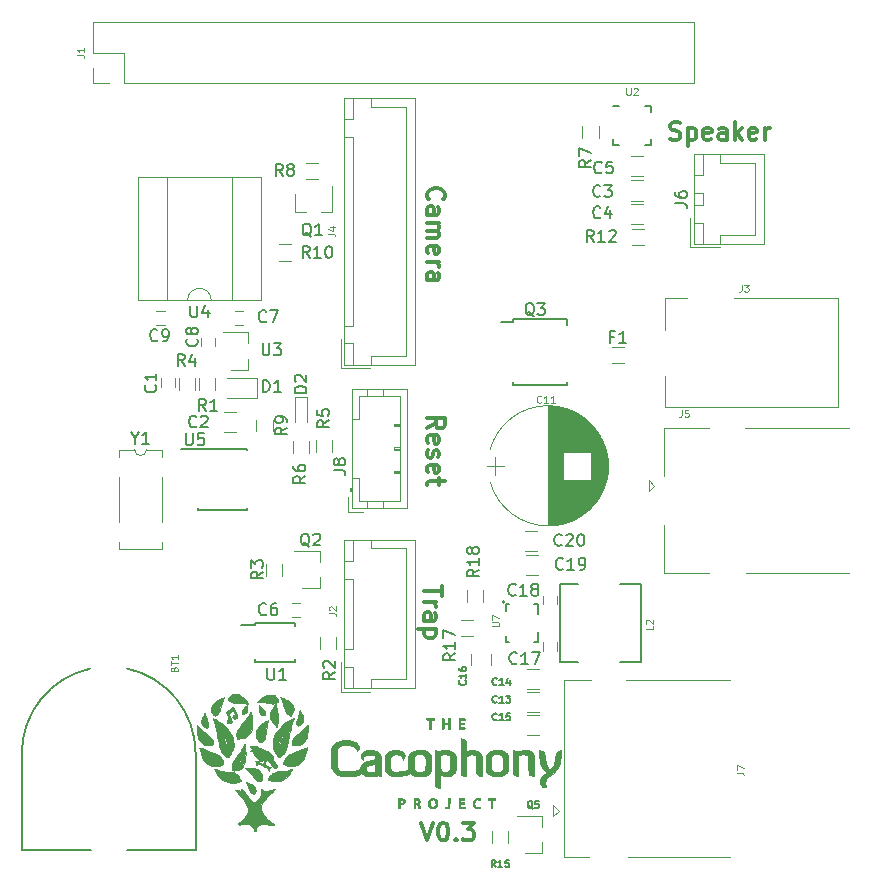
<source format=gbr>
G04 #@! TF.GenerationSoftware,KiCad,Pcbnew,5.0.2-bee76a0~70~ubuntu18.04.1*
G04 #@! TF.CreationDate,2019-04-01T17:44:37+13:00*
G04 #@! TF.ProjectId,pi-hat,70692d68-6174-42e6-9b69-6361645f7063,rev?*
G04 #@! TF.SameCoordinates,Original*
G04 #@! TF.FileFunction,Legend,Top*
G04 #@! TF.FilePolarity,Positive*
%FSLAX46Y46*%
G04 Gerber Fmt 4.6, Leading zero omitted, Abs format (unit mm)*
G04 Created by KiCad (PCBNEW 5.0.2-bee76a0~70~ubuntu18.04.1) date Mon 01 Apr 2019 17:44:37 NZDT*
%MOMM*%
%LPD*%
G01*
G04 APERTURE LIST*
%ADD10C,0.300000*%
%ADD11C,0.010000*%
%ADD12C,0.120000*%
%ADD13C,0.150000*%
%ADD14C,0.125000*%
G04 APERTURE END LIST*
D10*
X156057142Y-111032142D02*
X156271428Y-111103571D01*
X156628571Y-111103571D01*
X156771428Y-111032142D01*
X156842857Y-110960714D01*
X156914285Y-110817857D01*
X156914285Y-110675000D01*
X156842857Y-110532142D01*
X156771428Y-110460714D01*
X156628571Y-110389285D01*
X156342857Y-110317857D01*
X156200000Y-110246428D01*
X156128571Y-110175000D01*
X156057142Y-110032142D01*
X156057142Y-109889285D01*
X156128571Y-109746428D01*
X156200000Y-109675000D01*
X156342857Y-109603571D01*
X156700000Y-109603571D01*
X156914285Y-109675000D01*
X157557142Y-110103571D02*
X157557142Y-111603571D01*
X157557142Y-110175000D02*
X157700000Y-110103571D01*
X157985714Y-110103571D01*
X158128571Y-110175000D01*
X158200000Y-110246428D01*
X158271428Y-110389285D01*
X158271428Y-110817857D01*
X158200000Y-110960714D01*
X158128571Y-111032142D01*
X157985714Y-111103571D01*
X157700000Y-111103571D01*
X157557142Y-111032142D01*
X159485714Y-111032142D02*
X159342857Y-111103571D01*
X159057142Y-111103571D01*
X158914285Y-111032142D01*
X158842857Y-110889285D01*
X158842857Y-110317857D01*
X158914285Y-110175000D01*
X159057142Y-110103571D01*
X159342857Y-110103571D01*
X159485714Y-110175000D01*
X159557142Y-110317857D01*
X159557142Y-110460714D01*
X158842857Y-110603571D01*
X160842857Y-111103571D02*
X160842857Y-110317857D01*
X160771428Y-110175000D01*
X160628571Y-110103571D01*
X160342857Y-110103571D01*
X160200000Y-110175000D01*
X160842857Y-111032142D02*
X160700000Y-111103571D01*
X160342857Y-111103571D01*
X160200000Y-111032142D01*
X160128571Y-110889285D01*
X160128571Y-110746428D01*
X160200000Y-110603571D01*
X160342857Y-110532142D01*
X160700000Y-110532142D01*
X160842857Y-110460714D01*
X161557142Y-111103571D02*
X161557142Y-109603571D01*
X161700000Y-110532142D02*
X162128571Y-111103571D01*
X162128571Y-110103571D02*
X161557142Y-110675000D01*
X163342857Y-111032142D02*
X163200000Y-111103571D01*
X162914285Y-111103571D01*
X162771428Y-111032142D01*
X162700000Y-110889285D01*
X162700000Y-110317857D01*
X162771428Y-110175000D01*
X162914285Y-110103571D01*
X163200000Y-110103571D01*
X163342857Y-110175000D01*
X163414285Y-110317857D01*
X163414285Y-110460714D01*
X162700000Y-110603571D01*
X164057142Y-111103571D02*
X164057142Y-110103571D01*
X164057142Y-110389285D02*
X164128571Y-110246428D01*
X164200000Y-110175000D01*
X164342857Y-110103571D01*
X164485714Y-110103571D01*
X134964285Y-168928571D02*
X135464285Y-170428571D01*
X135964285Y-168928571D01*
X136750000Y-168928571D02*
X136892857Y-168928571D01*
X137035714Y-169000000D01*
X137107142Y-169071428D01*
X137178571Y-169214285D01*
X137250000Y-169500000D01*
X137250000Y-169857142D01*
X137178571Y-170142857D01*
X137107142Y-170285714D01*
X137035714Y-170357142D01*
X136892857Y-170428571D01*
X136750000Y-170428571D01*
X136607142Y-170357142D01*
X136535714Y-170285714D01*
X136464285Y-170142857D01*
X136392857Y-169857142D01*
X136392857Y-169500000D01*
X136464285Y-169214285D01*
X136535714Y-169071428D01*
X136607142Y-169000000D01*
X136750000Y-168928571D01*
X137892857Y-170285714D02*
X137964285Y-170357142D01*
X137892857Y-170428571D01*
X137821428Y-170357142D01*
X137892857Y-170285714D01*
X137892857Y-170428571D01*
X138464285Y-168928571D02*
X139392857Y-168928571D01*
X138892857Y-169500000D01*
X139107142Y-169500000D01*
X139250000Y-169571428D01*
X139321428Y-169642857D01*
X139392857Y-169785714D01*
X139392857Y-170142857D01*
X139321428Y-170285714D01*
X139250000Y-170357142D01*
X139107142Y-170428571D01*
X138678571Y-170428571D01*
X138535714Y-170357142D01*
X138464285Y-170285714D01*
X135481428Y-135542857D02*
X136195714Y-135042857D01*
X135481428Y-134685714D02*
X136981428Y-134685714D01*
X136981428Y-135257142D01*
X136910000Y-135400000D01*
X136838571Y-135471428D01*
X136695714Y-135542857D01*
X136481428Y-135542857D01*
X136338571Y-135471428D01*
X136267142Y-135400000D01*
X136195714Y-135257142D01*
X136195714Y-134685714D01*
X135552857Y-136757142D02*
X135481428Y-136614285D01*
X135481428Y-136328571D01*
X135552857Y-136185714D01*
X135695714Y-136114285D01*
X136267142Y-136114285D01*
X136410000Y-136185714D01*
X136481428Y-136328571D01*
X136481428Y-136614285D01*
X136410000Y-136757142D01*
X136267142Y-136828571D01*
X136124285Y-136828571D01*
X135981428Y-136114285D01*
X135552857Y-137400000D02*
X135481428Y-137542857D01*
X135481428Y-137828571D01*
X135552857Y-137971428D01*
X135695714Y-138042857D01*
X135767142Y-138042857D01*
X135910000Y-137971428D01*
X135981428Y-137828571D01*
X135981428Y-137614285D01*
X136052857Y-137471428D01*
X136195714Y-137400000D01*
X136267142Y-137400000D01*
X136410000Y-137471428D01*
X136481428Y-137614285D01*
X136481428Y-137828571D01*
X136410000Y-137971428D01*
X135552857Y-139257142D02*
X135481428Y-139114285D01*
X135481428Y-138828571D01*
X135552857Y-138685714D01*
X135695714Y-138614285D01*
X136267142Y-138614285D01*
X136410000Y-138685714D01*
X136481428Y-138828571D01*
X136481428Y-139114285D01*
X136410000Y-139257142D01*
X136267142Y-139328571D01*
X136124285Y-139328571D01*
X135981428Y-138614285D01*
X136481428Y-139757142D02*
X136481428Y-140328571D01*
X136981428Y-139971428D02*
X135695714Y-139971428D01*
X135552857Y-140042857D01*
X135481428Y-140185714D01*
X135481428Y-140328571D01*
X136731428Y-148900000D02*
X136731428Y-149757142D01*
X135231428Y-149328571D02*
X136731428Y-149328571D01*
X135231428Y-150257142D02*
X136231428Y-150257142D01*
X135945714Y-150257142D02*
X136088571Y-150328571D01*
X136160000Y-150400000D01*
X136231428Y-150542857D01*
X136231428Y-150685714D01*
X135231428Y-151828571D02*
X136017142Y-151828571D01*
X136160000Y-151757142D01*
X136231428Y-151614285D01*
X136231428Y-151328571D01*
X136160000Y-151185714D01*
X135302857Y-151828571D02*
X135231428Y-151685714D01*
X135231428Y-151328571D01*
X135302857Y-151185714D01*
X135445714Y-151114285D01*
X135588571Y-151114285D01*
X135731428Y-151185714D01*
X135802857Y-151328571D01*
X135802857Y-151685714D01*
X135874285Y-151828571D01*
X136231428Y-152542857D02*
X134731428Y-152542857D01*
X136160000Y-152542857D02*
X136231428Y-152685714D01*
X136231428Y-152971428D01*
X136160000Y-153114285D01*
X136088571Y-153185714D01*
X135945714Y-153257142D01*
X135517142Y-153257142D01*
X135374285Y-153185714D01*
X135302857Y-153114285D01*
X135231428Y-152971428D01*
X135231428Y-152685714D01*
X135302857Y-152542857D01*
X135624285Y-116150000D02*
X135552857Y-116078571D01*
X135481428Y-115864285D01*
X135481428Y-115721428D01*
X135552857Y-115507142D01*
X135695714Y-115364285D01*
X135838571Y-115292857D01*
X136124285Y-115221428D01*
X136338571Y-115221428D01*
X136624285Y-115292857D01*
X136767142Y-115364285D01*
X136910000Y-115507142D01*
X136981428Y-115721428D01*
X136981428Y-115864285D01*
X136910000Y-116078571D01*
X136838571Y-116150000D01*
X135481428Y-117435714D02*
X136267142Y-117435714D01*
X136410000Y-117364285D01*
X136481428Y-117221428D01*
X136481428Y-116935714D01*
X136410000Y-116792857D01*
X135552857Y-117435714D02*
X135481428Y-117292857D01*
X135481428Y-116935714D01*
X135552857Y-116792857D01*
X135695714Y-116721428D01*
X135838571Y-116721428D01*
X135981428Y-116792857D01*
X136052857Y-116935714D01*
X136052857Y-117292857D01*
X136124285Y-117435714D01*
X135481428Y-118150000D02*
X136481428Y-118150000D01*
X136338571Y-118150000D02*
X136410000Y-118221428D01*
X136481428Y-118364285D01*
X136481428Y-118578571D01*
X136410000Y-118721428D01*
X136267142Y-118792857D01*
X135481428Y-118792857D01*
X136267142Y-118792857D02*
X136410000Y-118864285D01*
X136481428Y-119007142D01*
X136481428Y-119221428D01*
X136410000Y-119364285D01*
X136267142Y-119435714D01*
X135481428Y-119435714D01*
X135552857Y-120721428D02*
X135481428Y-120578571D01*
X135481428Y-120292857D01*
X135552857Y-120150000D01*
X135695714Y-120078571D01*
X136267142Y-120078571D01*
X136410000Y-120150000D01*
X136481428Y-120292857D01*
X136481428Y-120578571D01*
X136410000Y-120721428D01*
X136267142Y-120792857D01*
X136124285Y-120792857D01*
X135981428Y-120078571D01*
X135481428Y-121435714D02*
X136481428Y-121435714D01*
X136195714Y-121435714D02*
X136338571Y-121507142D01*
X136410000Y-121578571D01*
X136481428Y-121721428D01*
X136481428Y-121864285D01*
X135481428Y-123007142D02*
X136267142Y-123007142D01*
X136410000Y-122935714D01*
X136481428Y-122792857D01*
X136481428Y-122507142D01*
X136410000Y-122364285D01*
X135552857Y-123007142D02*
X135481428Y-122864285D01*
X135481428Y-122507142D01*
X135552857Y-122364285D01*
X135695714Y-122292857D01*
X135838571Y-122292857D01*
X135981428Y-122364285D01*
X136052857Y-122507142D01*
X136052857Y-122864285D01*
X136124285Y-123007142D01*
D11*
G04 #@! TO.C,G\002A\002A\002A*
G36*
X121464411Y-166056044D02*
X121504735Y-166104985D01*
X121508897Y-166111789D01*
X121586436Y-166195462D01*
X121696861Y-166245565D01*
X121834873Y-166262035D01*
X121995173Y-166244803D01*
X122172461Y-166193806D01*
X122336105Y-166122067D01*
X122437683Y-166078467D01*
X122511585Y-166063168D01*
X122552573Y-166076739D01*
X122559200Y-166097811D01*
X122541052Y-166129337D01*
X122492305Y-166184114D01*
X122421500Y-166253011D01*
X122375050Y-166294661D01*
X122225796Y-166429008D01*
X122077191Y-166570602D01*
X121936096Y-166712255D01*
X121809369Y-166846781D01*
X121703868Y-166966990D01*
X121626454Y-167065695D01*
X121597692Y-167109294D01*
X121497756Y-167298277D01*
X121427337Y-167474196D01*
X121389450Y-167628683D01*
X121383567Y-167703412D01*
X121405714Y-167854009D01*
X121468969Y-168019558D01*
X121568470Y-168193387D01*
X121699356Y-168368826D01*
X121856768Y-168539203D01*
X122035844Y-168697845D01*
X122190900Y-168811469D01*
X122330458Y-168910549D01*
X122424425Y-168990999D01*
X122474004Y-169053952D01*
X122483000Y-169085998D01*
X122467326Y-169123613D01*
X122418259Y-169143890D01*
X122332726Y-169146746D01*
X122207656Y-169132100D01*
X122039978Y-169099868D01*
X121911500Y-169070594D01*
X121738042Y-169042971D01*
X121556873Y-169037616D01*
X121384745Y-169053755D01*
X121238411Y-169090610D01*
X121207327Y-169103190D01*
X121096515Y-169172812D01*
X121022512Y-169269750D01*
X120980189Y-169401437D01*
X120973829Y-169441622D01*
X120961219Y-169522869D01*
X120948128Y-169586516D01*
X120942666Y-169605009D01*
X120910339Y-169639149D01*
X120866935Y-169632444D01*
X120833785Y-169595335D01*
X120811090Y-169545902D01*
X120779337Y-169468455D01*
X120755605Y-169406809D01*
X120674983Y-169259085D01*
X120558753Y-169143431D01*
X120412358Y-169061997D01*
X120241242Y-169016933D01*
X120050850Y-169010387D01*
X119846625Y-169044509D01*
X119841400Y-169045900D01*
X119734403Y-169068478D01*
X119628242Y-169080622D01*
X119535922Y-169081950D01*
X119470446Y-169072080D01*
X119447009Y-169057483D01*
X119447703Y-169012531D01*
X119492448Y-168945925D01*
X119581664Y-168857166D01*
X119695091Y-168762087D01*
X119880686Y-168603926D01*
X120038728Y-168447773D01*
X120165220Y-168298536D01*
X120256163Y-168161119D01*
X120307560Y-168040430D01*
X120315837Y-168000375D01*
X120313600Y-167852360D01*
X120272738Y-167678155D01*
X120195471Y-167481778D01*
X120084017Y-167267244D01*
X119940595Y-167038570D01*
X119767425Y-166799774D01*
X119566726Y-166554871D01*
X119437333Y-166410260D01*
X119357301Y-166321701D01*
X119291830Y-166245702D01*
X119247729Y-166190415D01*
X119231800Y-166164109D01*
X119244802Y-166133419D01*
X119287018Y-166128216D01*
X119363264Y-166149019D01*
X119461338Y-166188812D01*
X119586389Y-166238706D01*
X119672465Y-166259850D01*
X119723104Y-166251305D01*
X119741843Y-166212131D01*
X119732219Y-166141387D01*
X119725763Y-166118550D01*
X119717999Y-166067939D01*
X119737164Y-166058503D01*
X119782002Y-166089152D01*
X119851255Y-166158795D01*
X119943667Y-166266345D01*
X120048149Y-166397950D01*
X120190461Y-166582011D01*
X120305713Y-166730086D01*
X120397737Y-166846515D01*
X120470364Y-166935637D01*
X120527425Y-167001795D01*
X120572753Y-167049330D01*
X120610178Y-167082580D01*
X120643533Y-167105889D01*
X120676649Y-167123596D01*
X120696810Y-167132812D01*
X120789456Y-167161652D01*
X120876166Y-167158907D01*
X120965592Y-167121393D01*
X121066388Y-167045926D01*
X121151753Y-166965408D01*
X121256280Y-166849232D01*
X121328480Y-166736613D01*
X121373072Y-166614502D01*
X121394771Y-166469849D01*
X121398294Y-166289606D01*
X121398171Y-166283650D01*
X121397047Y-166165945D01*
X121400428Y-166090861D01*
X121409302Y-166050342D01*
X121424654Y-166036330D01*
X121428485Y-166036000D01*
X121464411Y-166056044D01*
X121464411Y-166056044D01*
G37*
X121464411Y-166056044D02*
X121504735Y-166104985D01*
X121508897Y-166111789D01*
X121586436Y-166195462D01*
X121696861Y-166245565D01*
X121834873Y-166262035D01*
X121995173Y-166244803D01*
X122172461Y-166193806D01*
X122336105Y-166122067D01*
X122437683Y-166078467D01*
X122511585Y-166063168D01*
X122552573Y-166076739D01*
X122559200Y-166097811D01*
X122541052Y-166129337D01*
X122492305Y-166184114D01*
X122421500Y-166253011D01*
X122375050Y-166294661D01*
X122225796Y-166429008D01*
X122077191Y-166570602D01*
X121936096Y-166712255D01*
X121809369Y-166846781D01*
X121703868Y-166966990D01*
X121626454Y-167065695D01*
X121597692Y-167109294D01*
X121497756Y-167298277D01*
X121427337Y-167474196D01*
X121389450Y-167628683D01*
X121383567Y-167703412D01*
X121405714Y-167854009D01*
X121468969Y-168019558D01*
X121568470Y-168193387D01*
X121699356Y-168368826D01*
X121856768Y-168539203D01*
X122035844Y-168697845D01*
X122190900Y-168811469D01*
X122330458Y-168910549D01*
X122424425Y-168990999D01*
X122474004Y-169053952D01*
X122483000Y-169085998D01*
X122467326Y-169123613D01*
X122418259Y-169143890D01*
X122332726Y-169146746D01*
X122207656Y-169132100D01*
X122039978Y-169099868D01*
X121911500Y-169070594D01*
X121738042Y-169042971D01*
X121556873Y-169037616D01*
X121384745Y-169053755D01*
X121238411Y-169090610D01*
X121207327Y-169103190D01*
X121096515Y-169172812D01*
X121022512Y-169269750D01*
X120980189Y-169401437D01*
X120973829Y-169441622D01*
X120961219Y-169522869D01*
X120948128Y-169586516D01*
X120942666Y-169605009D01*
X120910339Y-169639149D01*
X120866935Y-169632444D01*
X120833785Y-169595335D01*
X120811090Y-169545902D01*
X120779337Y-169468455D01*
X120755605Y-169406809D01*
X120674983Y-169259085D01*
X120558753Y-169143431D01*
X120412358Y-169061997D01*
X120241242Y-169016933D01*
X120050850Y-169010387D01*
X119846625Y-169044509D01*
X119841400Y-169045900D01*
X119734403Y-169068478D01*
X119628242Y-169080622D01*
X119535922Y-169081950D01*
X119470446Y-169072080D01*
X119447009Y-169057483D01*
X119447703Y-169012531D01*
X119492448Y-168945925D01*
X119581664Y-168857166D01*
X119695091Y-168762087D01*
X119880686Y-168603926D01*
X120038728Y-168447773D01*
X120165220Y-168298536D01*
X120256163Y-168161119D01*
X120307560Y-168040430D01*
X120315837Y-168000375D01*
X120313600Y-167852360D01*
X120272738Y-167678155D01*
X120195471Y-167481778D01*
X120084017Y-167267244D01*
X119940595Y-167038570D01*
X119767425Y-166799774D01*
X119566726Y-166554871D01*
X119437333Y-166410260D01*
X119357301Y-166321701D01*
X119291830Y-166245702D01*
X119247729Y-166190415D01*
X119231800Y-166164109D01*
X119244802Y-166133419D01*
X119287018Y-166128216D01*
X119363264Y-166149019D01*
X119461338Y-166188812D01*
X119586389Y-166238706D01*
X119672465Y-166259850D01*
X119723104Y-166251305D01*
X119741843Y-166212131D01*
X119732219Y-166141387D01*
X119725763Y-166118550D01*
X119717999Y-166067939D01*
X119737164Y-166058503D01*
X119782002Y-166089152D01*
X119851255Y-166158795D01*
X119943667Y-166266345D01*
X120048149Y-166397950D01*
X120190461Y-166582011D01*
X120305713Y-166730086D01*
X120397737Y-166846515D01*
X120470364Y-166935637D01*
X120527425Y-167001795D01*
X120572753Y-167049330D01*
X120610178Y-167082580D01*
X120643533Y-167105889D01*
X120676649Y-167123596D01*
X120696810Y-167132812D01*
X120789456Y-167161652D01*
X120876166Y-167158907D01*
X120965592Y-167121393D01*
X121066388Y-167045926D01*
X121151753Y-166965408D01*
X121256280Y-166849232D01*
X121328480Y-166736613D01*
X121373072Y-166614502D01*
X121394771Y-166469849D01*
X121398294Y-166289606D01*
X121398171Y-166283650D01*
X121397047Y-166165945D01*
X121400428Y-166090861D01*
X121409302Y-166050342D01*
X121424654Y-166036330D01*
X121428485Y-166036000D01*
X121464411Y-166056044D01*
G36*
X133301598Y-166854677D02*
X133405446Y-166878355D01*
X133482223Y-166915165D01*
X133492777Y-166923945D01*
X133555148Y-167011327D01*
X133574365Y-167106602D01*
X133555052Y-167200403D01*
X133501834Y-167283364D01*
X133419334Y-167346117D01*
X133312176Y-167379294D01*
X133266561Y-167382200D01*
X133176400Y-167382200D01*
X133176400Y-167712400D01*
X133024000Y-167712400D01*
X133024000Y-167215892D01*
X133180080Y-167215892D01*
X133191949Y-167266580D01*
X133224627Y-167281020D01*
X133285599Y-167266320D01*
X133320279Y-167253610D01*
X133391795Y-167214421D01*
X133424250Y-167158077D01*
X133430011Y-167099560D01*
X133414362Y-167029540D01*
X133362627Y-166987826D01*
X133276268Y-166970173D01*
X133189100Y-166963100D01*
X133181537Y-167121850D01*
X133180080Y-167215892D01*
X133024000Y-167215892D01*
X133024000Y-166875167D01*
X133088673Y-166858935D01*
X133189676Y-166847185D01*
X133301598Y-166854677D01*
X133301598Y-166854677D01*
G37*
X133301598Y-166854677D02*
X133405446Y-166878355D01*
X133482223Y-166915165D01*
X133492777Y-166923945D01*
X133555148Y-167011327D01*
X133574365Y-167106602D01*
X133555052Y-167200403D01*
X133501834Y-167283364D01*
X133419334Y-167346117D01*
X133312176Y-167379294D01*
X133266561Y-167382200D01*
X133176400Y-167382200D01*
X133176400Y-167712400D01*
X133024000Y-167712400D01*
X133024000Y-167215892D01*
X133180080Y-167215892D01*
X133191949Y-167266580D01*
X133224627Y-167281020D01*
X133285599Y-167266320D01*
X133320279Y-167253610D01*
X133391795Y-167214421D01*
X133424250Y-167158077D01*
X133430011Y-167099560D01*
X133414362Y-167029540D01*
X133362627Y-166987826D01*
X133276268Y-166970173D01*
X133189100Y-166963100D01*
X133181537Y-167121850D01*
X133180080Y-167215892D01*
X133024000Y-167215892D01*
X133024000Y-166875167D01*
X133088673Y-166858935D01*
X133189676Y-166847185D01*
X133301598Y-166854677D01*
G36*
X134627201Y-166863229D02*
X134737807Y-166900665D01*
X134812373Y-166962931D01*
X134846957Y-167046040D01*
X134837615Y-167146003D01*
X134819172Y-167193048D01*
X134785382Y-167249574D01*
X134754291Y-167279278D01*
X134748689Y-167280600D01*
X134737794Y-167297573D01*
X134758908Y-167340046D01*
X134789869Y-167402454D01*
X134819574Y-167485612D01*
X134826841Y-167511496D01*
X134847495Y-167590156D01*
X134864630Y-167653468D01*
X134868723Y-167667950D01*
X134867551Y-167699883D01*
X134831112Y-167711647D01*
X134806245Y-167712400D01*
X134761574Y-167708281D01*
X134734297Y-167687692D01*
X134714543Y-167638277D01*
X134699702Y-167579050D01*
X134663824Y-167463947D01*
X134617962Y-167393219D01*
X134557081Y-167360681D01*
X134518663Y-167356800D01*
X134446400Y-167356800D01*
X134446400Y-167534600D01*
X134445483Y-167627482D01*
X134440071Y-167680640D01*
X134426170Y-167705145D01*
X134399789Y-167712069D01*
X134382285Y-167712400D01*
X134318171Y-167712400D01*
X134325135Y-167286950D01*
X134326572Y-167199130D01*
X134450652Y-167199130D01*
X134465796Y-167245692D01*
X134505580Y-167254722D01*
X134578671Y-167232108D01*
X134612315Y-167218396D01*
X134672980Y-167185081D01*
X134697405Y-167143215D01*
X134700400Y-167107206D01*
X134682414Y-167029108D01*
X134626720Y-166982990D01*
X134542350Y-166966921D01*
X134459100Y-166963100D01*
X134451482Y-167109150D01*
X134450652Y-167199130D01*
X134326572Y-167199130D01*
X134332100Y-166861500D01*
X134484500Y-166854609D01*
X134627201Y-166863229D01*
X134627201Y-166863229D01*
G37*
X134627201Y-166863229D02*
X134737807Y-166900665D01*
X134812373Y-166962931D01*
X134846957Y-167046040D01*
X134837615Y-167146003D01*
X134819172Y-167193048D01*
X134785382Y-167249574D01*
X134754291Y-167279278D01*
X134748689Y-167280600D01*
X134737794Y-167297573D01*
X134758908Y-167340046D01*
X134789869Y-167402454D01*
X134819574Y-167485612D01*
X134826841Y-167511496D01*
X134847495Y-167590156D01*
X134864630Y-167653468D01*
X134868723Y-167667950D01*
X134867551Y-167699883D01*
X134831112Y-167711647D01*
X134806245Y-167712400D01*
X134761574Y-167708281D01*
X134734297Y-167687692D01*
X134714543Y-167638277D01*
X134699702Y-167579050D01*
X134663824Y-167463947D01*
X134617962Y-167393219D01*
X134557081Y-167360681D01*
X134518663Y-167356800D01*
X134446400Y-167356800D01*
X134446400Y-167534600D01*
X134445483Y-167627482D01*
X134440071Y-167680640D01*
X134426170Y-167705145D01*
X134399789Y-167712069D01*
X134382285Y-167712400D01*
X134318171Y-167712400D01*
X134325135Y-167286950D01*
X134326572Y-167199130D01*
X134450652Y-167199130D01*
X134465796Y-167245692D01*
X134505580Y-167254722D01*
X134578671Y-167232108D01*
X134612315Y-167218396D01*
X134672980Y-167185081D01*
X134697405Y-167143215D01*
X134700400Y-167107206D01*
X134682414Y-167029108D01*
X134626720Y-166982990D01*
X134542350Y-166966921D01*
X134459100Y-166963100D01*
X134451482Y-167109150D01*
X134450652Y-167199130D01*
X134326572Y-167199130D01*
X134332100Y-166861500D01*
X134484500Y-166854609D01*
X134627201Y-166863229D01*
G36*
X136120366Y-166886488D02*
X136221416Y-166957197D01*
X136289061Y-167065396D01*
X136322414Y-167209957D01*
X136326000Y-167286530D01*
X136305746Y-167438024D01*
X136247767Y-167560686D01*
X136156236Y-167649973D01*
X136035328Y-167701342D01*
X135934893Y-167712305D01*
X135797023Y-167693923D01*
X135721022Y-167660827D01*
X135632948Y-167579025D01*
X135572529Y-167463999D01*
X135544832Y-167328026D01*
X135546406Y-167237705D01*
X135549973Y-167222084D01*
X135696032Y-167222084D01*
X135697843Y-167316125D01*
X135707284Y-167406912D01*
X135726403Y-167466516D01*
X135763193Y-167514527D01*
X135788544Y-167538375D01*
X135876928Y-167596260D01*
X135960826Y-167604474D01*
X136046150Y-167563071D01*
X136072947Y-167540950D01*
X136145863Y-167443089D01*
X136180279Y-167320975D01*
X136172680Y-167187184D01*
X136172273Y-167185350D01*
X136141302Y-167111291D01*
X136088360Y-167038010D01*
X136026504Y-166979887D01*
X135968792Y-166951305D01*
X135958952Y-166950400D01*
X135863262Y-166973674D01*
X135777032Y-167036336D01*
X135740411Y-167083116D01*
X135708713Y-167148183D01*
X135696032Y-167222084D01*
X135549973Y-167222084D01*
X135581412Y-167084434D01*
X135649879Y-166968587D01*
X135750075Y-166891671D01*
X135880268Y-166855194D01*
X135986799Y-166854401D01*
X136120366Y-166886488D01*
X136120366Y-166886488D01*
G37*
X136120366Y-166886488D02*
X136221416Y-166957197D01*
X136289061Y-167065396D01*
X136322414Y-167209957D01*
X136326000Y-167286530D01*
X136305746Y-167438024D01*
X136247767Y-167560686D01*
X136156236Y-167649973D01*
X136035328Y-167701342D01*
X135934893Y-167712305D01*
X135797023Y-167693923D01*
X135721022Y-167660827D01*
X135632948Y-167579025D01*
X135572529Y-167463999D01*
X135544832Y-167328026D01*
X135546406Y-167237705D01*
X135549973Y-167222084D01*
X135696032Y-167222084D01*
X135697843Y-167316125D01*
X135707284Y-167406912D01*
X135726403Y-167466516D01*
X135763193Y-167514527D01*
X135788544Y-167538375D01*
X135876928Y-167596260D01*
X135960826Y-167604474D01*
X136046150Y-167563071D01*
X136072947Y-167540950D01*
X136145863Y-167443089D01*
X136180279Y-167320975D01*
X136172680Y-167187184D01*
X136172273Y-167185350D01*
X136141302Y-167111291D01*
X136088360Y-167038010D01*
X136026504Y-166979887D01*
X135968792Y-166951305D01*
X135958952Y-166950400D01*
X135863262Y-166973674D01*
X135777032Y-167036336D01*
X135740411Y-167083116D01*
X135708713Y-167148183D01*
X135696032Y-167222084D01*
X135549973Y-167222084D01*
X135581412Y-167084434D01*
X135649879Y-166968587D01*
X135750075Y-166891671D01*
X135880268Y-166855194D01*
X135986799Y-166854401D01*
X136120366Y-166886488D01*
G36*
X137362923Y-167215131D02*
X137359223Y-167359474D01*
X137354682Y-167462222D01*
X137347814Y-167532577D01*
X137337131Y-167579738D01*
X137321146Y-167612908D01*
X137298372Y-167641287D01*
X137293122Y-167646931D01*
X137246377Y-167686922D01*
X137191424Y-167706568D01*
X137108560Y-167712332D01*
X137093554Y-167712400D01*
X137014200Y-167710111D01*
X136975655Y-167701090D01*
X136968052Y-167682102D01*
X136970982Y-167672222D01*
X136984723Y-167622699D01*
X136986400Y-167607010D01*
X137006225Y-167593495D01*
X137037200Y-167598100D01*
X137107141Y-167608499D01*
X137160434Y-167587153D01*
X137198737Y-167530293D01*
X137223712Y-167434153D01*
X137237020Y-167294964D01*
X137240400Y-167137109D01*
X137240400Y-166848800D01*
X137371147Y-166848800D01*
X137362923Y-167215131D01*
X137362923Y-167215131D01*
G37*
X137362923Y-167215131D02*
X137359223Y-167359474D01*
X137354682Y-167462222D01*
X137347814Y-167532577D01*
X137337131Y-167579738D01*
X137321146Y-167612908D01*
X137298372Y-167641287D01*
X137293122Y-167646931D01*
X137246377Y-167686922D01*
X137191424Y-167706568D01*
X137108560Y-167712332D01*
X137093554Y-167712400D01*
X137014200Y-167710111D01*
X136975655Y-167701090D01*
X136968052Y-167682102D01*
X136970982Y-167672222D01*
X136984723Y-167622699D01*
X136986400Y-167607010D01*
X137006225Y-167593495D01*
X137037200Y-167598100D01*
X137107141Y-167608499D01*
X137160434Y-167587153D01*
X137198737Y-167530293D01*
X137223712Y-167434153D01*
X137237020Y-167294964D01*
X137240400Y-167137109D01*
X137240400Y-166848800D01*
X137371147Y-166848800D01*
X137362923Y-167215131D01*
G36*
X138482485Y-166849240D02*
X138552986Y-166852233D01*
X138591719Y-166860280D01*
X138608197Y-166875888D01*
X138611938Y-166901558D01*
X138612000Y-166912300D01*
X138609385Y-166945475D01*
X138594162Y-166964462D01*
X138555260Y-166973214D01*
X138481610Y-166975684D01*
X138434200Y-166975800D01*
X138256400Y-166975800D01*
X138256400Y-167204400D01*
X138421500Y-167204400D01*
X138510250Y-167205513D01*
X138559683Y-167211796D01*
X138581276Y-167227663D01*
X138586504Y-167257528D01*
X138586600Y-167267900D01*
X138583704Y-167302034D01*
X138567368Y-167321047D01*
X138526114Y-167329352D01*
X138448464Y-167331363D01*
X138421500Y-167331400D01*
X138256400Y-167331400D01*
X138256400Y-167585400D01*
X138446900Y-167585400D01*
X138543796Y-167586191D01*
X138600594Y-167590943D01*
X138627995Y-167603222D01*
X138636699Y-167626596D01*
X138637400Y-167648900D01*
X138637400Y-167712400D01*
X138129400Y-167712400D01*
X138129400Y-166848800D01*
X138370700Y-166848800D01*
X138482485Y-166849240D01*
X138482485Y-166849240D01*
G37*
X138482485Y-166849240D02*
X138552986Y-166852233D01*
X138591719Y-166860280D01*
X138608197Y-166875888D01*
X138611938Y-166901558D01*
X138612000Y-166912300D01*
X138609385Y-166945475D01*
X138594162Y-166964462D01*
X138555260Y-166973214D01*
X138481610Y-166975684D01*
X138434200Y-166975800D01*
X138256400Y-166975800D01*
X138256400Y-167204400D01*
X138421500Y-167204400D01*
X138510250Y-167205513D01*
X138559683Y-167211796D01*
X138581276Y-167227663D01*
X138586504Y-167257528D01*
X138586600Y-167267900D01*
X138583704Y-167302034D01*
X138567368Y-167321047D01*
X138526114Y-167329352D01*
X138448464Y-167331363D01*
X138421500Y-167331400D01*
X138256400Y-167331400D01*
X138256400Y-167585400D01*
X138446900Y-167585400D01*
X138543796Y-167586191D01*
X138600594Y-167590943D01*
X138627995Y-167603222D01*
X138636699Y-167626596D01*
X138637400Y-167648900D01*
X138637400Y-167712400D01*
X138129400Y-167712400D01*
X138129400Y-166848800D01*
X138370700Y-166848800D01*
X138482485Y-166849240D01*
G36*
X139858484Y-166853480D02*
X139923873Y-166869295D01*
X139953983Y-166898905D01*
X139958200Y-166923484D01*
X139951415Y-166967862D01*
X139923496Y-166983758D01*
X139863096Y-166975417D01*
X139836993Y-166968836D01*
X139722627Y-166960626D01*
X139622512Y-166993381D01*
X139541375Y-167058168D01*
X139483942Y-167146052D01*
X139454937Y-167248101D01*
X139459088Y-167355379D01*
X139501119Y-167458955D01*
X139547321Y-167516444D01*
X139606959Y-167567009D01*
X139667084Y-167589517D01*
X139747673Y-167593858D01*
X139827784Y-167591087D01*
X139889750Y-167585597D01*
X139905891Y-167582623D01*
X139938613Y-167592624D01*
X139953477Y-167629684D01*
X139945754Y-167671789D01*
X139928949Y-167689917D01*
X139868533Y-167708002D01*
X139778011Y-167713451D01*
X139676181Y-167707383D01*
X139581837Y-167690922D01*
X139513776Y-167665189D01*
X139513700Y-167665141D01*
X139417530Y-167591945D01*
X139358532Y-167507458D01*
X139326424Y-167407189D01*
X139312478Y-167247697D01*
X139341517Y-167107653D01*
X139409396Y-166992518D01*
X139511969Y-166907753D01*
X139645087Y-166858820D01*
X139750411Y-166848800D01*
X139858484Y-166853480D01*
X139858484Y-166853480D01*
G37*
X139858484Y-166853480D02*
X139923873Y-166869295D01*
X139953983Y-166898905D01*
X139958200Y-166923484D01*
X139951415Y-166967862D01*
X139923496Y-166983758D01*
X139863096Y-166975417D01*
X139836993Y-166968836D01*
X139722627Y-166960626D01*
X139622512Y-166993381D01*
X139541375Y-167058168D01*
X139483942Y-167146052D01*
X139454937Y-167248101D01*
X139459088Y-167355379D01*
X139501119Y-167458955D01*
X139547321Y-167516444D01*
X139606959Y-167567009D01*
X139667084Y-167589517D01*
X139747673Y-167593858D01*
X139827784Y-167591087D01*
X139889750Y-167585597D01*
X139905891Y-167582623D01*
X139938613Y-167592624D01*
X139953477Y-167629684D01*
X139945754Y-167671789D01*
X139928949Y-167689917D01*
X139868533Y-167708002D01*
X139778011Y-167713451D01*
X139676181Y-167707383D01*
X139581837Y-167690922D01*
X139513776Y-167665189D01*
X139513700Y-167665141D01*
X139417530Y-167591945D01*
X139358532Y-167507458D01*
X139326424Y-167407189D01*
X139312478Y-167247697D01*
X139341517Y-167107653D01*
X139409396Y-166992518D01*
X139511969Y-166907753D01*
X139645087Y-166858820D01*
X139750411Y-166848800D01*
X139858484Y-166853480D01*
G36*
X141228200Y-166912300D02*
X141224082Y-166949986D01*
X141203068Y-166968787D01*
X141152168Y-166975198D01*
X141101200Y-166975800D01*
X140974200Y-166975800D01*
X140974200Y-167712400D01*
X140847200Y-167712400D01*
X140847200Y-166975800D01*
X140720200Y-166975800D01*
X140644826Y-166973741D01*
X140607224Y-166963234D01*
X140594403Y-166937784D01*
X140593200Y-166912300D01*
X140593200Y-166848800D01*
X141228200Y-166848800D01*
X141228200Y-166912300D01*
X141228200Y-166912300D01*
G37*
X141228200Y-166912300D02*
X141224082Y-166949986D01*
X141203068Y-166968787D01*
X141152168Y-166975198D01*
X141101200Y-166975800D01*
X140974200Y-166975800D01*
X140974200Y-167712400D01*
X140847200Y-167712400D01*
X140847200Y-166975800D01*
X140720200Y-166975800D01*
X140644826Y-166973741D01*
X140607224Y-166963234D01*
X140594403Y-166937784D01*
X140593200Y-166912300D01*
X140593200Y-166848800D01*
X141228200Y-166848800D01*
X141228200Y-166912300D01*
G36*
X120218386Y-165519625D02*
X120306691Y-165546633D01*
X120406715Y-165583884D01*
X120510010Y-165628301D01*
X120608125Y-165676807D01*
X120692610Y-165726324D01*
X120740493Y-165761071D01*
X120813545Y-165838768D01*
X120880370Y-165939807D01*
X120931419Y-166046581D01*
X120957140Y-166141481D01*
X120958503Y-166163000D01*
X120947911Y-166221118D01*
X120920684Y-166302651D01*
X120896420Y-166359850D01*
X120857040Y-166436914D01*
X120823790Y-166477266D01*
X120785574Y-166491985D01*
X120762864Y-166493200D01*
X120696374Y-166478902D01*
X120619444Y-166443338D01*
X120599796Y-166430959D01*
X120540020Y-166385200D01*
X120500451Y-166345441D01*
X120494486Y-166335709D01*
X120438651Y-166203624D01*
X120378907Y-166066163D01*
X120319237Y-165932068D01*
X120304114Y-165898895D01*
X120539846Y-165898895D01*
X120558411Y-165936824D01*
X120573713Y-165961154D01*
X120618572Y-166032674D01*
X120654976Y-166096678D01*
X120659696Y-166105957D01*
X120684618Y-166144757D01*
X120699511Y-166151554D01*
X120694409Y-166125100D01*
X120668732Y-166069838D01*
X120644284Y-166025760D01*
X120600276Y-165956771D01*
X120561760Y-165906639D01*
X120546641Y-165892617D01*
X120539846Y-165898895D01*
X120304114Y-165898895D01*
X120263625Y-165810083D01*
X120216055Y-165708951D01*
X120180512Y-165637415D01*
X120161367Y-165604657D01*
X120122760Y-165553553D01*
X120108291Y-165530834D01*
X120110736Y-165508648D01*
X120150251Y-165505937D01*
X120218386Y-165519625D01*
X120218386Y-165519625D01*
G37*
X120218386Y-165519625D02*
X120306691Y-165546633D01*
X120406715Y-165583884D01*
X120510010Y-165628301D01*
X120608125Y-165676807D01*
X120692610Y-165726324D01*
X120740493Y-165761071D01*
X120813545Y-165838768D01*
X120880370Y-165939807D01*
X120931419Y-166046581D01*
X120957140Y-166141481D01*
X120958503Y-166163000D01*
X120947911Y-166221118D01*
X120920684Y-166302651D01*
X120896420Y-166359850D01*
X120857040Y-166436914D01*
X120823790Y-166477266D01*
X120785574Y-166491985D01*
X120762864Y-166493200D01*
X120696374Y-166478902D01*
X120619444Y-166443338D01*
X120599796Y-166430959D01*
X120540020Y-166385200D01*
X120500451Y-166345441D01*
X120494486Y-166335709D01*
X120438651Y-166203624D01*
X120378907Y-166066163D01*
X120319237Y-165932068D01*
X120304114Y-165898895D01*
X120539846Y-165898895D01*
X120558411Y-165936824D01*
X120573713Y-165961154D01*
X120618572Y-166032674D01*
X120654976Y-166096678D01*
X120659696Y-166105957D01*
X120684618Y-166144757D01*
X120699511Y-166151554D01*
X120694409Y-166125100D01*
X120668732Y-166069838D01*
X120644284Y-166025760D01*
X120600276Y-165956771D01*
X120561760Y-165906639D01*
X120546641Y-165892617D01*
X120539846Y-165898895D01*
X120304114Y-165898895D01*
X120263625Y-165810083D01*
X120216055Y-165708951D01*
X120180512Y-165637415D01*
X120161367Y-165604657D01*
X120122760Y-165553553D01*
X120108291Y-165530834D01*
X120110736Y-165508648D01*
X120150251Y-165505937D01*
X120218386Y-165519625D01*
G36*
X137213951Y-162784847D02*
X137418699Y-162827904D01*
X137592907Y-162902891D01*
X137732888Y-163008568D01*
X137834959Y-163143691D01*
X137852543Y-163178500D01*
X137867774Y-163216251D01*
X137879369Y-163260081D01*
X137887810Y-163317122D01*
X137893578Y-163394506D01*
X137897155Y-163499366D01*
X137899022Y-163638833D01*
X137899660Y-163820040D01*
X137899684Y-163877000D01*
X137899054Y-164087935D01*
X137896081Y-164255182D01*
X137889143Y-164385849D01*
X137876615Y-164487040D01*
X137856876Y-164565864D01*
X137828301Y-164629426D01*
X137789268Y-164684835D01*
X137738154Y-164739196D01*
X137693083Y-164781564D01*
X137565688Y-164876655D01*
X137421674Y-164939305D01*
X137251061Y-164972728D01*
X137075300Y-164980545D01*
X136950222Y-164977038D01*
X136857185Y-164966058D01*
X136777601Y-164944295D01*
X136706907Y-164914965D01*
X136567114Y-164850739D01*
X136576353Y-165405269D01*
X136585592Y-165959800D01*
X136500246Y-165958685D01*
X136418163Y-165948924D01*
X136328085Y-165926425D01*
X136315609Y-165922189D01*
X136237300Y-165885837D01*
X136171867Y-165841705D01*
X136163209Y-165833710D01*
X136152112Y-165821695D01*
X136142658Y-165806946D01*
X136134693Y-165785514D01*
X136128067Y-165753444D01*
X136122624Y-165706787D01*
X136118214Y-165641590D01*
X136114683Y-165553901D01*
X136111878Y-165439768D01*
X136109647Y-165295240D01*
X136107838Y-165116365D01*
X136106297Y-164899191D01*
X136104871Y-164639766D01*
X136103408Y-164334139D01*
X136103156Y-164279589D01*
X136102354Y-164106186D01*
X136583219Y-164106186D01*
X136584310Y-164214005D01*
X136587656Y-164291707D01*
X136593737Y-164346183D01*
X136603035Y-164384326D01*
X136616032Y-164413027D01*
X136632330Y-164437948D01*
X136722268Y-164524985D01*
X136846911Y-164591004D01*
X136992305Y-164629583D01*
X137063568Y-164636400D01*
X137124470Y-164626614D01*
X137204421Y-164598859D01*
X137241368Y-164581850D01*
X137305827Y-164545710D01*
X137355007Y-164505950D01*
X137390945Y-164455459D01*
X137415683Y-164387125D01*
X137431259Y-164293836D01*
X137439714Y-164168481D01*
X137443087Y-164003947D01*
X137443521Y-163877000D01*
X137442205Y-163683353D01*
X137436989Y-163533487D01*
X137425965Y-163420421D01*
X137407230Y-163337176D01*
X137378877Y-163276771D01*
X137339001Y-163232225D01*
X137285696Y-163196560D01*
X137253187Y-163179766D01*
X137166484Y-163153188D01*
X137047699Y-163137047D01*
X136914588Y-163131957D01*
X136784912Y-163138534D01*
X136676429Y-163157393D01*
X136668900Y-163159538D01*
X136592700Y-163182126D01*
X136585877Y-163772628D01*
X136583902Y-163961358D01*
X136583219Y-164106186D01*
X136102354Y-164106186D01*
X136096212Y-162778564D01*
X136153956Y-162796498D01*
X136307414Y-162824215D01*
X136500632Y-162825077D01*
X136727578Y-162799493D01*
X136982349Y-162774963D01*
X137213951Y-162784847D01*
X137213951Y-162784847D01*
G37*
X137213951Y-162784847D02*
X137418699Y-162827904D01*
X137592907Y-162902891D01*
X137732888Y-163008568D01*
X137834959Y-163143691D01*
X137852543Y-163178500D01*
X137867774Y-163216251D01*
X137879369Y-163260081D01*
X137887810Y-163317122D01*
X137893578Y-163394506D01*
X137897155Y-163499366D01*
X137899022Y-163638833D01*
X137899660Y-163820040D01*
X137899684Y-163877000D01*
X137899054Y-164087935D01*
X137896081Y-164255182D01*
X137889143Y-164385849D01*
X137876615Y-164487040D01*
X137856876Y-164565864D01*
X137828301Y-164629426D01*
X137789268Y-164684835D01*
X137738154Y-164739196D01*
X137693083Y-164781564D01*
X137565688Y-164876655D01*
X137421674Y-164939305D01*
X137251061Y-164972728D01*
X137075300Y-164980545D01*
X136950222Y-164977038D01*
X136857185Y-164966058D01*
X136777601Y-164944295D01*
X136706907Y-164914965D01*
X136567114Y-164850739D01*
X136576353Y-165405269D01*
X136585592Y-165959800D01*
X136500246Y-165958685D01*
X136418163Y-165948924D01*
X136328085Y-165926425D01*
X136315609Y-165922189D01*
X136237300Y-165885837D01*
X136171867Y-165841705D01*
X136163209Y-165833710D01*
X136152112Y-165821695D01*
X136142658Y-165806946D01*
X136134693Y-165785514D01*
X136128067Y-165753444D01*
X136122624Y-165706787D01*
X136118214Y-165641590D01*
X136114683Y-165553901D01*
X136111878Y-165439768D01*
X136109647Y-165295240D01*
X136107838Y-165116365D01*
X136106297Y-164899191D01*
X136104871Y-164639766D01*
X136103408Y-164334139D01*
X136103156Y-164279589D01*
X136102354Y-164106186D01*
X136583219Y-164106186D01*
X136584310Y-164214005D01*
X136587656Y-164291707D01*
X136593737Y-164346183D01*
X136603035Y-164384326D01*
X136616032Y-164413027D01*
X136632330Y-164437948D01*
X136722268Y-164524985D01*
X136846911Y-164591004D01*
X136992305Y-164629583D01*
X137063568Y-164636400D01*
X137124470Y-164626614D01*
X137204421Y-164598859D01*
X137241368Y-164581850D01*
X137305827Y-164545710D01*
X137355007Y-164505950D01*
X137390945Y-164455459D01*
X137415683Y-164387125D01*
X137431259Y-164293836D01*
X137439714Y-164168481D01*
X137443087Y-164003947D01*
X137443521Y-163877000D01*
X137442205Y-163683353D01*
X137436989Y-163533487D01*
X137425965Y-163420421D01*
X137407230Y-163337176D01*
X137378877Y-163276771D01*
X137339001Y-163232225D01*
X137285696Y-163196560D01*
X137253187Y-163179766D01*
X137166484Y-163153188D01*
X137047699Y-163137047D01*
X136914588Y-163131957D01*
X136784912Y-163138534D01*
X136676429Y-163157393D01*
X136668900Y-163159538D01*
X136592700Y-163182126D01*
X136585877Y-163772628D01*
X136583902Y-163961358D01*
X136583219Y-164106186D01*
X136102354Y-164106186D01*
X136096212Y-162778564D01*
X136153956Y-162796498D01*
X136307414Y-162824215D01*
X136500632Y-162825077D01*
X136727578Y-162799493D01*
X136982349Y-162774963D01*
X137213951Y-162784847D01*
G36*
X146825877Y-162786712D02*
X146841600Y-162806490D01*
X146838964Y-162837467D01*
X146831629Y-162910712D01*
X146820452Y-163018000D01*
X146806291Y-163151103D01*
X146790003Y-163301795D01*
X146789312Y-163308140D01*
X146752293Y-163592301D01*
X146705463Y-163834189D01*
X146644479Y-164042032D01*
X146565003Y-164224061D01*
X146462694Y-164388506D01*
X146333211Y-164543597D01*
X146172215Y-164697564D01*
X145975365Y-164858638D01*
X145969087Y-164863491D01*
X145790162Y-165008929D01*
X145654151Y-165138223D01*
X145558141Y-165257156D01*
X145499224Y-165371512D01*
X145474487Y-165487074D01*
X145481021Y-165609625D01*
X145515914Y-165744949D01*
X145519759Y-165756256D01*
X145546104Y-165843163D01*
X145546785Y-165895878D01*
X145514902Y-165922914D01*
X145443553Y-165932781D01*
X145375633Y-165934011D01*
X145285945Y-165928790D01*
X145221592Y-165906779D01*
X145157785Y-165859432D01*
X145156783Y-165858554D01*
X145074545Y-165753913D01*
X145028107Y-165621176D01*
X145018134Y-165468937D01*
X145045294Y-165305792D01*
X145102361Y-165156074D01*
X145142340Y-165092209D01*
X145204765Y-165012295D01*
X145280880Y-164925425D01*
X145361929Y-164840693D01*
X145439157Y-164767193D01*
X145503806Y-164714019D01*
X145547122Y-164690264D01*
X145551324Y-164689800D01*
X145545844Y-164673479D01*
X145510556Y-164629834D01*
X145452181Y-164566841D01*
X145420732Y-164534868D01*
X145294924Y-164384045D01*
X145181634Y-164201367D01*
X145091278Y-164005737D01*
X145040739Y-163845294D01*
X145028559Y-163781138D01*
X145013766Y-163683468D01*
X144997371Y-163561414D01*
X144980389Y-163424104D01*
X144963830Y-163280667D01*
X144948707Y-163140233D01*
X144936032Y-163011931D01*
X144926817Y-162904889D01*
X144922075Y-162828237D01*
X144922818Y-162791104D01*
X144923649Y-162789283D01*
X144957982Y-162784832D01*
X145023670Y-162795490D01*
X145105161Y-162816854D01*
X145186908Y-162844521D01*
X145253359Y-162874088D01*
X145277724Y-162889541D01*
X145320404Y-162936919D01*
X145357092Y-163010161D01*
X145389433Y-163115006D01*
X145419071Y-163257194D01*
X145447651Y-163442463D01*
X145457488Y-163516824D01*
X145498265Y-163759958D01*
X145554484Y-163961355D01*
X145629309Y-164128571D01*
X145725906Y-164269163D01*
X145809457Y-164356978D01*
X145848618Y-164388583D01*
X145882869Y-164397859D01*
X145920566Y-164380385D01*
X145970063Y-164331744D01*
X146039718Y-164247518D01*
X146056574Y-164226302D01*
X146128030Y-164122623D01*
X146185646Y-164005868D01*
X146232502Y-163866775D01*
X146271675Y-163696077D01*
X146306244Y-163484512D01*
X146308577Y-163467887D01*
X146331688Y-163303979D01*
X146350420Y-163182305D01*
X146367213Y-163094756D01*
X146384503Y-163033225D01*
X146404728Y-162989604D01*
X146430326Y-162955787D01*
X146463736Y-162923664D01*
X146475290Y-162913459D01*
X146542017Y-162866790D01*
X146622407Y-162827286D01*
X146704492Y-162798442D01*
X146776305Y-162783752D01*
X146825877Y-162786712D01*
X146825877Y-162786712D01*
G37*
X146825877Y-162786712D02*
X146841600Y-162806490D01*
X146838964Y-162837467D01*
X146831629Y-162910712D01*
X146820452Y-163018000D01*
X146806291Y-163151103D01*
X146790003Y-163301795D01*
X146789312Y-163308140D01*
X146752293Y-163592301D01*
X146705463Y-163834189D01*
X146644479Y-164042032D01*
X146565003Y-164224061D01*
X146462694Y-164388506D01*
X146333211Y-164543597D01*
X146172215Y-164697564D01*
X145975365Y-164858638D01*
X145969087Y-164863491D01*
X145790162Y-165008929D01*
X145654151Y-165138223D01*
X145558141Y-165257156D01*
X145499224Y-165371512D01*
X145474487Y-165487074D01*
X145481021Y-165609625D01*
X145515914Y-165744949D01*
X145519759Y-165756256D01*
X145546104Y-165843163D01*
X145546785Y-165895878D01*
X145514902Y-165922914D01*
X145443553Y-165932781D01*
X145375633Y-165934011D01*
X145285945Y-165928790D01*
X145221592Y-165906779D01*
X145157785Y-165859432D01*
X145156783Y-165858554D01*
X145074545Y-165753913D01*
X145028107Y-165621176D01*
X145018134Y-165468937D01*
X145045294Y-165305792D01*
X145102361Y-165156074D01*
X145142340Y-165092209D01*
X145204765Y-165012295D01*
X145280880Y-164925425D01*
X145361929Y-164840693D01*
X145439157Y-164767193D01*
X145503806Y-164714019D01*
X145547122Y-164690264D01*
X145551324Y-164689800D01*
X145545844Y-164673479D01*
X145510556Y-164629834D01*
X145452181Y-164566841D01*
X145420732Y-164534868D01*
X145294924Y-164384045D01*
X145181634Y-164201367D01*
X145091278Y-164005737D01*
X145040739Y-163845294D01*
X145028559Y-163781138D01*
X145013766Y-163683468D01*
X144997371Y-163561414D01*
X144980389Y-163424104D01*
X144963830Y-163280667D01*
X144948707Y-163140233D01*
X144936032Y-163011931D01*
X144926817Y-162904889D01*
X144922075Y-162828237D01*
X144922818Y-162791104D01*
X144923649Y-162789283D01*
X144957982Y-162784832D01*
X145023670Y-162795490D01*
X145105161Y-162816854D01*
X145186908Y-162844521D01*
X145253359Y-162874088D01*
X145277724Y-162889541D01*
X145320404Y-162936919D01*
X145357092Y-163010161D01*
X145389433Y-163115006D01*
X145419071Y-163257194D01*
X145447651Y-163442463D01*
X145457488Y-163516824D01*
X145498265Y-163759958D01*
X145554484Y-163961355D01*
X145629309Y-164128571D01*
X145725906Y-164269163D01*
X145809457Y-164356978D01*
X145848618Y-164388583D01*
X145882869Y-164397859D01*
X145920566Y-164380385D01*
X145970063Y-164331744D01*
X146039718Y-164247518D01*
X146056574Y-164226302D01*
X146128030Y-164122623D01*
X146185646Y-164005868D01*
X146232502Y-163866775D01*
X146271675Y-163696077D01*
X146306244Y-163484512D01*
X146308577Y-163467887D01*
X146331688Y-163303979D01*
X146350420Y-163182305D01*
X146367213Y-163094756D01*
X146384503Y-163033225D01*
X146404728Y-162989604D01*
X146430326Y-162955787D01*
X146463736Y-162923664D01*
X146475290Y-162913459D01*
X146542017Y-162866790D01*
X146622407Y-162827286D01*
X146704492Y-162798442D01*
X146776305Y-162783752D01*
X146825877Y-162786712D01*
G36*
X117459879Y-164351218D02*
X117517587Y-164375857D01*
X117586130Y-164410759D01*
X117763322Y-164489196D01*
X117967584Y-164545675D01*
X118206069Y-164581745D01*
X118450865Y-164597865D01*
X118689312Y-164611606D01*
X118885761Y-164636393D01*
X119048316Y-164674878D01*
X119185082Y-164729716D01*
X119304162Y-164803561D01*
X119413661Y-164899068D01*
X119434036Y-164919866D01*
X119505496Y-165004384D01*
X119574483Y-165102941D01*
X119633235Y-165202415D01*
X119673993Y-165289684D01*
X119689000Y-165351004D01*
X119665969Y-165381450D01*
X119604050Y-165418212D01*
X119514000Y-165456841D01*
X119406576Y-165492892D01*
X119292537Y-165521916D01*
X119260083Y-165528325D01*
X119060615Y-165549048D01*
X118843825Y-165544930D01*
X118636367Y-165516561D01*
X118625523Y-165514258D01*
X118373193Y-165433924D01*
X118137886Y-165307743D01*
X117925176Y-165139360D01*
X117745118Y-164938374D01*
X117734954Y-164923694D01*
X118190928Y-164923694D01*
X118212653Y-164939639D01*
X118271370Y-164964388D01*
X118358175Y-164993579D01*
X118542977Y-165033285D01*
X118720125Y-165045796D01*
X118868115Y-165053060D01*
X119013442Y-165072404D01*
X119140807Y-165101036D01*
X119234912Y-165136168D01*
X119244515Y-165141420D01*
X119295485Y-165167658D01*
X119305137Y-165164554D01*
X119272639Y-165133451D01*
X119257200Y-165120956D01*
X119165636Y-165068569D01*
X119034580Y-165026531D01*
X118860417Y-164993949D01*
X118647600Y-164970598D01*
X118522144Y-164959276D01*
X118407541Y-164947346D01*
X118317908Y-164936368D01*
X118272950Y-164929173D01*
X118209819Y-164919293D01*
X118190928Y-164923694D01*
X117734954Y-164923694D01*
X117722494Y-164905700D01*
X118139600Y-164905700D01*
X118152300Y-164918400D01*
X118165000Y-164905700D01*
X118152300Y-164893000D01*
X118139600Y-164905700D01*
X117722494Y-164905700D01*
X117692220Y-164861978D01*
X117633463Y-164766888D01*
X117573982Y-164662850D01*
X117518911Y-164559613D01*
X117473383Y-164466924D01*
X117442535Y-164394532D01*
X117431499Y-164352185D01*
X117433256Y-164346276D01*
X117459879Y-164351218D01*
X117459879Y-164351218D01*
G37*
X117459879Y-164351218D02*
X117517587Y-164375857D01*
X117586130Y-164410759D01*
X117763322Y-164489196D01*
X117967584Y-164545675D01*
X118206069Y-164581745D01*
X118450865Y-164597865D01*
X118689312Y-164611606D01*
X118885761Y-164636393D01*
X119048316Y-164674878D01*
X119185082Y-164729716D01*
X119304162Y-164803561D01*
X119413661Y-164899068D01*
X119434036Y-164919866D01*
X119505496Y-165004384D01*
X119574483Y-165102941D01*
X119633235Y-165202415D01*
X119673993Y-165289684D01*
X119689000Y-165351004D01*
X119665969Y-165381450D01*
X119604050Y-165418212D01*
X119514000Y-165456841D01*
X119406576Y-165492892D01*
X119292537Y-165521916D01*
X119260083Y-165528325D01*
X119060615Y-165549048D01*
X118843825Y-165544930D01*
X118636367Y-165516561D01*
X118625523Y-165514258D01*
X118373193Y-165433924D01*
X118137886Y-165307743D01*
X117925176Y-165139360D01*
X117745118Y-164938374D01*
X117734954Y-164923694D01*
X118190928Y-164923694D01*
X118212653Y-164939639D01*
X118271370Y-164964388D01*
X118358175Y-164993579D01*
X118542977Y-165033285D01*
X118720125Y-165045796D01*
X118868115Y-165053060D01*
X119013442Y-165072404D01*
X119140807Y-165101036D01*
X119234912Y-165136168D01*
X119244515Y-165141420D01*
X119295485Y-165167658D01*
X119305137Y-165164554D01*
X119272639Y-165133451D01*
X119257200Y-165120956D01*
X119165636Y-165068569D01*
X119034580Y-165026531D01*
X118860417Y-164993949D01*
X118647600Y-164970598D01*
X118522144Y-164959276D01*
X118407541Y-164947346D01*
X118317908Y-164936368D01*
X118272950Y-164929173D01*
X118209819Y-164919293D01*
X118190928Y-164923694D01*
X117734954Y-164923694D01*
X117722494Y-164905700D01*
X118139600Y-164905700D01*
X118152300Y-164918400D01*
X118165000Y-164905700D01*
X118152300Y-164893000D01*
X118139600Y-164905700D01*
X117722494Y-164905700D01*
X117692220Y-164861978D01*
X117633463Y-164766888D01*
X117573982Y-164662850D01*
X117518911Y-164559613D01*
X117473383Y-164466924D01*
X117442535Y-164394532D01*
X117431499Y-164352185D01*
X117433256Y-164346276D01*
X117459879Y-164351218D01*
G36*
X124024967Y-164343700D02*
X124026951Y-164379027D01*
X124004600Y-164449821D01*
X123960836Y-164548682D01*
X123898583Y-164668209D01*
X123892336Y-164679436D01*
X123749592Y-164891405D01*
X123576108Y-165076975D01*
X123380187Y-165229090D01*
X123170131Y-165340694D01*
X123072706Y-165375974D01*
X122962909Y-165399693D01*
X122820830Y-165416147D01*
X122663674Y-165424746D01*
X122508649Y-165424902D01*
X122372962Y-165416026D01*
X122292500Y-165402669D01*
X122223021Y-165380961D01*
X122135409Y-165347491D01*
X122096912Y-165331056D01*
X121977525Y-165277973D01*
X122016835Y-165177900D01*
X122083602Y-165051284D01*
X122386368Y-165051284D01*
X122396760Y-165056916D01*
X122451639Y-165042978D01*
X122489350Y-165030231D01*
X122559283Y-165012704D01*
X122664370Y-164995138D01*
X122789017Y-164979843D01*
X122889400Y-164971002D01*
X123035915Y-164957073D01*
X123158877Y-164938649D01*
X123246980Y-164917581D01*
X123270400Y-164908609D01*
X123359300Y-164867131D01*
X123270400Y-164881478D01*
X123208471Y-164889360D01*
X123110676Y-164899433D01*
X122991818Y-164910248D01*
X122897103Y-164918024D01*
X122704968Y-164939176D01*
X122561436Y-164968773D01*
X122497053Y-164991384D01*
X122419966Y-165028601D01*
X122386368Y-165051284D01*
X122083602Y-165051284D01*
X122089201Y-165040667D01*
X122192838Y-164903974D01*
X122242955Y-164854900D01*
X123372000Y-164854900D01*
X123384700Y-164867600D01*
X123397400Y-164854900D01*
X123384700Y-164842200D01*
X123372000Y-164854900D01*
X122242955Y-164854900D01*
X122311911Y-164787381D01*
X122365560Y-164747186D01*
X122470096Y-164685477D01*
X122580710Y-164639852D01*
X122708102Y-164607726D01*
X122862971Y-164586514D01*
X123056015Y-164573631D01*
X123089737Y-164572225D01*
X123355004Y-164552866D01*
X123581414Y-164517419D01*
X123765722Y-164466582D01*
X123904679Y-164401052D01*
X123913484Y-164395364D01*
X123974089Y-164359561D01*
X124015893Y-164342806D01*
X124024967Y-164343700D01*
X124024967Y-164343700D01*
G37*
X124024967Y-164343700D02*
X124026951Y-164379027D01*
X124004600Y-164449821D01*
X123960836Y-164548682D01*
X123898583Y-164668209D01*
X123892336Y-164679436D01*
X123749592Y-164891405D01*
X123576108Y-165076975D01*
X123380187Y-165229090D01*
X123170131Y-165340694D01*
X123072706Y-165375974D01*
X122962909Y-165399693D01*
X122820830Y-165416147D01*
X122663674Y-165424746D01*
X122508649Y-165424902D01*
X122372962Y-165416026D01*
X122292500Y-165402669D01*
X122223021Y-165380961D01*
X122135409Y-165347491D01*
X122096912Y-165331056D01*
X121977525Y-165277973D01*
X122016835Y-165177900D01*
X122083602Y-165051284D01*
X122386368Y-165051284D01*
X122396760Y-165056916D01*
X122451639Y-165042978D01*
X122489350Y-165030231D01*
X122559283Y-165012704D01*
X122664370Y-164995138D01*
X122789017Y-164979843D01*
X122889400Y-164971002D01*
X123035915Y-164957073D01*
X123158877Y-164938649D01*
X123246980Y-164917581D01*
X123270400Y-164908609D01*
X123359300Y-164867131D01*
X123270400Y-164881478D01*
X123208471Y-164889360D01*
X123110676Y-164899433D01*
X122991818Y-164910248D01*
X122897103Y-164918024D01*
X122704968Y-164939176D01*
X122561436Y-164968773D01*
X122497053Y-164991384D01*
X122419966Y-165028601D01*
X122386368Y-165051284D01*
X122083602Y-165051284D01*
X122089201Y-165040667D01*
X122192838Y-164903974D01*
X122242955Y-164854900D01*
X123372000Y-164854900D01*
X123384700Y-164867600D01*
X123397400Y-164854900D01*
X123384700Y-164842200D01*
X123372000Y-164854900D01*
X122242955Y-164854900D01*
X122311911Y-164787381D01*
X122365560Y-164747186D01*
X122470096Y-164685477D01*
X122580710Y-164639852D01*
X122708102Y-164607726D01*
X122862971Y-164586514D01*
X123056015Y-164573631D01*
X123089737Y-164572225D01*
X123355004Y-164552866D01*
X123581414Y-164517419D01*
X123765722Y-164466582D01*
X123904679Y-164401052D01*
X123913484Y-164395364D01*
X123974089Y-164359561D01*
X124015893Y-164342806D01*
X124024967Y-164343700D01*
G36*
X120329702Y-164258441D02*
X120604037Y-164272289D01*
X120839142Y-164313815D01*
X121039302Y-164384485D01*
X121208805Y-164485764D01*
X121337873Y-164603408D01*
X121433114Y-164721912D01*
X121488607Y-164832828D01*
X121509077Y-164952299D01*
X121499251Y-165096466D01*
X121493290Y-165134300D01*
X121473129Y-165252266D01*
X121456500Y-165329103D01*
X121437260Y-165373552D01*
X121409264Y-165394354D01*
X121366369Y-165400249D01*
X121306538Y-165400005D01*
X121209417Y-165391621D01*
X121117154Y-165371607D01*
X121086181Y-165360538D01*
X121035466Y-165336039D01*
X120988334Y-165305785D01*
X120939010Y-165263823D01*
X120881717Y-165204202D01*
X120810679Y-165120970D01*
X120760204Y-165058100D01*
X121213000Y-165058100D01*
X121225700Y-165070800D01*
X121238400Y-165058100D01*
X121225700Y-165045400D01*
X121213000Y-165058100D01*
X120760204Y-165058100D01*
X120720122Y-165008176D01*
X120620135Y-164880300D01*
X120520429Y-164754786D01*
X120418024Y-164630716D01*
X120376714Y-164582569D01*
X120717700Y-164582569D01*
X120832000Y-164680197D01*
X120914831Y-164752903D01*
X121009569Y-164838879D01*
X121073300Y-164898364D01*
X121152959Y-164972408D01*
X121198445Y-165010694D01*
X121210882Y-165013992D01*
X121191396Y-164983075D01*
X121185801Y-164975550D01*
X121106572Y-164881210D01*
X121012758Y-164785896D01*
X120918132Y-164702437D01*
X120836468Y-164643664D01*
X120819300Y-164634133D01*
X120717700Y-164582569D01*
X120376714Y-164582569D01*
X120322551Y-164519442D01*
X120243642Y-164432318D01*
X120216135Y-164404050D01*
X120068705Y-164258000D01*
X120329702Y-164258441D01*
X120329702Y-164258441D01*
G37*
X120329702Y-164258441D02*
X120604037Y-164272289D01*
X120839142Y-164313815D01*
X121039302Y-164384485D01*
X121208805Y-164485764D01*
X121337873Y-164603408D01*
X121433114Y-164721912D01*
X121488607Y-164832828D01*
X121509077Y-164952299D01*
X121499251Y-165096466D01*
X121493290Y-165134300D01*
X121473129Y-165252266D01*
X121456500Y-165329103D01*
X121437260Y-165373552D01*
X121409264Y-165394354D01*
X121366369Y-165400249D01*
X121306538Y-165400005D01*
X121209417Y-165391621D01*
X121117154Y-165371607D01*
X121086181Y-165360538D01*
X121035466Y-165336039D01*
X120988334Y-165305785D01*
X120939010Y-165263823D01*
X120881717Y-165204202D01*
X120810679Y-165120970D01*
X120760204Y-165058100D01*
X121213000Y-165058100D01*
X121225700Y-165070800D01*
X121238400Y-165058100D01*
X121225700Y-165045400D01*
X121213000Y-165058100D01*
X120760204Y-165058100D01*
X120720122Y-165008176D01*
X120620135Y-164880300D01*
X120520429Y-164754786D01*
X120418024Y-164630716D01*
X120376714Y-164582569D01*
X120717700Y-164582569D01*
X120832000Y-164680197D01*
X120914831Y-164752903D01*
X121009569Y-164838879D01*
X121073300Y-164898364D01*
X121152959Y-164972408D01*
X121198445Y-165010694D01*
X121210882Y-165013992D01*
X121191396Y-164983075D01*
X121185801Y-164975550D01*
X121106572Y-164881210D01*
X121012758Y-164785896D01*
X120918132Y-164702437D01*
X120836468Y-164643664D01*
X120819300Y-164634133D01*
X120717700Y-164582569D01*
X120376714Y-164582569D01*
X120322551Y-164519442D01*
X120243642Y-164432318D01*
X120216135Y-164404050D01*
X120068705Y-164258000D01*
X120329702Y-164258441D01*
G36*
X128826716Y-161959159D02*
X129065234Y-161994615D01*
X129267261Y-162052221D01*
X129430908Y-162130597D01*
X129554284Y-162228361D01*
X129635499Y-162344133D01*
X129672661Y-162476533D01*
X129663880Y-162624180D01*
X129630342Y-162733485D01*
X129595802Y-162803695D01*
X129567081Y-162832946D01*
X129548628Y-162818827D01*
X129544200Y-162780130D01*
X129522518Y-162718233D01*
X129464309Y-162645242D01*
X129379827Y-162569865D01*
X129279327Y-162500809D01*
X129173063Y-162446784D01*
X129134860Y-162432520D01*
X128911000Y-162373148D01*
X128690988Y-162343015D01*
X128482514Y-162341546D01*
X128293266Y-162368169D01*
X128130937Y-162422310D01*
X128003215Y-162503394D01*
X127987241Y-162518113D01*
X127938355Y-162569644D01*
X127899565Y-162623004D01*
X127869820Y-162684505D01*
X127848073Y-162760456D01*
X127833275Y-162857167D01*
X127824376Y-162980948D01*
X127820329Y-163138110D01*
X127820083Y-163334961D01*
X127821778Y-163513635D01*
X127824419Y-163714355D01*
X127827281Y-163871036D01*
X127830934Y-163990437D01*
X127835947Y-164079317D01*
X127842887Y-164144435D01*
X127852324Y-164192551D01*
X127864826Y-164230424D01*
X127880962Y-164264813D01*
X127885736Y-164273854D01*
X127950178Y-164375201D01*
X128026418Y-164453876D01*
X128120791Y-164511990D01*
X128239628Y-164551659D01*
X128389265Y-164574995D01*
X128576034Y-164584110D01*
X128806270Y-164581119D01*
X128806601Y-164581109D01*
X129081833Y-164564592D01*
X129313969Y-164534776D01*
X129501743Y-164492046D01*
X129643892Y-164436784D01*
X129739154Y-164369374D01*
X129777835Y-164304364D01*
X130258845Y-164304364D01*
X130265435Y-164402865D01*
X130310498Y-164496320D01*
X130389585Y-164573035D01*
X130443745Y-164602896D01*
X130539559Y-164627568D01*
X130665213Y-164636568D01*
X130802259Y-164630002D01*
X130932249Y-164607975D01*
X130961989Y-164599915D01*
X131093600Y-164560831D01*
X131093600Y-163904992D01*
X131011050Y-163938612D01*
X130946257Y-163960234D01*
X130850566Y-163986609D01*
X130742905Y-164012580D01*
X130725300Y-164016469D01*
X130540296Y-164065824D01*
X130403959Y-164123001D01*
X130314651Y-164188746D01*
X130295178Y-164212511D01*
X130258845Y-164304364D01*
X129777835Y-164304364D01*
X129786264Y-164290199D01*
X129787908Y-164283400D01*
X129828407Y-164141083D01*
X129885673Y-164024552D01*
X129965665Y-163929173D01*
X130074346Y-163850310D01*
X130217675Y-163783328D01*
X130401613Y-163723591D01*
X130559857Y-163683099D01*
X130753394Y-163632778D01*
X130899507Y-163583638D01*
X131001453Y-163533399D01*
X131062491Y-163479780D01*
X131085877Y-163420500D01*
X131074871Y-163353278D01*
X131064615Y-163329712D01*
X131017315Y-163253740D01*
X130956651Y-163202170D01*
X130872884Y-163170952D01*
X130756275Y-163156034D01*
X130640024Y-163153106D01*
X130517664Y-163154851D01*
X130430342Y-163161906D01*
X130362364Y-163177007D01*
X130298032Y-163202893D01*
X130267409Y-163218112D01*
X130155846Y-163293534D01*
X130074500Y-163385309D01*
X130031488Y-163483076D01*
X130026800Y-163525156D01*
X130019805Y-163582273D01*
X129998526Y-163591331D01*
X129962515Y-163552206D01*
X129929758Y-163498680D01*
X129867395Y-163349595D01*
X129852575Y-163212934D01*
X129883085Y-163090884D01*
X129956711Y-162985629D01*
X130071238Y-162899354D01*
X130224454Y-162834244D01*
X130414144Y-162792485D01*
X130638094Y-162776262D01*
X130661800Y-162776128D01*
X130900992Y-162792266D01*
X131105920Y-162839966D01*
X131274607Y-162918158D01*
X131405079Y-163025772D01*
X131495361Y-163161737D01*
X131526092Y-163244414D01*
X131532218Y-163290852D01*
X131537771Y-163381420D01*
X131542569Y-163509451D01*
X131546431Y-163668276D01*
X131549175Y-163851229D01*
X131550620Y-164051641D01*
X131550800Y-164152599D01*
X131550660Y-164378636D01*
X131550057Y-164558873D01*
X131548715Y-164698309D01*
X131546357Y-164801943D01*
X131542706Y-164874774D01*
X131537488Y-164921803D01*
X131530424Y-164948027D01*
X131521239Y-164958448D01*
X131509657Y-164958063D01*
X131506350Y-164956862D01*
X131405870Y-164933345D01*
X131267864Y-164925247D01*
X131103210Y-164932575D01*
X130922787Y-164955336D01*
X130916085Y-164956452D01*
X130670015Y-164985328D01*
X130457262Y-164982282D01*
X130270846Y-164946323D01*
X130103787Y-164876460D01*
X130028383Y-164830565D01*
X129900328Y-164744390D01*
X129754014Y-164817479D01*
X129649562Y-164859984D01*
X129517770Y-164899872D01*
X129381909Y-164930119D01*
X129379100Y-164930614D01*
X129220410Y-164952699D01*
X129035880Y-164969175D01*
X128838267Y-164979753D01*
X128640331Y-164984143D01*
X128454831Y-164982055D01*
X128294525Y-164973199D01*
X128175661Y-164957962D01*
X127943239Y-164893436D01*
X127745105Y-164796274D01*
X127583807Y-164668483D01*
X127461891Y-164512069D01*
X127383328Y-164333776D01*
X127368287Y-164281193D01*
X127356543Y-164229560D01*
X127347776Y-164172170D01*
X127341667Y-164102312D01*
X127337896Y-164013278D01*
X127336145Y-163898359D01*
X127336093Y-163750844D01*
X127337422Y-163564026D01*
X127339034Y-163403247D01*
X127347100Y-162645100D01*
X127414444Y-162501453D01*
X127523509Y-162326593D01*
X127671108Y-162184381D01*
X127856595Y-162075132D01*
X128079322Y-161999160D01*
X128338643Y-161956781D01*
X128553600Y-161947232D01*
X128826716Y-161959159D01*
X128826716Y-161959159D01*
G37*
X128826716Y-161959159D02*
X129065234Y-161994615D01*
X129267261Y-162052221D01*
X129430908Y-162130597D01*
X129554284Y-162228361D01*
X129635499Y-162344133D01*
X129672661Y-162476533D01*
X129663880Y-162624180D01*
X129630342Y-162733485D01*
X129595802Y-162803695D01*
X129567081Y-162832946D01*
X129548628Y-162818827D01*
X129544200Y-162780130D01*
X129522518Y-162718233D01*
X129464309Y-162645242D01*
X129379827Y-162569865D01*
X129279327Y-162500809D01*
X129173063Y-162446784D01*
X129134860Y-162432520D01*
X128911000Y-162373148D01*
X128690988Y-162343015D01*
X128482514Y-162341546D01*
X128293266Y-162368169D01*
X128130937Y-162422310D01*
X128003215Y-162503394D01*
X127987241Y-162518113D01*
X127938355Y-162569644D01*
X127899565Y-162623004D01*
X127869820Y-162684505D01*
X127848073Y-162760456D01*
X127833275Y-162857167D01*
X127824376Y-162980948D01*
X127820329Y-163138110D01*
X127820083Y-163334961D01*
X127821778Y-163513635D01*
X127824419Y-163714355D01*
X127827281Y-163871036D01*
X127830934Y-163990437D01*
X127835947Y-164079317D01*
X127842887Y-164144435D01*
X127852324Y-164192551D01*
X127864826Y-164230424D01*
X127880962Y-164264813D01*
X127885736Y-164273854D01*
X127950178Y-164375201D01*
X128026418Y-164453876D01*
X128120791Y-164511990D01*
X128239628Y-164551659D01*
X128389265Y-164574995D01*
X128576034Y-164584110D01*
X128806270Y-164581119D01*
X128806601Y-164581109D01*
X129081833Y-164564592D01*
X129313969Y-164534776D01*
X129501743Y-164492046D01*
X129643892Y-164436784D01*
X129739154Y-164369374D01*
X129777835Y-164304364D01*
X130258845Y-164304364D01*
X130265435Y-164402865D01*
X130310498Y-164496320D01*
X130389585Y-164573035D01*
X130443745Y-164602896D01*
X130539559Y-164627568D01*
X130665213Y-164636568D01*
X130802259Y-164630002D01*
X130932249Y-164607975D01*
X130961989Y-164599915D01*
X131093600Y-164560831D01*
X131093600Y-163904992D01*
X131011050Y-163938612D01*
X130946257Y-163960234D01*
X130850566Y-163986609D01*
X130742905Y-164012580D01*
X130725300Y-164016469D01*
X130540296Y-164065824D01*
X130403959Y-164123001D01*
X130314651Y-164188746D01*
X130295178Y-164212511D01*
X130258845Y-164304364D01*
X129777835Y-164304364D01*
X129786264Y-164290199D01*
X129787908Y-164283400D01*
X129828407Y-164141083D01*
X129885673Y-164024552D01*
X129965665Y-163929173D01*
X130074346Y-163850310D01*
X130217675Y-163783328D01*
X130401613Y-163723591D01*
X130559857Y-163683099D01*
X130753394Y-163632778D01*
X130899507Y-163583638D01*
X131001453Y-163533399D01*
X131062491Y-163479780D01*
X131085877Y-163420500D01*
X131074871Y-163353278D01*
X131064615Y-163329712D01*
X131017315Y-163253740D01*
X130956651Y-163202170D01*
X130872884Y-163170952D01*
X130756275Y-163156034D01*
X130640024Y-163153106D01*
X130517664Y-163154851D01*
X130430342Y-163161906D01*
X130362364Y-163177007D01*
X130298032Y-163202893D01*
X130267409Y-163218112D01*
X130155846Y-163293534D01*
X130074500Y-163385309D01*
X130031488Y-163483076D01*
X130026800Y-163525156D01*
X130019805Y-163582273D01*
X129998526Y-163591331D01*
X129962515Y-163552206D01*
X129929758Y-163498680D01*
X129867395Y-163349595D01*
X129852575Y-163212934D01*
X129883085Y-163090884D01*
X129956711Y-162985629D01*
X130071238Y-162899354D01*
X130224454Y-162834244D01*
X130414144Y-162792485D01*
X130638094Y-162776262D01*
X130661800Y-162776128D01*
X130900992Y-162792266D01*
X131105920Y-162839966D01*
X131274607Y-162918158D01*
X131405079Y-163025772D01*
X131495361Y-163161737D01*
X131526092Y-163244414D01*
X131532218Y-163290852D01*
X131537771Y-163381420D01*
X131542569Y-163509451D01*
X131546431Y-163668276D01*
X131549175Y-163851229D01*
X131550620Y-164051641D01*
X131550800Y-164152599D01*
X131550660Y-164378636D01*
X131550057Y-164558873D01*
X131548715Y-164698309D01*
X131546357Y-164801943D01*
X131542706Y-164874774D01*
X131537488Y-164921803D01*
X131530424Y-164948027D01*
X131521239Y-164958448D01*
X131509657Y-164958063D01*
X131506350Y-164956862D01*
X131405870Y-164933345D01*
X131267864Y-164925247D01*
X131103210Y-164932575D01*
X130922787Y-164955336D01*
X130916085Y-164956452D01*
X130670015Y-164985328D01*
X130457262Y-164982282D01*
X130270846Y-164946323D01*
X130103787Y-164876460D01*
X130028383Y-164830565D01*
X129900328Y-164744390D01*
X129754014Y-164817479D01*
X129649562Y-164859984D01*
X129517770Y-164899872D01*
X129381909Y-164930119D01*
X129379100Y-164930614D01*
X129220410Y-164952699D01*
X129035880Y-164969175D01*
X128838267Y-164979753D01*
X128640331Y-164984143D01*
X128454831Y-164982055D01*
X128294525Y-164973199D01*
X128175661Y-164957962D01*
X127943239Y-164893436D01*
X127745105Y-164796274D01*
X127583807Y-164668483D01*
X127461891Y-164512069D01*
X127383328Y-164333776D01*
X127368287Y-164281193D01*
X127356543Y-164229560D01*
X127347776Y-164172170D01*
X127341667Y-164102312D01*
X127337896Y-164013278D01*
X127336145Y-163898359D01*
X127336093Y-163750844D01*
X127337422Y-163564026D01*
X127339034Y-163403247D01*
X127347100Y-162645100D01*
X127414444Y-162501453D01*
X127523509Y-162326593D01*
X127671108Y-162184381D01*
X127856595Y-162075132D01*
X128079322Y-161999160D01*
X128338643Y-161956781D01*
X128553600Y-161947232D01*
X128826716Y-161959159D01*
G36*
X135016273Y-162779608D02*
X135211772Y-162810592D01*
X135386279Y-162862017D01*
X135528718Y-162933138D01*
X135571087Y-162964304D01*
X135644167Y-163037964D01*
X135709052Y-163124575D01*
X135723487Y-163149206D01*
X135741905Y-163186606D01*
X135755993Y-163225892D01*
X135766462Y-163274493D01*
X135774020Y-163339837D01*
X135779377Y-163429354D01*
X135783242Y-163550472D01*
X135786325Y-163710619D01*
X135788048Y-163825217D01*
X135789854Y-164059793D01*
X135787822Y-164245310D01*
X135781899Y-164383367D01*
X135772034Y-164475564D01*
X135765994Y-164503604D01*
X135699864Y-164648110D01*
X135590645Y-164770412D01*
X135442130Y-164867872D01*
X135258111Y-164937846D01*
X135094100Y-164971407D01*
X134866608Y-164989199D01*
X134644850Y-164980241D01*
X134438633Y-164946282D01*
X134257761Y-164889071D01*
X134112043Y-164810357D01*
X134087640Y-164791915D01*
X133993181Y-164716005D01*
X133832440Y-164790579D01*
X133670440Y-164851788D01*
X133475735Y-164903277D01*
X133261529Y-164943431D01*
X133041023Y-164970634D01*
X132827420Y-164983269D01*
X132633923Y-164979721D01*
X132473733Y-164958374D01*
X132469408Y-164957403D01*
X132275353Y-164892877D01*
X132113825Y-164796836D01*
X131989534Y-164672791D01*
X131915250Y-164544565D01*
X131903669Y-164490488D01*
X131894313Y-164395053D01*
X131887217Y-164267658D01*
X131882416Y-164117696D01*
X131879944Y-163954564D01*
X131879836Y-163787659D01*
X131882125Y-163626374D01*
X131886846Y-163480106D01*
X131894033Y-163358251D01*
X131903721Y-163270204D01*
X131910478Y-163238404D01*
X131977363Y-163100503D01*
X132085712Y-162983076D01*
X132229428Y-162888746D01*
X132402413Y-162820137D01*
X132598571Y-162779874D01*
X132811804Y-162770580D01*
X132966850Y-162783754D01*
X133170839Y-162826634D01*
X133332473Y-162892524D01*
X133450662Y-162979996D01*
X133524317Y-163087623D01*
X133552349Y-163213978D01*
X133533671Y-163357635D01*
X133490868Y-163470600D01*
X133454168Y-163546038D01*
X133431765Y-163581024D01*
X133416828Y-163581301D01*
X133402526Y-163552614D01*
X133400258Y-163546800D01*
X133332129Y-163398895D01*
X133254583Y-163292669D01*
X133158439Y-163219000D01*
X133034513Y-163168768D01*
X133013813Y-163162921D01*
X132891521Y-163145875D01*
X132751653Y-163150535D01*
X132617329Y-163174716D01*
X132524486Y-163209141D01*
X132462989Y-163245934D01*
X132416541Y-163288841D01*
X132383090Y-163345170D01*
X132360584Y-163422234D01*
X132346971Y-163527342D01*
X132340198Y-163667804D01*
X132338214Y-163850931D01*
X132338200Y-163872765D01*
X132339641Y-164059908D01*
X132345268Y-164203828D01*
X132357036Y-164312048D01*
X132376899Y-164392098D01*
X132406812Y-164451501D01*
X132448729Y-164497785D01*
X132504605Y-164538477D01*
X132512354Y-164543349D01*
X132557806Y-164568557D01*
X132604993Y-164584936D01*
X132665740Y-164594151D01*
X132751875Y-164597868D01*
X132875224Y-164597753D01*
X132897000Y-164597516D01*
X133204190Y-164575445D01*
X133483896Y-164515581D01*
X133724773Y-164425326D01*
X133858602Y-164364057D01*
X133863516Y-164029554D01*
X134322431Y-164029554D01*
X134327486Y-164198636D01*
X134341723Y-164329137D01*
X134367135Y-164427036D01*
X134405714Y-164498309D01*
X134459454Y-164548933D01*
X134530348Y-164584885D01*
X134587154Y-164603380D01*
X134711511Y-164624437D01*
X134856209Y-164628061D01*
X134999656Y-164615191D01*
X135120257Y-164586763D01*
X135139520Y-164579384D01*
X135198607Y-164551255D01*
X135243557Y-164518035D01*
X135276451Y-164472683D01*
X135299373Y-164408157D01*
X135314407Y-164317413D01*
X135323637Y-164193409D01*
X135329145Y-164029103D01*
X135331117Y-163931733D01*
X135333180Y-163729311D01*
X135330131Y-163570873D01*
X135320332Y-163449723D01*
X135302147Y-163359166D01*
X135273938Y-163292504D01*
X135234066Y-163243042D01*
X135180896Y-163204083D01*
X135148885Y-163186488D01*
X135038732Y-163149610D01*
X134900509Y-163131087D01*
X134753155Y-163130959D01*
X134615607Y-163149266D01*
X134508555Y-163185140D01*
X134450853Y-163218479D01*
X134407294Y-163256301D01*
X134375702Y-163306061D01*
X134353902Y-163375217D01*
X134339720Y-163471227D01*
X134330979Y-163601548D01*
X134325505Y-163773636D01*
X134324564Y-163815916D01*
X134322431Y-164029554D01*
X133863516Y-164029554D01*
X133866751Y-163809378D01*
X133869790Y-163625359D01*
X133873271Y-163484613D01*
X133877915Y-163379613D01*
X133884443Y-163302833D01*
X133893574Y-163246746D01*
X133906030Y-163203826D01*
X133922531Y-163166547D01*
X133929578Y-163153100D01*
X133996656Y-163049502D01*
X134078561Y-162970102D01*
X134190098Y-162901886D01*
X134245883Y-162875018D01*
X134414587Y-162816772D01*
X134606604Y-162781952D01*
X134810858Y-162769813D01*
X135016273Y-162779608D01*
X135016273Y-162779608D01*
G37*
X135016273Y-162779608D02*
X135211772Y-162810592D01*
X135386279Y-162862017D01*
X135528718Y-162933138D01*
X135571087Y-162964304D01*
X135644167Y-163037964D01*
X135709052Y-163124575D01*
X135723487Y-163149206D01*
X135741905Y-163186606D01*
X135755993Y-163225892D01*
X135766462Y-163274493D01*
X135774020Y-163339837D01*
X135779377Y-163429354D01*
X135783242Y-163550472D01*
X135786325Y-163710619D01*
X135788048Y-163825217D01*
X135789854Y-164059793D01*
X135787822Y-164245310D01*
X135781899Y-164383367D01*
X135772034Y-164475564D01*
X135765994Y-164503604D01*
X135699864Y-164648110D01*
X135590645Y-164770412D01*
X135442130Y-164867872D01*
X135258111Y-164937846D01*
X135094100Y-164971407D01*
X134866608Y-164989199D01*
X134644850Y-164980241D01*
X134438633Y-164946282D01*
X134257761Y-164889071D01*
X134112043Y-164810357D01*
X134087640Y-164791915D01*
X133993181Y-164716005D01*
X133832440Y-164790579D01*
X133670440Y-164851788D01*
X133475735Y-164903277D01*
X133261529Y-164943431D01*
X133041023Y-164970634D01*
X132827420Y-164983269D01*
X132633923Y-164979721D01*
X132473733Y-164958374D01*
X132469408Y-164957403D01*
X132275353Y-164892877D01*
X132113825Y-164796836D01*
X131989534Y-164672791D01*
X131915250Y-164544565D01*
X131903669Y-164490488D01*
X131894313Y-164395053D01*
X131887217Y-164267658D01*
X131882416Y-164117696D01*
X131879944Y-163954564D01*
X131879836Y-163787659D01*
X131882125Y-163626374D01*
X131886846Y-163480106D01*
X131894033Y-163358251D01*
X131903721Y-163270204D01*
X131910478Y-163238404D01*
X131977363Y-163100503D01*
X132085712Y-162983076D01*
X132229428Y-162888746D01*
X132402413Y-162820137D01*
X132598571Y-162779874D01*
X132811804Y-162770580D01*
X132966850Y-162783754D01*
X133170839Y-162826634D01*
X133332473Y-162892524D01*
X133450662Y-162979996D01*
X133524317Y-163087623D01*
X133552349Y-163213978D01*
X133533671Y-163357635D01*
X133490868Y-163470600D01*
X133454168Y-163546038D01*
X133431765Y-163581024D01*
X133416828Y-163581301D01*
X133402526Y-163552614D01*
X133400258Y-163546800D01*
X133332129Y-163398895D01*
X133254583Y-163292669D01*
X133158439Y-163219000D01*
X133034513Y-163168768D01*
X133013813Y-163162921D01*
X132891521Y-163145875D01*
X132751653Y-163150535D01*
X132617329Y-163174716D01*
X132524486Y-163209141D01*
X132462989Y-163245934D01*
X132416541Y-163288841D01*
X132383090Y-163345170D01*
X132360584Y-163422234D01*
X132346971Y-163527342D01*
X132340198Y-163667804D01*
X132338214Y-163850931D01*
X132338200Y-163872765D01*
X132339641Y-164059908D01*
X132345268Y-164203828D01*
X132357036Y-164312048D01*
X132376899Y-164392098D01*
X132406812Y-164451501D01*
X132448729Y-164497785D01*
X132504605Y-164538477D01*
X132512354Y-164543349D01*
X132557806Y-164568557D01*
X132604993Y-164584936D01*
X132665740Y-164594151D01*
X132751875Y-164597868D01*
X132875224Y-164597753D01*
X132897000Y-164597516D01*
X133204190Y-164575445D01*
X133483896Y-164515581D01*
X133724773Y-164425326D01*
X133858602Y-164364057D01*
X133863516Y-164029554D01*
X134322431Y-164029554D01*
X134327486Y-164198636D01*
X134341723Y-164329137D01*
X134367135Y-164427036D01*
X134405714Y-164498309D01*
X134459454Y-164548933D01*
X134530348Y-164584885D01*
X134587154Y-164603380D01*
X134711511Y-164624437D01*
X134856209Y-164628061D01*
X134999656Y-164615191D01*
X135120257Y-164586763D01*
X135139520Y-164579384D01*
X135198607Y-164551255D01*
X135243557Y-164518035D01*
X135276451Y-164472683D01*
X135299373Y-164408157D01*
X135314407Y-164317413D01*
X135323637Y-164193409D01*
X135329145Y-164029103D01*
X135331117Y-163931733D01*
X135333180Y-163729311D01*
X135330131Y-163570873D01*
X135320332Y-163449723D01*
X135302147Y-163359166D01*
X135273938Y-163292504D01*
X135234066Y-163243042D01*
X135180896Y-163204083D01*
X135148885Y-163186488D01*
X135038732Y-163149610D01*
X134900509Y-163131087D01*
X134753155Y-163130959D01*
X134615607Y-163149266D01*
X134508555Y-163185140D01*
X134450853Y-163218479D01*
X134407294Y-163256301D01*
X134375702Y-163306061D01*
X134353902Y-163375217D01*
X134339720Y-163471227D01*
X134330979Y-163601548D01*
X134325505Y-163773636D01*
X134324564Y-163815916D01*
X134322431Y-164029554D01*
X133863516Y-164029554D01*
X133866751Y-163809378D01*
X133869790Y-163625359D01*
X133873271Y-163484613D01*
X133877915Y-163379613D01*
X133884443Y-163302833D01*
X133893574Y-163246746D01*
X133906030Y-163203826D01*
X133922531Y-163166547D01*
X133929578Y-163153100D01*
X133996656Y-163049502D01*
X134078561Y-162970102D01*
X134190098Y-162901886D01*
X134245883Y-162875018D01*
X134414587Y-162816772D01*
X134606604Y-162781952D01*
X134810858Y-162769813D01*
X135016273Y-162779608D01*
G36*
X141534303Y-162777174D02*
X141735732Y-162806330D01*
X141916769Y-162858055D01*
X142069138Y-162931010D01*
X142184565Y-163023853D01*
X142208115Y-163051884D01*
X142252275Y-163116852D01*
X142286139Y-163186454D01*
X142310988Y-163268348D01*
X142328099Y-163370194D01*
X142338752Y-163499651D01*
X142344226Y-163664379D01*
X142345799Y-163872036D01*
X142345800Y-163876426D01*
X142344309Y-164088955D01*
X142338770Y-164258156D01*
X142327578Y-164391443D01*
X142309130Y-164496230D01*
X142281824Y-164579931D01*
X142244056Y-164649959D01*
X142194223Y-164713727D01*
X142156061Y-164753875D01*
X142066531Y-164830168D01*
X141966025Y-164884503D01*
X141871993Y-164918098D01*
X141733967Y-164950017D01*
X141565901Y-164972492D01*
X141387066Y-164984301D01*
X141216734Y-164984225D01*
X141074177Y-164971045D01*
X141063818Y-164969256D01*
X140860638Y-164913973D01*
X140690253Y-164829017D01*
X140557118Y-164717305D01*
X140465688Y-164581758D01*
X140462787Y-164575500D01*
X140447471Y-164536320D01*
X140435883Y-164490089D01*
X140427516Y-164429486D01*
X140421861Y-164347189D01*
X140418412Y-164235874D01*
X140416659Y-164088222D01*
X140416099Y-163902400D01*
X140416285Y-163871465D01*
X140872639Y-163871465D01*
X140874027Y-164064984D01*
X140879186Y-164214750D01*
X140889549Y-164327757D01*
X140906553Y-164410999D01*
X140931631Y-164471471D01*
X140966219Y-164516165D01*
X141011753Y-164552076D01*
X141012364Y-164552478D01*
X141085708Y-164588890D01*
X141169896Y-164615887D01*
X141173236Y-164616613D01*
X141275778Y-164628185D01*
X141399616Y-164627681D01*
X141525547Y-164616582D01*
X141634371Y-164596367D01*
X141692133Y-164576628D01*
X141750150Y-164545250D01*
X141794585Y-164508633D01*
X141827222Y-164459946D01*
X141849843Y-164392359D01*
X141864230Y-164299043D01*
X141872167Y-164173168D01*
X141875434Y-164007903D01*
X141875900Y-163872500D01*
X141875127Y-163683384D01*
X141871392Y-163537875D01*
X141862572Y-163428786D01*
X141846541Y-163348932D01*
X141821177Y-163291125D01*
X141784354Y-163248179D01*
X141733950Y-163212909D01*
X141671148Y-163179766D01*
X141567217Y-163146930D01*
X141434553Y-163130892D01*
X141292352Y-163131609D01*
X141159810Y-163149042D01*
X141060285Y-163181068D01*
X141000055Y-163214871D01*
X140954146Y-163254521D01*
X140920658Y-163307016D01*
X140897687Y-163379357D01*
X140883331Y-163478544D01*
X140875687Y-163611575D01*
X140872853Y-163785451D01*
X140872639Y-163871465D01*
X140416285Y-163871465D01*
X140417251Y-163711316D01*
X140420798Y-163541423D01*
X140426445Y-163400001D01*
X140433895Y-163294332D01*
X140442853Y-163231696D01*
X140443477Y-163229300D01*
X140499177Y-163112875D01*
X140595172Y-163004084D01*
X140720981Y-162912089D01*
X140866123Y-162846055D01*
X140890419Y-162838517D01*
X141103371Y-162791927D01*
X141320758Y-162771926D01*
X141534303Y-162777174D01*
X141534303Y-162777174D01*
G37*
X141534303Y-162777174D02*
X141735732Y-162806330D01*
X141916769Y-162858055D01*
X142069138Y-162931010D01*
X142184565Y-163023853D01*
X142208115Y-163051884D01*
X142252275Y-163116852D01*
X142286139Y-163186454D01*
X142310988Y-163268348D01*
X142328099Y-163370194D01*
X142338752Y-163499651D01*
X142344226Y-163664379D01*
X142345799Y-163872036D01*
X142345800Y-163876426D01*
X142344309Y-164088955D01*
X142338770Y-164258156D01*
X142327578Y-164391443D01*
X142309130Y-164496230D01*
X142281824Y-164579931D01*
X142244056Y-164649959D01*
X142194223Y-164713727D01*
X142156061Y-164753875D01*
X142066531Y-164830168D01*
X141966025Y-164884503D01*
X141871993Y-164918098D01*
X141733967Y-164950017D01*
X141565901Y-164972492D01*
X141387066Y-164984301D01*
X141216734Y-164984225D01*
X141074177Y-164971045D01*
X141063818Y-164969256D01*
X140860638Y-164913973D01*
X140690253Y-164829017D01*
X140557118Y-164717305D01*
X140465688Y-164581758D01*
X140462787Y-164575500D01*
X140447471Y-164536320D01*
X140435883Y-164490089D01*
X140427516Y-164429486D01*
X140421861Y-164347189D01*
X140418412Y-164235874D01*
X140416659Y-164088222D01*
X140416099Y-163902400D01*
X140416285Y-163871465D01*
X140872639Y-163871465D01*
X140874027Y-164064984D01*
X140879186Y-164214750D01*
X140889549Y-164327757D01*
X140906553Y-164410999D01*
X140931631Y-164471471D01*
X140966219Y-164516165D01*
X141011753Y-164552076D01*
X141012364Y-164552478D01*
X141085708Y-164588890D01*
X141169896Y-164615887D01*
X141173236Y-164616613D01*
X141275778Y-164628185D01*
X141399616Y-164627681D01*
X141525547Y-164616582D01*
X141634371Y-164596367D01*
X141692133Y-164576628D01*
X141750150Y-164545250D01*
X141794585Y-164508633D01*
X141827222Y-164459946D01*
X141849843Y-164392359D01*
X141864230Y-164299043D01*
X141872167Y-164173168D01*
X141875434Y-164007903D01*
X141875900Y-163872500D01*
X141875127Y-163683384D01*
X141871392Y-163537875D01*
X141862572Y-163428786D01*
X141846541Y-163348932D01*
X141821177Y-163291125D01*
X141784354Y-163248179D01*
X141733950Y-163212909D01*
X141671148Y-163179766D01*
X141567217Y-163146930D01*
X141434553Y-163130892D01*
X141292352Y-163131609D01*
X141159810Y-163149042D01*
X141060285Y-163181068D01*
X141000055Y-163214871D01*
X140954146Y-163254521D01*
X140920658Y-163307016D01*
X140897687Y-163379357D01*
X140883331Y-163478544D01*
X140875687Y-163611575D01*
X140872853Y-163785451D01*
X140872639Y-163871465D01*
X140416285Y-163871465D01*
X140417251Y-163711316D01*
X140420798Y-163541423D01*
X140426445Y-163400001D01*
X140433895Y-163294332D01*
X140442853Y-163231696D01*
X140443477Y-163229300D01*
X140499177Y-163112875D01*
X140595172Y-163004084D01*
X140720981Y-162912089D01*
X140866123Y-162846055D01*
X140890419Y-162838517D01*
X141103371Y-162791927D01*
X141320758Y-162771926D01*
X141534303Y-162777174D01*
G36*
X138425643Y-161803529D02*
X138557892Y-161837100D01*
X138663772Y-161894804D01*
X138731919Y-161970372D01*
X138733548Y-161973390D01*
X138746570Y-162015354D01*
X138755222Y-162087005D01*
X138759792Y-162194017D01*
X138760571Y-162342063D01*
X138759005Y-162473661D01*
X138757322Y-162615766D01*
X138757193Y-162737745D01*
X138758518Y-162831607D01*
X138761196Y-162889356D01*
X138764400Y-162904122D01*
X138926117Y-162830593D01*
X139114188Y-162784933D01*
X139310632Y-162770209D01*
X139468852Y-162783972D01*
X139666573Y-162835484D01*
X139824305Y-162915420D01*
X139945737Y-163026270D01*
X140031118Y-163163083D01*
X140097900Y-163305500D01*
X140106121Y-164141109D01*
X140114343Y-164976719D01*
X139985485Y-164961458D01*
X139844993Y-164932428D01*
X139736443Y-164884321D01*
X139667666Y-164820943D01*
X139656919Y-164801680D01*
X139646271Y-164750281D01*
X139638052Y-164648171D01*
X139632262Y-164495380D01*
X139628904Y-164291941D01*
X139627960Y-164072654D01*
X139627599Y-163866977D01*
X139626289Y-163705638D01*
X139623650Y-163582182D01*
X139619301Y-163490150D01*
X139612860Y-163423086D01*
X139603947Y-163374532D01*
X139592181Y-163338031D01*
X139583510Y-163319064D01*
X139509635Y-163224107D01*
X139407072Y-163162329D01*
X139285600Y-163133730D01*
X139155000Y-163138310D01*
X139025052Y-163176070D01*
X138905535Y-163247010D01*
X138831095Y-163319035D01*
X138764400Y-163398297D01*
X138764400Y-164969200D01*
X138681850Y-164968085D01*
X138601228Y-164958341D01*
X138512788Y-164935966D01*
X138502368Y-164932400D01*
X138426133Y-164898475D01*
X138363811Y-164859676D01*
X138356318Y-164853378D01*
X138346081Y-164842588D01*
X138337374Y-164827599D01*
X138330072Y-164804494D01*
X138324053Y-164769362D01*
X138319193Y-164718289D01*
X138315369Y-164647359D01*
X138312456Y-164552661D01*
X138310331Y-164430279D01*
X138308870Y-164276301D01*
X138307950Y-164086811D01*
X138307448Y-163857898D01*
X138307239Y-163585646D01*
X138307200Y-163298110D01*
X138307200Y-161787295D01*
X138425643Y-161803529D01*
X138425643Y-161803529D01*
G37*
X138425643Y-161803529D02*
X138557892Y-161837100D01*
X138663772Y-161894804D01*
X138731919Y-161970372D01*
X138733548Y-161973390D01*
X138746570Y-162015354D01*
X138755222Y-162087005D01*
X138759792Y-162194017D01*
X138760571Y-162342063D01*
X138759005Y-162473661D01*
X138757322Y-162615766D01*
X138757193Y-162737745D01*
X138758518Y-162831607D01*
X138761196Y-162889356D01*
X138764400Y-162904122D01*
X138926117Y-162830593D01*
X139114188Y-162784933D01*
X139310632Y-162770209D01*
X139468852Y-162783972D01*
X139666573Y-162835484D01*
X139824305Y-162915420D01*
X139945737Y-163026270D01*
X140031118Y-163163083D01*
X140097900Y-163305500D01*
X140106121Y-164141109D01*
X140114343Y-164976719D01*
X139985485Y-164961458D01*
X139844993Y-164932428D01*
X139736443Y-164884321D01*
X139667666Y-164820943D01*
X139656919Y-164801680D01*
X139646271Y-164750281D01*
X139638052Y-164648171D01*
X139632262Y-164495380D01*
X139628904Y-164291941D01*
X139627960Y-164072654D01*
X139627599Y-163866977D01*
X139626289Y-163705638D01*
X139623650Y-163582182D01*
X139619301Y-163490150D01*
X139612860Y-163423086D01*
X139603947Y-163374532D01*
X139592181Y-163338031D01*
X139583510Y-163319064D01*
X139509635Y-163224107D01*
X139407072Y-163162329D01*
X139285600Y-163133730D01*
X139155000Y-163138310D01*
X139025052Y-163176070D01*
X138905535Y-163247010D01*
X138831095Y-163319035D01*
X138764400Y-163398297D01*
X138764400Y-164969200D01*
X138681850Y-164968085D01*
X138601228Y-164958341D01*
X138512788Y-164935966D01*
X138502368Y-164932400D01*
X138426133Y-164898475D01*
X138363811Y-164859676D01*
X138356318Y-164853378D01*
X138346081Y-164842588D01*
X138337374Y-164827599D01*
X138330072Y-164804494D01*
X138324053Y-164769362D01*
X138319193Y-164718289D01*
X138315369Y-164647359D01*
X138312456Y-164552661D01*
X138310331Y-164430279D01*
X138308870Y-164276301D01*
X138307950Y-164086811D01*
X138307448Y-163857898D01*
X138307239Y-163585646D01*
X138307200Y-163298110D01*
X138307200Y-161787295D01*
X138425643Y-161803529D01*
G36*
X143996420Y-162807002D02*
X144175113Y-162867104D01*
X144319765Y-162958048D01*
X144427075Y-163078955D01*
X144456979Y-163131767D01*
X144473289Y-163166114D01*
X144486428Y-163199760D01*
X144496798Y-163238482D01*
X144504801Y-163288052D01*
X144510838Y-163354247D01*
X144515312Y-163442842D01*
X144518623Y-163559610D01*
X144521173Y-163710328D01*
X144523365Y-163900770D01*
X144525405Y-164115428D01*
X144533310Y-164976157D01*
X144400783Y-164958576D01*
X144308807Y-164941097D01*
X144226407Y-164916780D01*
X144197569Y-164904443D01*
X144155249Y-164881400D01*
X144121747Y-164857055D01*
X144096034Y-164825555D01*
X144077080Y-164781048D01*
X144063854Y-164717681D01*
X144055326Y-164629603D01*
X144050466Y-164510960D01*
X144048243Y-164355900D01*
X144047627Y-164158571D01*
X144047600Y-164052573D01*
X144047465Y-163845185D01*
X144046769Y-163682442D01*
X144045072Y-163558190D01*
X144041935Y-163466275D01*
X144036920Y-163400543D01*
X144029588Y-163354838D01*
X144019499Y-163323008D01*
X144006215Y-163298896D01*
X143992535Y-163280447D01*
X143928477Y-163220307D01*
X143853651Y-163175422D01*
X143764103Y-163152994D01*
X143642073Y-163142396D01*
X143504533Y-163143865D01*
X143368461Y-163157635D01*
X143312250Y-163167904D01*
X143184000Y-163195409D01*
X143184000Y-164969200D01*
X143114150Y-164966600D01*
X143038297Y-164958619D01*
X142958519Y-164943747D01*
X142876261Y-164913863D01*
X142806119Y-164873763D01*
X142739500Y-164824033D01*
X142732859Y-163801587D01*
X142731304Y-163546805D01*
X142730384Y-163338308D01*
X142730270Y-163171582D01*
X142731132Y-163042113D01*
X142733143Y-162945389D01*
X142736472Y-162876896D01*
X142741291Y-162832119D01*
X142747771Y-162806547D01*
X142756083Y-162795665D01*
X142766399Y-162794960D01*
X142770959Y-162796453D01*
X142892227Y-162835022D01*
X143008716Y-162851091D01*
X143137823Y-162845467D01*
X143289100Y-162820550D01*
X143550112Y-162782846D01*
X143786986Y-162778623D01*
X143996420Y-162807002D01*
X143996420Y-162807002D01*
G37*
X143996420Y-162807002D02*
X144175113Y-162867104D01*
X144319765Y-162958048D01*
X144427075Y-163078955D01*
X144456979Y-163131767D01*
X144473289Y-163166114D01*
X144486428Y-163199760D01*
X144496798Y-163238482D01*
X144504801Y-163288052D01*
X144510838Y-163354247D01*
X144515312Y-163442842D01*
X144518623Y-163559610D01*
X144521173Y-163710328D01*
X144523365Y-163900770D01*
X144525405Y-164115428D01*
X144533310Y-164976157D01*
X144400783Y-164958576D01*
X144308807Y-164941097D01*
X144226407Y-164916780D01*
X144197569Y-164904443D01*
X144155249Y-164881400D01*
X144121747Y-164857055D01*
X144096034Y-164825555D01*
X144077080Y-164781048D01*
X144063854Y-164717681D01*
X144055326Y-164629603D01*
X144050466Y-164510960D01*
X144048243Y-164355900D01*
X144047627Y-164158571D01*
X144047600Y-164052573D01*
X144047465Y-163845185D01*
X144046769Y-163682442D01*
X144045072Y-163558190D01*
X144041935Y-163466275D01*
X144036920Y-163400543D01*
X144029588Y-163354838D01*
X144019499Y-163323008D01*
X144006215Y-163298896D01*
X143992535Y-163280447D01*
X143928477Y-163220307D01*
X143853651Y-163175422D01*
X143764103Y-163152994D01*
X143642073Y-163142396D01*
X143504533Y-163143865D01*
X143368461Y-163157635D01*
X143312250Y-163167904D01*
X143184000Y-163195409D01*
X143184000Y-164969200D01*
X143114150Y-164966600D01*
X143038297Y-164958619D01*
X142958519Y-164943747D01*
X142876261Y-164913863D01*
X142806119Y-164873763D01*
X142739500Y-164824033D01*
X142732859Y-163801587D01*
X142731304Y-163546805D01*
X142730384Y-163338308D01*
X142730270Y-163171582D01*
X142731132Y-163042113D01*
X142733143Y-162945389D01*
X142736472Y-162876896D01*
X142741291Y-162832119D01*
X142747771Y-162806547D01*
X142756083Y-162795665D01*
X142766399Y-162794960D01*
X142770959Y-162796453D01*
X142892227Y-162835022D01*
X143008716Y-162851091D01*
X143137823Y-162845467D01*
X143289100Y-162820550D01*
X143550112Y-162782846D01*
X143786986Y-162778623D01*
X143996420Y-162807002D01*
G36*
X121006844Y-162460687D02*
X121107328Y-162511744D01*
X121194344Y-162575891D01*
X121305386Y-162641265D01*
X121457716Y-162690064D01*
X121475942Y-162694246D01*
X121682011Y-162754215D01*
X121868199Y-162840890D01*
X122047451Y-162961485D01*
X122213738Y-163105156D01*
X122309859Y-163197802D01*
X122373605Y-163265373D01*
X122411125Y-163315911D01*
X122428567Y-163357456D01*
X122432200Y-163390906D01*
X122425140Y-163445900D01*
X122408026Y-163470507D01*
X122406800Y-163470600D01*
X122382511Y-163487722D01*
X122395345Y-163539154D01*
X122445338Y-163624997D01*
X122494941Y-163695447D01*
X122593886Y-163837373D01*
X122672838Y-163965912D01*
X122728081Y-164074116D01*
X122755899Y-164155038D01*
X122757940Y-164187203D01*
X122736675Y-164232319D01*
X122680727Y-164261516D01*
X122653965Y-164268947D01*
X122594777Y-164277520D01*
X122540776Y-164268347D01*
X122485667Y-164236431D01*
X122423154Y-164176773D01*
X122346942Y-164084375D01*
X122250734Y-163954239D01*
X122241700Y-163941649D01*
X122125940Y-163791676D01*
X122024818Y-163686451D01*
X121935098Y-163623168D01*
X121853545Y-163599024D01*
X121846121Y-163598664D01*
X121816950Y-163618201D01*
X121784159Y-163680748D01*
X121746773Y-163786909D01*
X121717392Y-163886250D01*
X121704371Y-163949924D01*
X121706403Y-163989891D01*
X121721552Y-164017365D01*
X121790958Y-164073669D01*
X121894158Y-164124676D01*
X122014194Y-164162900D01*
X122080010Y-164175585D01*
X122168053Y-164194504D01*
X122215883Y-164217076D01*
X122221311Y-164238400D01*
X122182149Y-164253577D01*
X122116816Y-164258000D01*
X122047894Y-164260361D01*
X122006135Y-164266347D01*
X122000400Y-164270086D01*
X122012378Y-164297512D01*
X122042069Y-164350323D01*
X122051105Y-164365336D01*
X122086848Y-164438101D01*
X122101337Y-164498247D01*
X122092443Y-164533219D01*
X122080280Y-164537400D01*
X122056023Y-164518065D01*
X122012571Y-164467175D01*
X121958971Y-164395399D01*
X121954618Y-164389221D01*
X121881297Y-164288846D01*
X121824037Y-164224300D01*
X121772609Y-164187940D01*
X121716784Y-164172127D01*
X121659985Y-164169132D01*
X121586863Y-164162860D01*
X121546777Y-164139261D01*
X121531455Y-164113410D01*
X121489273Y-164067510D01*
X121408127Y-164021205D01*
X121369614Y-164005142D01*
X121288622Y-163976316D01*
X121235676Y-163966475D01*
X121192212Y-163974392D01*
X121155206Y-163990981D01*
X121092521Y-164017553D01*
X121046026Y-164029363D01*
X121044481Y-164029400D01*
X121014035Y-164007280D01*
X120992555Y-163953866D01*
X120986022Y-163888575D01*
X120990826Y-163855168D01*
X120981056Y-163803636D01*
X120980538Y-163803138D01*
X121201745Y-163803138D01*
X121237587Y-163833790D01*
X121303969Y-163872446D01*
X121383365Y-163910665D01*
X121458251Y-163940005D01*
X121510797Y-163952017D01*
X121569344Y-163929013D01*
X121603245Y-163883350D01*
X121634756Y-163810061D01*
X121663493Y-163724823D01*
X121665745Y-163716818D01*
X121676428Y-163640841D01*
X121655699Y-163604768D01*
X121603441Y-163608513D01*
X121550865Y-163633182D01*
X121487256Y-163664070D01*
X121398571Y-163701376D01*
X121333348Y-163726233D01*
X121259323Y-163757361D01*
X121212047Y-163785700D01*
X121201745Y-163803138D01*
X120980538Y-163803138D01*
X120955582Y-163779160D01*
X120911910Y-163736645D01*
X120910123Y-163699909D01*
X120941457Y-163678631D01*
X120997149Y-163682488D01*
X121030519Y-163696404D01*
X121091524Y-163702089D01*
X121183981Y-163675474D01*
X121294663Y-163631940D01*
X121090211Y-163461412D01*
X120945363Y-163331243D01*
X120846366Y-163220396D01*
X120792479Y-163127941D01*
X120781200Y-163072534D01*
X120763832Y-163025865D01*
X120720082Y-162966005D01*
X120697104Y-162941856D01*
X120637173Y-162890814D01*
X120587863Y-162871950D01*
X120532004Y-162876549D01*
X120470785Y-162880896D01*
X120452959Y-162862659D01*
X120477995Y-162824774D01*
X120545363Y-162770178D01*
X120552083Y-162765508D01*
X120610145Y-162717512D01*
X120643556Y-162674141D01*
X120647051Y-162658139D01*
X120622657Y-162624432D01*
X120567693Y-162581755D01*
X120533267Y-162560986D01*
X120457641Y-162512898D01*
X120429441Y-162479064D01*
X120448661Y-162460731D01*
X120515299Y-162459147D01*
X120533550Y-162460867D01*
X120622539Y-162463483D01*
X120729899Y-162457293D01*
X120787180Y-162450340D01*
X120905765Y-162441957D01*
X121006844Y-162460687D01*
X121006844Y-162460687D01*
G37*
X121006844Y-162460687D02*
X121107328Y-162511744D01*
X121194344Y-162575891D01*
X121305386Y-162641265D01*
X121457716Y-162690064D01*
X121475942Y-162694246D01*
X121682011Y-162754215D01*
X121868199Y-162840890D01*
X122047451Y-162961485D01*
X122213738Y-163105156D01*
X122309859Y-163197802D01*
X122373605Y-163265373D01*
X122411125Y-163315911D01*
X122428567Y-163357456D01*
X122432200Y-163390906D01*
X122425140Y-163445900D01*
X122408026Y-163470507D01*
X122406800Y-163470600D01*
X122382511Y-163487722D01*
X122395345Y-163539154D01*
X122445338Y-163624997D01*
X122494941Y-163695447D01*
X122593886Y-163837373D01*
X122672838Y-163965912D01*
X122728081Y-164074116D01*
X122755899Y-164155038D01*
X122757940Y-164187203D01*
X122736675Y-164232319D01*
X122680727Y-164261516D01*
X122653965Y-164268947D01*
X122594777Y-164277520D01*
X122540776Y-164268347D01*
X122485667Y-164236431D01*
X122423154Y-164176773D01*
X122346942Y-164084375D01*
X122250734Y-163954239D01*
X122241700Y-163941649D01*
X122125940Y-163791676D01*
X122024818Y-163686451D01*
X121935098Y-163623168D01*
X121853545Y-163599024D01*
X121846121Y-163598664D01*
X121816950Y-163618201D01*
X121784159Y-163680748D01*
X121746773Y-163786909D01*
X121717392Y-163886250D01*
X121704371Y-163949924D01*
X121706403Y-163989891D01*
X121721552Y-164017365D01*
X121790958Y-164073669D01*
X121894158Y-164124676D01*
X122014194Y-164162900D01*
X122080010Y-164175585D01*
X122168053Y-164194504D01*
X122215883Y-164217076D01*
X122221311Y-164238400D01*
X122182149Y-164253577D01*
X122116816Y-164258000D01*
X122047894Y-164260361D01*
X122006135Y-164266347D01*
X122000400Y-164270086D01*
X122012378Y-164297512D01*
X122042069Y-164350323D01*
X122051105Y-164365336D01*
X122086848Y-164438101D01*
X122101337Y-164498247D01*
X122092443Y-164533219D01*
X122080280Y-164537400D01*
X122056023Y-164518065D01*
X122012571Y-164467175D01*
X121958971Y-164395399D01*
X121954618Y-164389221D01*
X121881297Y-164288846D01*
X121824037Y-164224300D01*
X121772609Y-164187940D01*
X121716784Y-164172127D01*
X121659985Y-164169132D01*
X121586863Y-164162860D01*
X121546777Y-164139261D01*
X121531455Y-164113410D01*
X121489273Y-164067510D01*
X121408127Y-164021205D01*
X121369614Y-164005142D01*
X121288622Y-163976316D01*
X121235676Y-163966475D01*
X121192212Y-163974392D01*
X121155206Y-163990981D01*
X121092521Y-164017553D01*
X121046026Y-164029363D01*
X121044481Y-164029400D01*
X121014035Y-164007280D01*
X120992555Y-163953866D01*
X120986022Y-163888575D01*
X120990826Y-163855168D01*
X120981056Y-163803636D01*
X120980538Y-163803138D01*
X121201745Y-163803138D01*
X121237587Y-163833790D01*
X121303969Y-163872446D01*
X121383365Y-163910665D01*
X121458251Y-163940005D01*
X121510797Y-163952017D01*
X121569344Y-163929013D01*
X121603245Y-163883350D01*
X121634756Y-163810061D01*
X121663493Y-163724823D01*
X121665745Y-163716818D01*
X121676428Y-163640841D01*
X121655699Y-163604768D01*
X121603441Y-163608513D01*
X121550865Y-163633182D01*
X121487256Y-163664070D01*
X121398571Y-163701376D01*
X121333348Y-163726233D01*
X121259323Y-163757361D01*
X121212047Y-163785700D01*
X121201745Y-163803138D01*
X120980538Y-163803138D01*
X120955582Y-163779160D01*
X120911910Y-163736645D01*
X120910123Y-163699909D01*
X120941457Y-163678631D01*
X120997149Y-163682488D01*
X121030519Y-163696404D01*
X121091524Y-163702089D01*
X121183981Y-163675474D01*
X121294663Y-163631940D01*
X121090211Y-163461412D01*
X120945363Y-163331243D01*
X120846366Y-163220396D01*
X120792479Y-163127941D01*
X120781200Y-163072534D01*
X120763832Y-163025865D01*
X120720082Y-162966005D01*
X120697104Y-162941856D01*
X120637173Y-162890814D01*
X120587863Y-162871950D01*
X120532004Y-162876549D01*
X120470785Y-162880896D01*
X120452959Y-162862659D01*
X120477995Y-162824774D01*
X120545363Y-162770178D01*
X120552083Y-162765508D01*
X120610145Y-162717512D01*
X120643556Y-162674141D01*
X120647051Y-162658139D01*
X120622657Y-162624432D01*
X120567693Y-162581755D01*
X120533267Y-162560986D01*
X120457641Y-162512898D01*
X120429441Y-162479064D01*
X120448661Y-162460731D01*
X120515299Y-162459147D01*
X120533550Y-162460867D01*
X120622539Y-162463483D01*
X120729899Y-162457293D01*
X120787180Y-162450340D01*
X120905765Y-162441957D01*
X121006844Y-162460687D01*
G36*
X120026378Y-162329262D02*
X120040606Y-162406369D01*
X120053671Y-162528888D01*
X120068192Y-162699147D01*
X120071911Y-162744086D01*
X120089584Y-163093386D01*
X120080829Y-163401182D01*
X120045223Y-163669606D01*
X119982346Y-163900790D01*
X119891777Y-164096868D01*
X119773095Y-164259972D01*
X119772568Y-164260556D01*
X119692547Y-164339437D01*
X119610310Y-164395407D01*
X119511867Y-164434991D01*
X119383223Y-164464714D01*
X119308000Y-164477187D01*
X119180660Y-164496242D01*
X119093958Y-164506164D01*
X119038281Y-164505285D01*
X119004020Y-164491941D01*
X118981563Y-164464464D01*
X118961298Y-164421189D01*
X118959378Y-164416750D01*
X118932494Y-164317373D01*
X118922153Y-164210956D01*
X119282517Y-164210956D01*
X119287791Y-164228625D01*
X119325104Y-164207113D01*
X119394257Y-164146336D01*
X119449506Y-164092430D01*
X119579960Y-163927265D01*
X119682809Y-163721021D01*
X119742578Y-163535068D01*
X119764158Y-163447998D01*
X119778485Y-163383070D01*
X119782766Y-163353058D01*
X119782510Y-163352443D01*
X119768962Y-163371001D01*
X119736467Y-163425792D01*
X119689977Y-163508220D01*
X119637608Y-163603840D01*
X119564986Y-163733961D01*
X119483861Y-163872812D01*
X119406606Y-163999458D01*
X119368883Y-164058411D01*
X119309481Y-164154189D01*
X119282517Y-164210956D01*
X118922153Y-164210956D01*
X118920203Y-164190899D01*
X118922514Y-164057926D01*
X118939432Y-163939054D01*
X118959190Y-163877000D01*
X118985514Y-163831023D01*
X119037317Y-163751554D01*
X119109648Y-163645779D01*
X119197555Y-163520881D01*
X119296087Y-163384045D01*
X119344258Y-163318200D01*
X119353304Y-163305500D01*
X119790600Y-163305500D01*
X119803300Y-163318200D01*
X119816000Y-163305500D01*
X119803300Y-163292800D01*
X119790600Y-163305500D01*
X119353304Y-163305500D01*
X119528796Y-163059138D01*
X119683527Y-162824755D01*
X119805629Y-162619405D01*
X119846177Y-162543500D01*
X119905484Y-162428436D01*
X119950540Y-162347154D01*
X119983963Y-162301980D01*
X120008370Y-162295241D01*
X120026378Y-162329262D01*
X120026378Y-162329262D01*
G37*
X120026378Y-162329262D02*
X120040606Y-162406369D01*
X120053671Y-162528888D01*
X120068192Y-162699147D01*
X120071911Y-162744086D01*
X120089584Y-163093386D01*
X120080829Y-163401182D01*
X120045223Y-163669606D01*
X119982346Y-163900790D01*
X119891777Y-164096868D01*
X119773095Y-164259972D01*
X119772568Y-164260556D01*
X119692547Y-164339437D01*
X119610310Y-164395407D01*
X119511867Y-164434991D01*
X119383223Y-164464714D01*
X119308000Y-164477187D01*
X119180660Y-164496242D01*
X119093958Y-164506164D01*
X119038281Y-164505285D01*
X119004020Y-164491941D01*
X118981563Y-164464464D01*
X118961298Y-164421189D01*
X118959378Y-164416750D01*
X118932494Y-164317373D01*
X118922153Y-164210956D01*
X119282517Y-164210956D01*
X119287791Y-164228625D01*
X119325104Y-164207113D01*
X119394257Y-164146336D01*
X119449506Y-164092430D01*
X119579960Y-163927265D01*
X119682809Y-163721021D01*
X119742578Y-163535068D01*
X119764158Y-163447998D01*
X119778485Y-163383070D01*
X119782766Y-163353058D01*
X119782510Y-163352443D01*
X119768962Y-163371001D01*
X119736467Y-163425792D01*
X119689977Y-163508220D01*
X119637608Y-163603840D01*
X119564986Y-163733961D01*
X119483861Y-163872812D01*
X119406606Y-163999458D01*
X119368883Y-164058411D01*
X119309481Y-164154189D01*
X119282517Y-164210956D01*
X118922153Y-164210956D01*
X118920203Y-164190899D01*
X118922514Y-164057926D01*
X118939432Y-163939054D01*
X118959190Y-163877000D01*
X118985514Y-163831023D01*
X119037317Y-163751554D01*
X119109648Y-163645779D01*
X119197555Y-163520881D01*
X119296087Y-163384045D01*
X119344258Y-163318200D01*
X119353304Y-163305500D01*
X119790600Y-163305500D01*
X119803300Y-163318200D01*
X119816000Y-163305500D01*
X119803300Y-163292800D01*
X119790600Y-163305500D01*
X119353304Y-163305500D01*
X119528796Y-163059138D01*
X119683527Y-162824755D01*
X119805629Y-162619405D01*
X119846177Y-162543500D01*
X119905484Y-162428436D01*
X119950540Y-162347154D01*
X119983963Y-162301980D01*
X120008370Y-162295241D01*
X120026378Y-162329262D01*
G36*
X116195499Y-162566077D02*
X116260893Y-162581816D01*
X116352927Y-162608505D01*
X116429845Y-162632979D01*
X116696893Y-162725476D01*
X116955527Y-162823840D01*
X117199232Y-162925071D01*
X117421489Y-163026169D01*
X117615784Y-163124135D01*
X117775599Y-163215969D01*
X117894417Y-163298670D01*
X117916923Y-163317541D01*
X118015002Y-163429235D01*
X118099115Y-163572546D01*
X118159249Y-163728448D01*
X118178937Y-163815516D01*
X118195385Y-163918372D01*
X118032799Y-163998412D01*
X117818524Y-164085659D01*
X117607401Y-164136930D01*
X117408354Y-164150915D01*
X117230305Y-164126305D01*
X117207065Y-164119550D01*
X117061630Y-164059971D01*
X116916540Y-163970027D01*
X116762292Y-163843417D01*
X116694680Y-163779914D01*
X116592795Y-163672899D01*
X116510177Y-163564422D01*
X116441512Y-163444089D01*
X116418936Y-163390463D01*
X117014429Y-163390463D01*
X117022983Y-163406076D01*
X117060278Y-163440460D01*
X117122654Y-163489320D01*
X117183456Y-163532719D01*
X117281850Y-163593497D01*
X117393538Y-163651721D01*
X117504573Y-163701187D01*
X117601006Y-163735690D01*
X117668891Y-163749024D01*
X117669700Y-163749031D01*
X117669067Y-163739196D01*
X117629275Y-163712284D01*
X117557299Y-163672481D01*
X117466500Y-163627041D01*
X117348798Y-163568802D01*
X117235208Y-163509832D01*
X117141503Y-163458452D01*
X117098200Y-163432732D01*
X117038281Y-163397917D01*
X117014429Y-163390463D01*
X116418936Y-163390463D01*
X116393860Y-163330900D01*
X116920400Y-163330900D01*
X116933100Y-163343600D01*
X116945800Y-163330900D01*
X116933100Y-163318200D01*
X116920400Y-163330900D01*
X116393860Y-163330900D01*
X116381485Y-163301506D01*
X116324783Y-163126276D01*
X116283357Y-162975300D01*
X116250665Y-162853764D01*
X116220162Y-162747146D01*
X116195227Y-162666832D01*
X116179239Y-162624206D01*
X116179064Y-162623874D01*
X116164461Y-162580700D01*
X116167437Y-162564095D01*
X116195499Y-162566077D01*
X116195499Y-162566077D01*
G37*
X116195499Y-162566077D02*
X116260893Y-162581816D01*
X116352927Y-162608505D01*
X116429845Y-162632979D01*
X116696893Y-162725476D01*
X116955527Y-162823840D01*
X117199232Y-162925071D01*
X117421489Y-163026169D01*
X117615784Y-163124135D01*
X117775599Y-163215969D01*
X117894417Y-163298670D01*
X117916923Y-163317541D01*
X118015002Y-163429235D01*
X118099115Y-163572546D01*
X118159249Y-163728448D01*
X118178937Y-163815516D01*
X118195385Y-163918372D01*
X118032799Y-163998412D01*
X117818524Y-164085659D01*
X117607401Y-164136930D01*
X117408354Y-164150915D01*
X117230305Y-164126305D01*
X117207065Y-164119550D01*
X117061630Y-164059971D01*
X116916540Y-163970027D01*
X116762292Y-163843417D01*
X116694680Y-163779914D01*
X116592795Y-163672899D01*
X116510177Y-163564422D01*
X116441512Y-163444089D01*
X116418936Y-163390463D01*
X117014429Y-163390463D01*
X117022983Y-163406076D01*
X117060278Y-163440460D01*
X117122654Y-163489320D01*
X117183456Y-163532719D01*
X117281850Y-163593497D01*
X117393538Y-163651721D01*
X117504573Y-163701187D01*
X117601006Y-163735690D01*
X117668891Y-163749024D01*
X117669700Y-163749031D01*
X117669067Y-163739196D01*
X117629275Y-163712284D01*
X117557299Y-163672481D01*
X117466500Y-163627041D01*
X117348798Y-163568802D01*
X117235208Y-163509832D01*
X117141503Y-163458452D01*
X117098200Y-163432732D01*
X117038281Y-163397917D01*
X117014429Y-163390463D01*
X116418936Y-163390463D01*
X116393860Y-163330900D01*
X116920400Y-163330900D01*
X116933100Y-163343600D01*
X116945800Y-163330900D01*
X116933100Y-163318200D01*
X116920400Y-163330900D01*
X116393860Y-163330900D01*
X116381485Y-163301506D01*
X116324783Y-163126276D01*
X116283357Y-162975300D01*
X116250665Y-162853764D01*
X116220162Y-162747146D01*
X116195227Y-162666832D01*
X116179239Y-162624206D01*
X116179064Y-162623874D01*
X116164461Y-162580700D01*
X116167437Y-162564095D01*
X116195499Y-162566077D01*
G36*
X125300252Y-162576189D02*
X125295281Y-162600650D01*
X125284094Y-162640634D01*
X125262522Y-162719251D01*
X125233409Y-162826083D01*
X125199599Y-162950716D01*
X125190220Y-162985379D01*
X125149247Y-163125918D01*
X125103951Y-163263458D01*
X125059583Y-163383021D01*
X125021398Y-163469634D01*
X125018224Y-163475713D01*
X124944477Y-163586879D01*
X124839163Y-163710638D01*
X124715025Y-163834736D01*
X124584805Y-163946916D01*
X124461243Y-164034925D01*
X124402917Y-164067527D01*
X124244888Y-164121968D01*
X124064018Y-164147274D01*
X123880106Y-164141916D01*
X123754663Y-164117583D01*
X123652136Y-164084730D01*
X123542818Y-164043184D01*
X123439671Y-163998633D01*
X123355654Y-163956769D01*
X123303729Y-163923281D01*
X123297162Y-163916742D01*
X123287916Y-163871903D01*
X123298258Y-163794116D01*
X123310751Y-163748301D01*
X123789843Y-163748301D01*
X123825337Y-163745490D01*
X123906597Y-163723035D01*
X123948962Y-163709250D01*
X124075622Y-163655377D01*
X124217575Y-163576998D01*
X124354687Y-163486017D01*
X124438800Y-163419656D01*
X124476218Y-163385902D01*
X124482535Y-163375053D01*
X124454223Y-163388290D01*
X124387757Y-163426792D01*
X124349900Y-163449410D01*
X124238575Y-163512169D01*
X124105891Y-163581111D01*
X123977440Y-163643025D01*
X123956200Y-163652647D01*
X123855450Y-163700503D01*
X123799940Y-163732847D01*
X123789843Y-163748301D01*
X123310751Y-163748301D01*
X123325050Y-163695864D01*
X123365152Y-163589632D01*
X123395860Y-163524185D01*
X123464900Y-163418105D01*
X123563112Y-163316721D01*
X123695098Y-163216762D01*
X123865462Y-163114957D01*
X124078808Y-163008034D01*
X124198815Y-162953497D01*
X124279260Y-162919798D01*
X124388830Y-162876552D01*
X124519034Y-162826835D01*
X124661379Y-162773727D01*
X124807373Y-162720304D01*
X124948524Y-162669645D01*
X125076338Y-162624827D01*
X125182323Y-162588929D01*
X125257987Y-162565028D01*
X125294838Y-162556201D01*
X125295044Y-162556200D01*
X125300252Y-162576189D01*
X125300252Y-162576189D01*
G37*
X125300252Y-162576189D02*
X125295281Y-162600650D01*
X125284094Y-162640634D01*
X125262522Y-162719251D01*
X125233409Y-162826083D01*
X125199599Y-162950716D01*
X125190220Y-162985379D01*
X125149247Y-163125918D01*
X125103951Y-163263458D01*
X125059583Y-163383021D01*
X125021398Y-163469634D01*
X125018224Y-163475713D01*
X124944477Y-163586879D01*
X124839163Y-163710638D01*
X124715025Y-163834736D01*
X124584805Y-163946916D01*
X124461243Y-164034925D01*
X124402917Y-164067527D01*
X124244888Y-164121968D01*
X124064018Y-164147274D01*
X123880106Y-164141916D01*
X123754663Y-164117583D01*
X123652136Y-164084730D01*
X123542818Y-164043184D01*
X123439671Y-163998633D01*
X123355654Y-163956769D01*
X123303729Y-163923281D01*
X123297162Y-163916742D01*
X123287916Y-163871903D01*
X123298258Y-163794116D01*
X123310751Y-163748301D01*
X123789843Y-163748301D01*
X123825337Y-163745490D01*
X123906597Y-163723035D01*
X123948962Y-163709250D01*
X124075622Y-163655377D01*
X124217575Y-163576998D01*
X124354687Y-163486017D01*
X124438800Y-163419656D01*
X124476218Y-163385902D01*
X124482535Y-163375053D01*
X124454223Y-163388290D01*
X124387757Y-163426792D01*
X124349900Y-163449410D01*
X124238575Y-163512169D01*
X124105891Y-163581111D01*
X123977440Y-163643025D01*
X123956200Y-163652647D01*
X123855450Y-163700503D01*
X123799940Y-163732847D01*
X123789843Y-163748301D01*
X123310751Y-163748301D01*
X123325050Y-163695864D01*
X123365152Y-163589632D01*
X123395860Y-163524185D01*
X123464900Y-163418105D01*
X123563112Y-163316721D01*
X123695098Y-163216762D01*
X123865462Y-163114957D01*
X124078808Y-163008034D01*
X124198815Y-162953497D01*
X124279260Y-162919798D01*
X124388830Y-162876552D01*
X124519034Y-162826835D01*
X124661379Y-162773727D01*
X124807373Y-162720304D01*
X124948524Y-162669645D01*
X125076338Y-162624827D01*
X125182323Y-162588929D01*
X125257987Y-162565028D01*
X125294838Y-162556201D01*
X125295044Y-162556200D01*
X125300252Y-162576189D01*
G36*
X117349416Y-160080530D02*
X117425068Y-160116192D01*
X117525269Y-160169301D01*
X117640946Y-160234812D01*
X117763027Y-160307684D01*
X117882441Y-160382872D01*
X117923700Y-160409982D01*
X118233692Y-160639628D01*
X118495048Y-160883588D01*
X118707968Y-161142192D01*
X118872655Y-161415772D01*
X118989311Y-161704661D01*
X119058135Y-162009189D01*
X119079400Y-162312035D01*
X119072776Y-162461419D01*
X119049823Y-162594318D01*
X119005915Y-162726432D01*
X118936428Y-162873460D01*
X118887760Y-162962600D01*
X118828941Y-163067761D01*
X118771345Y-163172163D01*
X118725948Y-163255887D01*
X118719976Y-163267117D01*
X118678185Y-163334232D01*
X118638594Y-163378853D01*
X118621802Y-163388418D01*
X118579508Y-163381669D01*
X118510178Y-163356610D01*
X118453222Y-163330539D01*
X118324443Y-163246634D01*
X118195820Y-163128040D01*
X118081564Y-162988885D01*
X118031579Y-162911428D01*
X118002085Y-162855800D01*
X117974000Y-162790697D01*
X117946042Y-162711078D01*
X117916929Y-162611900D01*
X117885379Y-162488121D01*
X117850110Y-162334699D01*
X117809840Y-162146592D01*
X117763287Y-161918758D01*
X117709168Y-161646155D01*
X117706811Y-161634161D01*
X117649780Y-161346507D01*
X117600383Y-161103818D01*
X117598203Y-161093542D01*
X117989237Y-161093542D01*
X118003324Y-161136258D01*
X118037143Y-161218407D01*
X118067280Y-161288663D01*
X118150226Y-161488435D01*
X118231708Y-161698752D01*
X118309173Y-161911777D01*
X118380067Y-162119672D01*
X118441838Y-162314599D01*
X118491932Y-162488719D01*
X118527798Y-162634196D01*
X118546882Y-162743192D01*
X118548946Y-162767466D01*
X118552729Y-162802996D01*
X118560221Y-162789868D01*
X118564019Y-162775799D01*
X118566351Y-162731356D01*
X118562795Y-162649942D01*
X118554125Y-162544952D01*
X118546583Y-162474417D01*
X118502325Y-162180891D01*
X118440219Y-161923910D01*
X118356086Y-161691092D01*
X118245747Y-161470055D01*
X118160488Y-161330651D01*
X118080510Y-161208815D01*
X118026317Y-161129139D01*
X117996398Y-161090942D01*
X117989237Y-161093542D01*
X117598203Y-161093542D01*
X117582493Y-161019500D01*
X117936400Y-161019500D01*
X117949100Y-161032200D01*
X117961800Y-161019500D01*
X117949100Y-161006800D01*
X117936400Y-161019500D01*
X117582493Y-161019500D01*
X117557357Y-160901041D01*
X117519440Y-160733128D01*
X117485370Y-160595025D01*
X117453885Y-160481683D01*
X117423722Y-160388051D01*
X117393621Y-160309077D01*
X117362319Y-160239711D01*
X117354405Y-160223769D01*
X117313141Y-160133713D01*
X117298717Y-160080931D01*
X117307384Y-160067357D01*
X117349416Y-160080530D01*
X117349416Y-160080530D01*
G37*
X117349416Y-160080530D02*
X117425068Y-160116192D01*
X117525269Y-160169301D01*
X117640946Y-160234812D01*
X117763027Y-160307684D01*
X117882441Y-160382872D01*
X117923700Y-160409982D01*
X118233692Y-160639628D01*
X118495048Y-160883588D01*
X118707968Y-161142192D01*
X118872655Y-161415772D01*
X118989311Y-161704661D01*
X119058135Y-162009189D01*
X119079400Y-162312035D01*
X119072776Y-162461419D01*
X119049823Y-162594318D01*
X119005915Y-162726432D01*
X118936428Y-162873460D01*
X118887760Y-162962600D01*
X118828941Y-163067761D01*
X118771345Y-163172163D01*
X118725948Y-163255887D01*
X118719976Y-163267117D01*
X118678185Y-163334232D01*
X118638594Y-163378853D01*
X118621802Y-163388418D01*
X118579508Y-163381669D01*
X118510178Y-163356610D01*
X118453222Y-163330539D01*
X118324443Y-163246634D01*
X118195820Y-163128040D01*
X118081564Y-162988885D01*
X118031579Y-162911428D01*
X118002085Y-162855800D01*
X117974000Y-162790697D01*
X117946042Y-162711078D01*
X117916929Y-162611900D01*
X117885379Y-162488121D01*
X117850110Y-162334699D01*
X117809840Y-162146592D01*
X117763287Y-161918758D01*
X117709168Y-161646155D01*
X117706811Y-161634161D01*
X117649780Y-161346507D01*
X117600383Y-161103818D01*
X117598203Y-161093542D01*
X117989237Y-161093542D01*
X118003324Y-161136258D01*
X118037143Y-161218407D01*
X118067280Y-161288663D01*
X118150226Y-161488435D01*
X118231708Y-161698752D01*
X118309173Y-161911777D01*
X118380067Y-162119672D01*
X118441838Y-162314599D01*
X118491932Y-162488719D01*
X118527798Y-162634196D01*
X118546882Y-162743192D01*
X118548946Y-162767466D01*
X118552729Y-162802996D01*
X118560221Y-162789868D01*
X118564019Y-162775799D01*
X118566351Y-162731356D01*
X118562795Y-162649942D01*
X118554125Y-162544952D01*
X118546583Y-162474417D01*
X118502325Y-162180891D01*
X118440219Y-161923910D01*
X118356086Y-161691092D01*
X118245747Y-161470055D01*
X118160488Y-161330651D01*
X118080510Y-161208815D01*
X118026317Y-161129139D01*
X117996398Y-161090942D01*
X117989237Y-161093542D01*
X117598203Y-161093542D01*
X117582493Y-161019500D01*
X117936400Y-161019500D01*
X117949100Y-161032200D01*
X117961800Y-161019500D01*
X117949100Y-161006800D01*
X117936400Y-161019500D01*
X117582493Y-161019500D01*
X117557357Y-160901041D01*
X117519440Y-160733128D01*
X117485370Y-160595025D01*
X117453885Y-160481683D01*
X117423722Y-160388051D01*
X117393621Y-160309077D01*
X117362319Y-160239711D01*
X117354405Y-160223769D01*
X117313141Y-160133713D01*
X117298717Y-160080931D01*
X117307384Y-160067357D01*
X117349416Y-160080530D01*
G36*
X124180326Y-160070044D02*
X124184800Y-160080424D01*
X124174181Y-160108245D01*
X124146362Y-160168181D01*
X124107921Y-160246144D01*
X124081614Y-160302315D01*
X124056040Y-160366699D01*
X124030110Y-160443783D01*
X124002737Y-160538051D01*
X123972832Y-160653988D01*
X123939306Y-160796082D01*
X123901072Y-160968816D01*
X123857039Y-161176676D01*
X123806121Y-161424149D01*
X123747228Y-161715719D01*
X123727897Y-161812184D01*
X123673716Y-162079253D01*
X123626427Y-162301818D01*
X123584122Y-162485407D01*
X123544893Y-162635549D01*
X123506833Y-162757772D01*
X123468033Y-162857604D01*
X123426587Y-162940573D01*
X123380587Y-163012208D01*
X123328125Y-163078036D01*
X123269114Y-163141719D01*
X123187693Y-163214374D01*
X123091444Y-163284122D01*
X122993811Y-163342783D01*
X122908234Y-163382173D01*
X122853985Y-163394400D01*
X122827472Y-163372818D01*
X122783962Y-163313206D01*
X122728580Y-163223259D01*
X122672092Y-163121350D01*
X122590393Y-162966835D01*
X122529173Y-162849158D01*
X122484930Y-162760374D01*
X122478729Y-162746700D01*
X122912742Y-162746700D01*
X122987570Y-162467300D01*
X123029862Y-162317739D01*
X123080433Y-162151285D01*
X123131072Y-161994571D01*
X123153263Y-161929859D01*
X123202108Y-161796593D01*
X123262741Y-161639127D01*
X123326458Y-161479745D01*
X123370666Y-161373226D01*
X123416180Y-161263927D01*
X123451142Y-161176222D01*
X123472548Y-161117954D01*
X123477395Y-161096961D01*
X123476166Y-161097866D01*
X123433263Y-161153316D01*
X123374025Y-161240215D01*
X123306574Y-161345485D01*
X123239029Y-161456050D01*
X123179511Y-161558833D01*
X123136143Y-161640755D01*
X123127459Y-161659390D01*
X123064979Y-161826031D01*
X123008631Y-162023211D01*
X122963175Y-162230684D01*
X122933371Y-162428206D01*
X122925818Y-162517042D01*
X122912742Y-162746700D01*
X122478729Y-162746700D01*
X122454162Y-162692535D01*
X122433369Y-162637697D01*
X122419049Y-162587913D01*
X122407700Y-162535236D01*
X122403073Y-162510846D01*
X122386795Y-162318298D01*
X122401471Y-162100137D01*
X122444067Y-161868506D01*
X122511552Y-161635548D01*
X122600894Y-161413409D01*
X122709060Y-161214232D01*
X122737618Y-161171000D01*
X122837640Y-161044900D01*
X123499000Y-161044900D01*
X123511700Y-161057600D01*
X123524400Y-161044900D01*
X123511700Y-161032200D01*
X123499000Y-161044900D01*
X122837640Y-161044900D01*
X122887625Y-160981884D01*
X123078830Y-160787433D01*
X123303119Y-160594521D01*
X123552377Y-160410022D01*
X123818491Y-160240810D01*
X123871968Y-160210004D01*
X124002240Y-160138080D01*
X124094181Y-160091970D01*
X124152104Y-160069887D01*
X124180326Y-160070044D01*
X124180326Y-160070044D01*
G37*
X124180326Y-160070044D02*
X124184800Y-160080424D01*
X124174181Y-160108245D01*
X124146362Y-160168181D01*
X124107921Y-160246144D01*
X124081614Y-160302315D01*
X124056040Y-160366699D01*
X124030110Y-160443783D01*
X124002737Y-160538051D01*
X123972832Y-160653988D01*
X123939306Y-160796082D01*
X123901072Y-160968816D01*
X123857039Y-161176676D01*
X123806121Y-161424149D01*
X123747228Y-161715719D01*
X123727897Y-161812184D01*
X123673716Y-162079253D01*
X123626427Y-162301818D01*
X123584122Y-162485407D01*
X123544893Y-162635549D01*
X123506833Y-162757772D01*
X123468033Y-162857604D01*
X123426587Y-162940573D01*
X123380587Y-163012208D01*
X123328125Y-163078036D01*
X123269114Y-163141719D01*
X123187693Y-163214374D01*
X123091444Y-163284122D01*
X122993811Y-163342783D01*
X122908234Y-163382173D01*
X122853985Y-163394400D01*
X122827472Y-163372818D01*
X122783962Y-163313206D01*
X122728580Y-163223259D01*
X122672092Y-163121350D01*
X122590393Y-162966835D01*
X122529173Y-162849158D01*
X122484930Y-162760374D01*
X122478729Y-162746700D01*
X122912742Y-162746700D01*
X122987570Y-162467300D01*
X123029862Y-162317739D01*
X123080433Y-162151285D01*
X123131072Y-161994571D01*
X123153263Y-161929859D01*
X123202108Y-161796593D01*
X123262741Y-161639127D01*
X123326458Y-161479745D01*
X123370666Y-161373226D01*
X123416180Y-161263927D01*
X123451142Y-161176222D01*
X123472548Y-161117954D01*
X123477395Y-161096961D01*
X123476166Y-161097866D01*
X123433263Y-161153316D01*
X123374025Y-161240215D01*
X123306574Y-161345485D01*
X123239029Y-161456050D01*
X123179511Y-161558833D01*
X123136143Y-161640755D01*
X123127459Y-161659390D01*
X123064979Y-161826031D01*
X123008631Y-162023211D01*
X122963175Y-162230684D01*
X122933371Y-162428206D01*
X122925818Y-162517042D01*
X122912742Y-162746700D01*
X122478729Y-162746700D01*
X122454162Y-162692535D01*
X122433369Y-162637697D01*
X122419049Y-162587913D01*
X122407700Y-162535236D01*
X122403073Y-162510846D01*
X122386795Y-162318298D01*
X122401471Y-162100137D01*
X122444067Y-161868506D01*
X122511552Y-161635548D01*
X122600894Y-161413409D01*
X122709060Y-161214232D01*
X122737618Y-161171000D01*
X122837640Y-161044900D01*
X123499000Y-161044900D01*
X123511700Y-161057600D01*
X123524400Y-161044900D01*
X123511700Y-161032200D01*
X123499000Y-161044900D01*
X122837640Y-161044900D01*
X122887625Y-160981884D01*
X123078830Y-160787433D01*
X123303119Y-160594521D01*
X123552377Y-160410022D01*
X123818491Y-160240810D01*
X123871968Y-160210004D01*
X124002240Y-160138080D01*
X124094181Y-160091970D01*
X124152104Y-160069887D01*
X124180326Y-160070044D01*
G36*
X116024704Y-160670943D02*
X116060440Y-160719006D01*
X116063626Y-160724296D01*
X116107042Y-160783093D01*
X116179596Y-160860493D01*
X116283829Y-160958820D01*
X116422285Y-161080399D01*
X116597507Y-161227554D01*
X116756606Y-161357746D01*
X116878088Y-161458968D01*
X116991350Y-161558231D01*
X117087929Y-161647747D01*
X117159362Y-161719733D01*
X117191671Y-161757989D01*
X117257008Y-161876055D01*
X117302252Y-162011411D01*
X117322164Y-162144292D01*
X117317144Y-162231403D01*
X117307166Y-162275444D01*
X117290074Y-162303323D01*
X117254633Y-162321236D01*
X117189608Y-162335376D01*
X117104213Y-162348824D01*
X116916591Y-162371417D01*
X116769153Y-162375170D01*
X116654859Y-162359967D01*
X116596146Y-162340362D01*
X116519757Y-162294170D01*
X116426670Y-162219245D01*
X116329936Y-162128033D01*
X116291594Y-162086300D01*
X116945800Y-162086300D01*
X116958500Y-162099000D01*
X116971200Y-162086300D01*
X116958500Y-162073600D01*
X116945800Y-162086300D01*
X116291594Y-162086300D01*
X116242606Y-162032980D01*
X116177731Y-161946529D01*
X116170266Y-161934255D01*
X116104088Y-161797240D01*
X116053989Y-161637563D01*
X116018501Y-161448165D01*
X116368968Y-161448165D01*
X116371569Y-161477817D01*
X116397242Y-161535831D01*
X116438887Y-161609703D01*
X116489406Y-161686925D01*
X116541697Y-161754991D01*
X116545905Y-161759850D01*
X116593509Y-161808646D01*
X116660611Y-161870705D01*
X116736574Y-161937038D01*
X116810761Y-161998655D01*
X116872533Y-162046564D01*
X116911254Y-162071777D01*
X116917126Y-162073584D01*
X116905087Y-162056548D01*
X116865028Y-162010727D01*
X116804023Y-161944064D01*
X116760697Y-161897784D01*
X116671096Y-161799516D01*
X116580040Y-161694263D01*
X116503803Y-161600968D01*
X116487360Y-161579610D01*
X116433101Y-161511043D01*
X116391006Y-161463974D01*
X116369558Y-161447820D01*
X116368968Y-161448165D01*
X116018501Y-161448165D01*
X116018432Y-161447799D01*
X116013739Y-161400500D01*
X116336200Y-161400500D01*
X116348900Y-161413200D01*
X116361600Y-161400500D01*
X116348900Y-161387800D01*
X116336200Y-161400500D01*
X116013739Y-161400500D01*
X115995881Y-161220523D01*
X115987540Y-161051250D01*
X115983907Y-160903306D01*
X115983808Y-160783654D01*
X115987083Y-160698858D01*
X115993574Y-160655485D01*
X115997174Y-160651200D01*
X116024704Y-160670943D01*
X116024704Y-160670943D01*
G37*
X116024704Y-160670943D02*
X116060440Y-160719006D01*
X116063626Y-160724296D01*
X116107042Y-160783093D01*
X116179596Y-160860493D01*
X116283829Y-160958820D01*
X116422285Y-161080399D01*
X116597507Y-161227554D01*
X116756606Y-161357746D01*
X116878088Y-161458968D01*
X116991350Y-161558231D01*
X117087929Y-161647747D01*
X117159362Y-161719733D01*
X117191671Y-161757989D01*
X117257008Y-161876055D01*
X117302252Y-162011411D01*
X117322164Y-162144292D01*
X117317144Y-162231403D01*
X117307166Y-162275444D01*
X117290074Y-162303323D01*
X117254633Y-162321236D01*
X117189608Y-162335376D01*
X117104213Y-162348824D01*
X116916591Y-162371417D01*
X116769153Y-162375170D01*
X116654859Y-162359967D01*
X116596146Y-162340362D01*
X116519757Y-162294170D01*
X116426670Y-162219245D01*
X116329936Y-162128033D01*
X116291594Y-162086300D01*
X116945800Y-162086300D01*
X116958500Y-162099000D01*
X116971200Y-162086300D01*
X116958500Y-162073600D01*
X116945800Y-162086300D01*
X116291594Y-162086300D01*
X116242606Y-162032980D01*
X116177731Y-161946529D01*
X116170266Y-161934255D01*
X116104088Y-161797240D01*
X116053989Y-161637563D01*
X116018501Y-161448165D01*
X116368968Y-161448165D01*
X116371569Y-161477817D01*
X116397242Y-161535831D01*
X116438887Y-161609703D01*
X116489406Y-161686925D01*
X116541697Y-161754991D01*
X116545905Y-161759850D01*
X116593509Y-161808646D01*
X116660611Y-161870705D01*
X116736574Y-161937038D01*
X116810761Y-161998655D01*
X116872533Y-162046564D01*
X116911254Y-162071777D01*
X116917126Y-162073584D01*
X116905087Y-162056548D01*
X116865028Y-162010727D01*
X116804023Y-161944064D01*
X116760697Y-161897784D01*
X116671096Y-161799516D01*
X116580040Y-161694263D01*
X116503803Y-161600968D01*
X116487360Y-161579610D01*
X116433101Y-161511043D01*
X116391006Y-161463974D01*
X116369558Y-161447820D01*
X116368968Y-161448165D01*
X116018501Y-161448165D01*
X116018432Y-161447799D01*
X116013739Y-161400500D01*
X116336200Y-161400500D01*
X116348900Y-161413200D01*
X116361600Y-161400500D01*
X116348900Y-161387800D01*
X116336200Y-161400500D01*
X116013739Y-161400500D01*
X115995881Y-161220523D01*
X115987540Y-161051250D01*
X115983907Y-160903306D01*
X115983808Y-160783654D01*
X115987083Y-160698858D01*
X115993574Y-160655485D01*
X115997174Y-160651200D01*
X116024704Y-160670943D01*
G36*
X125343078Y-160674874D02*
X125349312Y-160739279D01*
X125352178Y-160834482D01*
X125351877Y-160950553D01*
X125348610Y-161077562D01*
X125342576Y-161205578D01*
X125333977Y-161324671D01*
X125323014Y-161424910D01*
X125316863Y-161464000D01*
X125273429Y-161659641D01*
X125218250Y-161818495D01*
X125145020Y-161954282D01*
X125047432Y-162080720D01*
X125019089Y-162111838D01*
X124903221Y-162224717D01*
X124792959Y-162304115D01*
X124677750Y-162353027D01*
X124547043Y-162374446D01*
X124390285Y-162371370D01*
X124196925Y-162346793D01*
X124193369Y-162346224D01*
X124107451Y-162330938D01*
X124058925Y-162314422D01*
X124034886Y-162288289D01*
X124022434Y-162244151D01*
X124020459Y-162233815D01*
X124017031Y-162112097D01*
X124029048Y-162048857D01*
X124440726Y-162048857D01*
X124454741Y-162044592D01*
X124495143Y-162018605D01*
X124515000Y-162005159D01*
X124595899Y-161942753D01*
X124686493Y-161862032D01*
X124747593Y-161800925D01*
X124809791Y-161727631D01*
X124869836Y-161645553D01*
X124920882Y-161565705D01*
X124956084Y-161499101D01*
X124968597Y-161456754D01*
X124966064Y-161449398D01*
X124947198Y-161462923D01*
X124907194Y-161507711D01*
X124856342Y-161571953D01*
X124793081Y-161650763D01*
X124708689Y-161749456D01*
X124617452Y-161851496D01*
X124578500Y-161893535D01*
X124500456Y-161977106D01*
X124455248Y-162027621D01*
X124440726Y-162048857D01*
X124029048Y-162048857D01*
X124043286Y-161973936D01*
X124093993Y-161839794D01*
X124142103Y-161758025D01*
X124188718Y-161704601D01*
X124266923Y-161627717D01*
X124368255Y-161535160D01*
X124484251Y-161434717D01*
X124525567Y-161400500D01*
X124972200Y-161400500D01*
X124984900Y-161413200D01*
X124997600Y-161400500D01*
X124984900Y-161387800D01*
X124972200Y-161400500D01*
X124525567Y-161400500D01*
X124577193Y-161357746D01*
X124782018Y-161189627D01*
X124948147Y-161048848D01*
X125078123Y-160933085D01*
X125174490Y-160840014D01*
X125239789Y-160767310D01*
X125270173Y-160724296D01*
X125304925Y-160674541D01*
X125331646Y-160651408D01*
X125333276Y-160651200D01*
X125343078Y-160674874D01*
X125343078Y-160674874D01*
G37*
X125343078Y-160674874D02*
X125349312Y-160739279D01*
X125352178Y-160834482D01*
X125351877Y-160950553D01*
X125348610Y-161077562D01*
X125342576Y-161205578D01*
X125333977Y-161324671D01*
X125323014Y-161424910D01*
X125316863Y-161464000D01*
X125273429Y-161659641D01*
X125218250Y-161818495D01*
X125145020Y-161954282D01*
X125047432Y-162080720D01*
X125019089Y-162111838D01*
X124903221Y-162224717D01*
X124792959Y-162304115D01*
X124677750Y-162353027D01*
X124547043Y-162374446D01*
X124390285Y-162371370D01*
X124196925Y-162346793D01*
X124193369Y-162346224D01*
X124107451Y-162330938D01*
X124058925Y-162314422D01*
X124034886Y-162288289D01*
X124022434Y-162244151D01*
X124020459Y-162233815D01*
X124017031Y-162112097D01*
X124029048Y-162048857D01*
X124440726Y-162048857D01*
X124454741Y-162044592D01*
X124495143Y-162018605D01*
X124515000Y-162005159D01*
X124595899Y-161942753D01*
X124686493Y-161862032D01*
X124747593Y-161800925D01*
X124809791Y-161727631D01*
X124869836Y-161645553D01*
X124920882Y-161565705D01*
X124956084Y-161499101D01*
X124968597Y-161456754D01*
X124966064Y-161449398D01*
X124947198Y-161462923D01*
X124907194Y-161507711D01*
X124856342Y-161571953D01*
X124793081Y-161650763D01*
X124708689Y-161749456D01*
X124617452Y-161851496D01*
X124578500Y-161893535D01*
X124500456Y-161977106D01*
X124455248Y-162027621D01*
X124440726Y-162048857D01*
X124029048Y-162048857D01*
X124043286Y-161973936D01*
X124093993Y-161839794D01*
X124142103Y-161758025D01*
X124188718Y-161704601D01*
X124266923Y-161627717D01*
X124368255Y-161535160D01*
X124484251Y-161434717D01*
X124525567Y-161400500D01*
X124972200Y-161400500D01*
X124984900Y-161413200D01*
X124997600Y-161400500D01*
X124984900Y-161387800D01*
X124972200Y-161400500D01*
X124525567Y-161400500D01*
X124577193Y-161357746D01*
X124782018Y-161189627D01*
X124948147Y-161048848D01*
X125078123Y-160933085D01*
X125174490Y-160840014D01*
X125239789Y-160767310D01*
X125270173Y-160724296D01*
X125304925Y-160674541D01*
X125331646Y-160651408D01*
X125333276Y-160651200D01*
X125343078Y-160674874D01*
G36*
X122003479Y-160252537D02*
X122004178Y-160280856D01*
X121979645Y-160337280D01*
X121978007Y-160340505D01*
X121957584Y-160389889D01*
X121937171Y-160460037D01*
X121915905Y-160555758D01*
X121892923Y-160681863D01*
X121867360Y-160843160D01*
X121838354Y-161044460D01*
X121805042Y-161290571D01*
X121798275Y-161341880D01*
X121777835Y-161481432D01*
X121755241Y-161609510D01*
X121732818Y-161714482D01*
X121712891Y-161784719D01*
X121706868Y-161799080D01*
X121643984Y-161897491D01*
X121562275Y-161989111D01*
X121473236Y-162063938D01*
X121388359Y-162111969D01*
X121333071Y-162124400D01*
X121301376Y-162106412D01*
X121246931Y-162058437D01*
X121179574Y-161989456D01*
X121153023Y-161960039D01*
X121080624Y-161872590D01*
X121018104Y-161787240D01*
X121014590Y-161781500D01*
X121313857Y-161781500D01*
X121362253Y-161565600D01*
X121396565Y-161430465D01*
X121440877Y-161279926D01*
X121485867Y-161145558D01*
X121487849Y-161140150D01*
X121521379Y-161046990D01*
X121545739Y-160975116D01*
X121557369Y-160935244D01*
X121557501Y-160930600D01*
X121540395Y-160949731D01*
X121505908Y-160998076D01*
X121487316Y-161025850D01*
X121397270Y-161207064D01*
X121342486Y-161423602D01*
X121325958Y-161578300D01*
X121313857Y-161781500D01*
X121014590Y-161781500D01*
X120976579Y-161719424D01*
X120970712Y-161706854D01*
X120940371Y-161580620D01*
X120938740Y-161428164D01*
X120964178Y-161263999D01*
X121015040Y-161102638D01*
X121047106Y-161032200D01*
X121135607Y-160895288D01*
X121262954Y-160749829D01*
X121420080Y-160604153D01*
X121597918Y-160466589D01*
X121787399Y-160345468D01*
X121806327Y-160334754D01*
X121908921Y-160279633D01*
X121973183Y-160252178D01*
X122003479Y-160252537D01*
X122003479Y-160252537D01*
G37*
X122003479Y-160252537D02*
X122004178Y-160280856D01*
X121979645Y-160337280D01*
X121978007Y-160340505D01*
X121957584Y-160389889D01*
X121937171Y-160460037D01*
X121915905Y-160555758D01*
X121892923Y-160681863D01*
X121867360Y-160843160D01*
X121838354Y-161044460D01*
X121805042Y-161290571D01*
X121798275Y-161341880D01*
X121777835Y-161481432D01*
X121755241Y-161609510D01*
X121732818Y-161714482D01*
X121712891Y-161784719D01*
X121706868Y-161799080D01*
X121643984Y-161897491D01*
X121562275Y-161989111D01*
X121473236Y-162063938D01*
X121388359Y-162111969D01*
X121333071Y-162124400D01*
X121301376Y-162106412D01*
X121246931Y-162058437D01*
X121179574Y-161989456D01*
X121153023Y-161960039D01*
X121080624Y-161872590D01*
X121018104Y-161787240D01*
X121014590Y-161781500D01*
X121313857Y-161781500D01*
X121362253Y-161565600D01*
X121396565Y-161430465D01*
X121440877Y-161279926D01*
X121485867Y-161145558D01*
X121487849Y-161140150D01*
X121521379Y-161046990D01*
X121545739Y-160975116D01*
X121557369Y-160935244D01*
X121557501Y-160930600D01*
X121540395Y-160949731D01*
X121505908Y-160998076D01*
X121487316Y-161025850D01*
X121397270Y-161207064D01*
X121342486Y-161423602D01*
X121325958Y-161578300D01*
X121313857Y-161781500D01*
X121014590Y-161781500D01*
X120976579Y-161719424D01*
X120970712Y-161706854D01*
X120940371Y-161580620D01*
X120938740Y-161428164D01*
X120964178Y-161263999D01*
X121015040Y-161102638D01*
X121047106Y-161032200D01*
X121135607Y-160895288D01*
X121262954Y-160749829D01*
X121420080Y-160604153D01*
X121597918Y-160466589D01*
X121787399Y-160345468D01*
X121806327Y-160334754D01*
X121908921Y-160279633D01*
X121973183Y-160252178D01*
X122003479Y-160252537D01*
G36*
X120520588Y-159557183D02*
X120543793Y-159622096D01*
X120570850Y-159719581D01*
X120599440Y-159840884D01*
X120627246Y-159977247D01*
X120640638Y-160051277D01*
X120662931Y-160221488D01*
X120675525Y-160408191D01*
X120678417Y-160596946D01*
X120671610Y-160773313D01*
X120655101Y-160922852D01*
X120640664Y-160993211D01*
X120555860Y-161221364D01*
X120424226Y-161432383D01*
X120342192Y-161530332D01*
X120254649Y-161618328D01*
X120169788Y-161682078D01*
X120076143Y-161726039D01*
X119962244Y-161754667D01*
X119816621Y-161772419D01*
X119698977Y-161780265D01*
X119391454Y-161796835D01*
X119356077Y-161712967D01*
X119337225Y-161639610D01*
X119325104Y-161533296D01*
X119323304Y-161476700D01*
X119710354Y-161476700D01*
X119883827Y-161298878D01*
X119972788Y-161199446D01*
X120058506Y-161089633D01*
X120126376Y-160988572D01*
X120142761Y-160959661D01*
X120190370Y-160857287D01*
X120234867Y-160740156D01*
X120270813Y-160624966D01*
X120292770Y-160528416D01*
X120296970Y-160486100D01*
X120286170Y-160498640D01*
X120256188Y-160549581D01*
X120210845Y-160632031D01*
X120153960Y-160739095D01*
X120110739Y-160822235D01*
X120037751Y-160959817D01*
X119962839Y-161094168D01*
X119893157Y-161212905D01*
X119835855Y-161303644D01*
X119817341Y-161330235D01*
X119710354Y-161476700D01*
X119323304Y-161476700D01*
X119321687Y-161425900D01*
X119324336Y-161338483D01*
X119333633Y-161260322D01*
X119352981Y-161185163D01*
X119385780Y-161106754D01*
X119435431Y-161018840D01*
X119505334Y-160915171D01*
X119598892Y-160789491D01*
X119719504Y-160635548D01*
X119819577Y-160510453D01*
X119899864Y-160409900D01*
X120298600Y-160409900D01*
X120311300Y-160422600D01*
X120324000Y-160409900D01*
X120311300Y-160397200D01*
X120298600Y-160409900D01*
X119899864Y-160409900D01*
X119985341Y-160302847D01*
X120120953Y-160129775D01*
X120229317Y-159987194D01*
X120313336Y-159871061D01*
X120375914Y-159777336D01*
X120419954Y-159701976D01*
X120448359Y-159640940D01*
X120452864Y-159628850D01*
X120477983Y-159568740D01*
X120499205Y-159535758D01*
X120503555Y-159533600D01*
X120520588Y-159557183D01*
X120520588Y-159557183D01*
G37*
X120520588Y-159557183D02*
X120543793Y-159622096D01*
X120570850Y-159719581D01*
X120599440Y-159840884D01*
X120627246Y-159977247D01*
X120640638Y-160051277D01*
X120662931Y-160221488D01*
X120675525Y-160408191D01*
X120678417Y-160596946D01*
X120671610Y-160773313D01*
X120655101Y-160922852D01*
X120640664Y-160993211D01*
X120555860Y-161221364D01*
X120424226Y-161432383D01*
X120342192Y-161530332D01*
X120254649Y-161618328D01*
X120169788Y-161682078D01*
X120076143Y-161726039D01*
X119962244Y-161754667D01*
X119816621Y-161772419D01*
X119698977Y-161780265D01*
X119391454Y-161796835D01*
X119356077Y-161712967D01*
X119337225Y-161639610D01*
X119325104Y-161533296D01*
X119323304Y-161476700D01*
X119710354Y-161476700D01*
X119883827Y-161298878D01*
X119972788Y-161199446D01*
X120058506Y-161089633D01*
X120126376Y-160988572D01*
X120142761Y-160959661D01*
X120190370Y-160857287D01*
X120234867Y-160740156D01*
X120270813Y-160624966D01*
X120292770Y-160528416D01*
X120296970Y-160486100D01*
X120286170Y-160498640D01*
X120256188Y-160549581D01*
X120210845Y-160632031D01*
X120153960Y-160739095D01*
X120110739Y-160822235D01*
X120037751Y-160959817D01*
X119962839Y-161094168D01*
X119893157Y-161212905D01*
X119835855Y-161303644D01*
X119817341Y-161330235D01*
X119710354Y-161476700D01*
X119323304Y-161476700D01*
X119321687Y-161425900D01*
X119324336Y-161338483D01*
X119333633Y-161260322D01*
X119352981Y-161185163D01*
X119385780Y-161106754D01*
X119435431Y-161018840D01*
X119505334Y-160915171D01*
X119598892Y-160789491D01*
X119719504Y-160635548D01*
X119819577Y-160510453D01*
X119899864Y-160409900D01*
X120298600Y-160409900D01*
X120311300Y-160422600D01*
X120324000Y-160409900D01*
X120311300Y-160397200D01*
X120298600Y-160409900D01*
X119899864Y-160409900D01*
X119985341Y-160302847D01*
X120120953Y-160129775D01*
X120229317Y-159987194D01*
X120313336Y-159871061D01*
X120375914Y-159777336D01*
X120419954Y-159701976D01*
X120448359Y-159640940D01*
X120452864Y-159628850D01*
X120477983Y-159568740D01*
X120499205Y-159535758D01*
X120503555Y-159533600D01*
X120520588Y-159557183D01*
G36*
X136046600Y-160155900D02*
X136042482Y-160193586D01*
X136021468Y-160212387D01*
X135970568Y-160218798D01*
X135919600Y-160219400D01*
X135792600Y-160219400D01*
X135792600Y-160956000D01*
X135665600Y-160956000D01*
X135665600Y-160219400D01*
X135538600Y-160219400D01*
X135463226Y-160217341D01*
X135425624Y-160206834D01*
X135412803Y-160181384D01*
X135411600Y-160155900D01*
X135411600Y-160092400D01*
X136046600Y-160092400D01*
X136046600Y-160155900D01*
X136046600Y-160155900D01*
G37*
X136046600Y-160155900D02*
X136042482Y-160193586D01*
X136021468Y-160212387D01*
X135970568Y-160218798D01*
X135919600Y-160219400D01*
X135792600Y-160219400D01*
X135792600Y-160956000D01*
X135665600Y-160956000D01*
X135665600Y-160219400D01*
X135538600Y-160219400D01*
X135463226Y-160217341D01*
X135425624Y-160206834D01*
X135412803Y-160181384D01*
X135411600Y-160155900D01*
X135411600Y-160092400D01*
X136046600Y-160092400D01*
X136046600Y-160155900D01*
G36*
X136829075Y-160095014D02*
X136848062Y-160110237D01*
X136856814Y-160149139D01*
X136859284Y-160222789D01*
X136859400Y-160270200D01*
X136859400Y-160448000D01*
X137240400Y-160448000D01*
X137240400Y-160270200D01*
X137241333Y-160177309D01*
X137246770Y-160124145D01*
X137260664Y-160099640D01*
X137286967Y-160092723D01*
X137303900Y-160092400D01*
X137367400Y-160092400D01*
X137367400Y-160956000D01*
X137303900Y-160956000D01*
X137272406Y-160953834D01*
X137253549Y-160940428D01*
X137244088Y-160905417D01*
X137240785Y-160838436D01*
X137240400Y-160752800D01*
X137240400Y-160549600D01*
X136859400Y-160549600D01*
X136859400Y-160752800D01*
X136858723Y-160853578D01*
X136854533Y-160913923D01*
X136843592Y-160944197D01*
X136822661Y-160954767D01*
X136795900Y-160956000D01*
X136732400Y-160956000D01*
X136732400Y-160092400D01*
X136795900Y-160092400D01*
X136829075Y-160095014D01*
X136829075Y-160095014D01*
G37*
X136829075Y-160095014D02*
X136848062Y-160110237D01*
X136856814Y-160149139D01*
X136859284Y-160222789D01*
X136859400Y-160270200D01*
X136859400Y-160448000D01*
X137240400Y-160448000D01*
X137240400Y-160270200D01*
X137241333Y-160177309D01*
X137246770Y-160124145D01*
X137260664Y-160099640D01*
X137286967Y-160092723D01*
X137303900Y-160092400D01*
X137367400Y-160092400D01*
X137367400Y-160956000D01*
X137303900Y-160956000D01*
X137272406Y-160953834D01*
X137253549Y-160940428D01*
X137244088Y-160905417D01*
X137240785Y-160838436D01*
X137240400Y-160752800D01*
X137240400Y-160549600D01*
X136859400Y-160549600D01*
X136859400Y-160752800D01*
X136858723Y-160853578D01*
X136854533Y-160913923D01*
X136843592Y-160944197D01*
X136822661Y-160954767D01*
X136795900Y-160956000D01*
X136732400Y-160956000D01*
X136732400Y-160092400D01*
X136795900Y-160092400D01*
X136829075Y-160095014D01*
G36*
X138507885Y-160092840D02*
X138578386Y-160095833D01*
X138617119Y-160103880D01*
X138633597Y-160119488D01*
X138637338Y-160145158D01*
X138637400Y-160155900D01*
X138634785Y-160189075D01*
X138619562Y-160208062D01*
X138580660Y-160216814D01*
X138507010Y-160219284D01*
X138459600Y-160219400D01*
X138281800Y-160219400D01*
X138281800Y-160448000D01*
X138446900Y-160448000D01*
X138536249Y-160449583D01*
X138586063Y-160456635D01*
X138607568Y-160472611D01*
X138612000Y-160498800D01*
X138606854Y-160526292D01*
X138583933Y-160541619D01*
X138532013Y-160548236D01*
X138446900Y-160549600D01*
X138281800Y-160549600D01*
X138281800Y-160829000D01*
X138459600Y-160829000D01*
X138552490Y-160829933D01*
X138605654Y-160835370D01*
X138630159Y-160849264D01*
X138637076Y-160875567D01*
X138637400Y-160892500D01*
X138635724Y-160921917D01*
X138624353Y-160940470D01*
X138593772Y-160950662D01*
X138534464Y-160954999D01*
X138436916Y-160955983D01*
X138396100Y-160956000D01*
X138154800Y-160956000D01*
X138154800Y-160092400D01*
X138396100Y-160092400D01*
X138507885Y-160092840D01*
X138507885Y-160092840D01*
G37*
X138507885Y-160092840D02*
X138578386Y-160095833D01*
X138617119Y-160103880D01*
X138633597Y-160119488D01*
X138637338Y-160145158D01*
X138637400Y-160155900D01*
X138634785Y-160189075D01*
X138619562Y-160208062D01*
X138580660Y-160216814D01*
X138507010Y-160219284D01*
X138459600Y-160219400D01*
X138281800Y-160219400D01*
X138281800Y-160448000D01*
X138446900Y-160448000D01*
X138536249Y-160449583D01*
X138586063Y-160456635D01*
X138607568Y-160472611D01*
X138612000Y-160498800D01*
X138606854Y-160526292D01*
X138583933Y-160541619D01*
X138532013Y-160548236D01*
X138446900Y-160549600D01*
X138281800Y-160549600D01*
X138281800Y-160829000D01*
X138459600Y-160829000D01*
X138552490Y-160829933D01*
X138605654Y-160835370D01*
X138630159Y-160849264D01*
X138637076Y-160875567D01*
X138637400Y-160892500D01*
X138635724Y-160921917D01*
X138624353Y-160940470D01*
X138593772Y-160950662D01*
X138534464Y-160954999D01*
X138436916Y-160955983D01*
X138396100Y-160956000D01*
X138154800Y-160956000D01*
X138154800Y-160092400D01*
X138396100Y-160092400D01*
X138507885Y-160092840D01*
G36*
X116665554Y-159654135D02*
X116674114Y-159696689D01*
X116697219Y-159777470D01*
X116731916Y-159887018D01*
X116775246Y-160015870D01*
X116806100Y-160103974D01*
X116869307Y-160288780D01*
X116912543Y-160434782D01*
X116936772Y-160549462D01*
X116942954Y-160640301D01*
X116932053Y-160714782D01*
X116905030Y-160780387D01*
X116895278Y-160797250D01*
X116861864Y-160846282D01*
X116828654Y-160870437D01*
X116783075Y-160870838D01*
X116712556Y-160848604D01*
X116641000Y-160819917D01*
X116522706Y-160755092D01*
X116439741Y-160667954D01*
X116390695Y-160562300D01*
X116666400Y-160562300D01*
X116679100Y-160575000D01*
X116691800Y-160562300D01*
X116679100Y-160549600D01*
X116666400Y-160562300D01*
X116390695Y-160562300D01*
X116384214Y-160548340D01*
X116361423Y-160459849D01*
X116346791Y-160361673D01*
X116350320Y-160273168D01*
X116359956Y-160227202D01*
X116593164Y-160227202D01*
X116596375Y-160281870D01*
X116607224Y-160353246D01*
X116622390Y-160426196D01*
X116638549Y-160485584D01*
X116652379Y-160516277D01*
X116656763Y-160516903D01*
X116656748Y-160489329D01*
X116648017Y-160425460D01*
X116632430Y-160338686D01*
X116631067Y-160331780D01*
X116614174Y-160257077D01*
X116600922Y-160217760D01*
X116593702Y-160220423D01*
X116593164Y-160227202D01*
X116359956Y-160227202D01*
X116371957Y-160169959D01*
X116413745Y-160039546D01*
X116471737Y-159901100D01*
X116537351Y-159772835D01*
X116602008Y-159672966D01*
X116611954Y-159660522D01*
X116664709Y-159597100D01*
X116665554Y-159654135D01*
X116665554Y-159654135D01*
G37*
X116665554Y-159654135D02*
X116674114Y-159696689D01*
X116697219Y-159777470D01*
X116731916Y-159887018D01*
X116775246Y-160015870D01*
X116806100Y-160103974D01*
X116869307Y-160288780D01*
X116912543Y-160434782D01*
X116936772Y-160549462D01*
X116942954Y-160640301D01*
X116932053Y-160714782D01*
X116905030Y-160780387D01*
X116895278Y-160797250D01*
X116861864Y-160846282D01*
X116828654Y-160870437D01*
X116783075Y-160870838D01*
X116712556Y-160848604D01*
X116641000Y-160819917D01*
X116522706Y-160755092D01*
X116439741Y-160667954D01*
X116390695Y-160562300D01*
X116666400Y-160562300D01*
X116679100Y-160575000D01*
X116691800Y-160562300D01*
X116679100Y-160549600D01*
X116666400Y-160562300D01*
X116390695Y-160562300D01*
X116384214Y-160548340D01*
X116361423Y-160459849D01*
X116346791Y-160361673D01*
X116350320Y-160273168D01*
X116359956Y-160227202D01*
X116593164Y-160227202D01*
X116596375Y-160281870D01*
X116607224Y-160353246D01*
X116622390Y-160426196D01*
X116638549Y-160485584D01*
X116652379Y-160516277D01*
X116656763Y-160516903D01*
X116656748Y-160489329D01*
X116648017Y-160425460D01*
X116632430Y-160338686D01*
X116631067Y-160331780D01*
X116614174Y-160257077D01*
X116600922Y-160217760D01*
X116593702Y-160220423D01*
X116593164Y-160227202D01*
X116359956Y-160227202D01*
X116371957Y-160169959D01*
X116413745Y-160039546D01*
X116471737Y-159901100D01*
X116537351Y-159772835D01*
X116602008Y-159672966D01*
X116611954Y-159660522D01*
X116664709Y-159597100D01*
X116665554Y-159654135D01*
G36*
X122635650Y-158915832D02*
X122647489Y-158946413D01*
X122668153Y-159017545D01*
X122695423Y-159120196D01*
X122727077Y-159245332D01*
X122760895Y-159383919D01*
X122794656Y-159526927D01*
X122826140Y-159665320D01*
X122853125Y-159790067D01*
X122865376Y-159850254D01*
X122880802Y-159978987D01*
X122882201Y-160117098D01*
X122878999Y-160160785D01*
X122866087Y-160246963D01*
X122844127Y-160354608D01*
X122816343Y-160471516D01*
X122785960Y-160585486D01*
X122756203Y-160684314D01*
X122730298Y-160755799D01*
X122713808Y-160785854D01*
X122688383Y-160781119D01*
X122652411Y-160742805D01*
X122647151Y-160735087D01*
X122609077Y-160685188D01*
X122546342Y-160611421D01*
X122469746Y-160526296D01*
X122431845Y-160485725D01*
X122317716Y-160354580D01*
X122240283Y-160235170D01*
X122193323Y-160112056D01*
X122175654Y-160001383D01*
X122510405Y-160001383D01*
X122515075Y-160034327D01*
X122523745Y-160034720D01*
X122529809Y-160000725D01*
X122525751Y-159986037D01*
X122514472Y-159976416D01*
X122510405Y-160001383D01*
X122175654Y-160001383D01*
X122170611Y-159969801D01*
X122165716Y-159825700D01*
X122166192Y-159800300D01*
X122486570Y-159800300D01*
X122488753Y-159870710D01*
X122495998Y-159894137D01*
X122508400Y-159876500D01*
X122521353Y-159821412D01*
X122529177Y-159740018D01*
X122530229Y-159698700D01*
X122528046Y-159628289D01*
X122520801Y-159604862D01*
X122508400Y-159622500D01*
X122495446Y-159677587D01*
X122487622Y-159758981D01*
X122486570Y-159800300D01*
X122166192Y-159800300D01*
X122167949Y-159706721D01*
X122176747Y-159620045D01*
X122195667Y-159547266D01*
X122206786Y-159520900D01*
X122533800Y-159520900D01*
X122546500Y-159533600D01*
X122559200Y-159520900D01*
X122546500Y-159508200D01*
X122533800Y-159520900D01*
X122206786Y-159520900D01*
X122228263Y-159469977D01*
X122238536Y-159448672D01*
X122283483Y-159366517D01*
X122342414Y-159272296D01*
X122409039Y-159174449D01*
X122477066Y-159081417D01*
X122540207Y-159001639D01*
X122592170Y-158943557D01*
X122626665Y-158915610D01*
X122635650Y-158915832D01*
X122635650Y-158915832D01*
G37*
X122635650Y-158915832D02*
X122647489Y-158946413D01*
X122668153Y-159017545D01*
X122695423Y-159120196D01*
X122727077Y-159245332D01*
X122760895Y-159383919D01*
X122794656Y-159526927D01*
X122826140Y-159665320D01*
X122853125Y-159790067D01*
X122865376Y-159850254D01*
X122880802Y-159978987D01*
X122882201Y-160117098D01*
X122878999Y-160160785D01*
X122866087Y-160246963D01*
X122844127Y-160354608D01*
X122816343Y-160471516D01*
X122785960Y-160585486D01*
X122756203Y-160684314D01*
X122730298Y-160755799D01*
X122713808Y-160785854D01*
X122688383Y-160781119D01*
X122652411Y-160742805D01*
X122647151Y-160735087D01*
X122609077Y-160685188D01*
X122546342Y-160611421D01*
X122469746Y-160526296D01*
X122431845Y-160485725D01*
X122317716Y-160354580D01*
X122240283Y-160235170D01*
X122193323Y-160112056D01*
X122175654Y-160001383D01*
X122510405Y-160001383D01*
X122515075Y-160034327D01*
X122523745Y-160034720D01*
X122529809Y-160000725D01*
X122525751Y-159986037D01*
X122514472Y-159976416D01*
X122510405Y-160001383D01*
X122175654Y-160001383D01*
X122170611Y-159969801D01*
X122165716Y-159825700D01*
X122166192Y-159800300D01*
X122486570Y-159800300D01*
X122488753Y-159870710D01*
X122495998Y-159894137D01*
X122508400Y-159876500D01*
X122521353Y-159821412D01*
X122529177Y-159740018D01*
X122530229Y-159698700D01*
X122528046Y-159628289D01*
X122520801Y-159604862D01*
X122508400Y-159622500D01*
X122495446Y-159677587D01*
X122487622Y-159758981D01*
X122486570Y-159800300D01*
X122166192Y-159800300D01*
X122167949Y-159706721D01*
X122176747Y-159620045D01*
X122195667Y-159547266D01*
X122206786Y-159520900D01*
X122533800Y-159520900D01*
X122546500Y-159533600D01*
X122559200Y-159520900D01*
X122546500Y-159508200D01*
X122533800Y-159520900D01*
X122206786Y-159520900D01*
X122228263Y-159469977D01*
X122238536Y-159448672D01*
X122283483Y-159366517D01*
X122342414Y-159272296D01*
X122409039Y-159174449D01*
X122477066Y-159081417D01*
X122540207Y-159001639D01*
X122592170Y-158943557D01*
X122626665Y-158915610D01*
X122635650Y-158915832D01*
G36*
X124724929Y-159484803D02*
X124803325Y-159601612D01*
X124873489Y-159742871D01*
X124930737Y-159894733D01*
X124970383Y-160043352D01*
X124987742Y-160174883D01*
X124983960Y-160250360D01*
X124949249Y-160395110D01*
X124895530Y-160501823D01*
X124813419Y-160582341D01*
X124693533Y-160648507D01*
X124655803Y-160664502D01*
X124576707Y-160694960D01*
X124529875Y-160705924D01*
X124501189Y-160698622D01*
X124481165Y-160679707D01*
X124430227Y-160609848D01*
X124399907Y-160535673D01*
X124390579Y-160449447D01*
X124396511Y-160397200D01*
X124642000Y-160397200D01*
X124651293Y-160418107D01*
X124658933Y-160414133D01*
X124661973Y-160383989D01*
X124658933Y-160380266D01*
X124643833Y-160383753D01*
X124642000Y-160397200D01*
X124396511Y-160397200D01*
X124402617Y-160343432D01*
X124407965Y-160322287D01*
X124676197Y-160322287D01*
X124684937Y-160325993D01*
X124694908Y-160312205D01*
X124711733Y-160262318D01*
X124725919Y-160181400D01*
X124732808Y-160109005D01*
X124737491Y-160025938D01*
X124737932Y-159990508D01*
X124733082Y-159999651D01*
X124721891Y-160050303D01*
X124718414Y-160067000D01*
X124692582Y-160196481D01*
X124678627Y-160280347D01*
X124676197Y-160322287D01*
X124407965Y-160322287D01*
X124436395Y-160209892D01*
X124492286Y-160041091D01*
X124515085Y-159977866D01*
X124562410Y-159844462D01*
X124604219Y-159719166D01*
X124636705Y-159613926D01*
X124656063Y-159540689D01*
X124658714Y-159526919D01*
X124675258Y-159423461D01*
X124724929Y-159484803D01*
X124724929Y-159484803D01*
G37*
X124724929Y-159484803D02*
X124803325Y-159601612D01*
X124873489Y-159742871D01*
X124930737Y-159894733D01*
X124970383Y-160043352D01*
X124987742Y-160174883D01*
X124983960Y-160250360D01*
X124949249Y-160395110D01*
X124895530Y-160501823D01*
X124813419Y-160582341D01*
X124693533Y-160648507D01*
X124655803Y-160664502D01*
X124576707Y-160694960D01*
X124529875Y-160705924D01*
X124501189Y-160698622D01*
X124481165Y-160679707D01*
X124430227Y-160609848D01*
X124399907Y-160535673D01*
X124390579Y-160449447D01*
X124396511Y-160397200D01*
X124642000Y-160397200D01*
X124651293Y-160418107D01*
X124658933Y-160414133D01*
X124661973Y-160383989D01*
X124658933Y-160380266D01*
X124643833Y-160383753D01*
X124642000Y-160397200D01*
X124396511Y-160397200D01*
X124402617Y-160343432D01*
X124407965Y-160322287D01*
X124676197Y-160322287D01*
X124684937Y-160325993D01*
X124694908Y-160312205D01*
X124711733Y-160262318D01*
X124725919Y-160181400D01*
X124732808Y-160109005D01*
X124737491Y-160025938D01*
X124737932Y-159990508D01*
X124733082Y-159999651D01*
X124721891Y-160050303D01*
X124718414Y-160067000D01*
X124692582Y-160196481D01*
X124678627Y-160280347D01*
X124676197Y-160322287D01*
X124407965Y-160322287D01*
X124436395Y-160209892D01*
X124492286Y-160041091D01*
X124515085Y-159977866D01*
X124562410Y-159844462D01*
X124604219Y-159719166D01*
X124636705Y-159613926D01*
X124656063Y-159540689D01*
X124658714Y-159526919D01*
X124675258Y-159423461D01*
X124724929Y-159484803D01*
G36*
X119218450Y-159481503D02*
X119282263Y-159611976D01*
X119337037Y-159729806D01*
X119378916Y-159826221D01*
X119404043Y-159892453D01*
X119409600Y-159916236D01*
X119392381Y-159967343D01*
X119349602Y-160028317D01*
X119335353Y-160043553D01*
X119255351Y-160098386D01*
X119168240Y-160119524D01*
X119085828Y-160109458D01*
X119019922Y-160070683D01*
X118982332Y-160005690D01*
X118977800Y-159968080D01*
X119000899Y-159871217D01*
X119069700Y-159796058D01*
X119105581Y-159774495D01*
X119181057Y-159735465D01*
X119104463Y-159583732D01*
X119063990Y-159507170D01*
X119031679Y-159452635D01*
X119014604Y-159432000D01*
X118985154Y-159447515D01*
X118930575Y-159487687D01*
X118862105Y-159542955D01*
X118790981Y-159603760D01*
X118728441Y-159660541D01*
X118685722Y-159703738D01*
X118673365Y-159722307D01*
X118683982Y-159754883D01*
X118712538Y-159822789D01*
X118754550Y-159915768D01*
X118800365Y-160012840D01*
X118851014Y-160122345D01*
X118892023Y-160218960D01*
X118918816Y-160291370D01*
X118927000Y-160325944D01*
X118909859Y-160374797D01*
X118867251Y-160434497D01*
X118852753Y-160449953D01*
X118767142Y-160507510D01*
X118673569Y-160525683D01*
X118586265Y-160503384D01*
X118546000Y-160473400D01*
X118501126Y-160398426D01*
X118501485Y-160317345D01*
X118544309Y-160240675D01*
X118622981Y-160180895D01*
X118698457Y-160141865D01*
X118625376Y-159996482D01*
X118574239Y-159891303D01*
X118522244Y-159779018D01*
X118495532Y-159718478D01*
X118438770Y-159585856D01*
X118511435Y-159525100D01*
X118561019Y-159483911D01*
X118638226Y-159420087D01*
X118731421Y-159343233D01*
X118805700Y-159282092D01*
X119027301Y-159099841D01*
X119218450Y-159481503D01*
X119218450Y-159481503D01*
G37*
X119218450Y-159481503D02*
X119282263Y-159611976D01*
X119337037Y-159729806D01*
X119378916Y-159826221D01*
X119404043Y-159892453D01*
X119409600Y-159916236D01*
X119392381Y-159967343D01*
X119349602Y-160028317D01*
X119335353Y-160043553D01*
X119255351Y-160098386D01*
X119168240Y-160119524D01*
X119085828Y-160109458D01*
X119019922Y-160070683D01*
X118982332Y-160005690D01*
X118977800Y-159968080D01*
X119000899Y-159871217D01*
X119069700Y-159796058D01*
X119105581Y-159774495D01*
X119181057Y-159735465D01*
X119104463Y-159583732D01*
X119063990Y-159507170D01*
X119031679Y-159452635D01*
X119014604Y-159432000D01*
X118985154Y-159447515D01*
X118930575Y-159487687D01*
X118862105Y-159542955D01*
X118790981Y-159603760D01*
X118728441Y-159660541D01*
X118685722Y-159703738D01*
X118673365Y-159722307D01*
X118683982Y-159754883D01*
X118712538Y-159822789D01*
X118754550Y-159915768D01*
X118800365Y-160012840D01*
X118851014Y-160122345D01*
X118892023Y-160218960D01*
X118918816Y-160291370D01*
X118927000Y-160325944D01*
X118909859Y-160374797D01*
X118867251Y-160434497D01*
X118852753Y-160449953D01*
X118767142Y-160507510D01*
X118673569Y-160525683D01*
X118586265Y-160503384D01*
X118546000Y-160473400D01*
X118501126Y-160398426D01*
X118501485Y-160317345D01*
X118544309Y-160240675D01*
X118622981Y-160180895D01*
X118698457Y-160141865D01*
X118625376Y-159996482D01*
X118574239Y-159891303D01*
X118522244Y-159779018D01*
X118495532Y-159718478D01*
X118438770Y-159585856D01*
X118511435Y-159525100D01*
X118561019Y-159483911D01*
X118638226Y-159420087D01*
X118731421Y-159343233D01*
X118805700Y-159282092D01*
X119027301Y-159099841D01*
X119218450Y-159481503D01*
G36*
X118279509Y-158318842D02*
X118274099Y-158344619D01*
X118250754Y-158402977D01*
X118215079Y-158480124D01*
X118182764Y-158555939D01*
X118140598Y-158668716D01*
X118092741Y-158806588D01*
X118043354Y-158957688D01*
X118010485Y-159063700D01*
X117948965Y-159261105D01*
X117895913Y-159415716D01*
X117847968Y-159534142D01*
X117801768Y-159622989D01*
X117753952Y-159688869D01*
X117701159Y-159738388D01*
X117649974Y-159772487D01*
X117543549Y-159828888D01*
X117467596Y-159853589D01*
X117413476Y-159847305D01*
X117372546Y-159810748D01*
X117362884Y-159796188D01*
X117319951Y-159727931D01*
X117267949Y-159647468D01*
X117254354Y-159626796D01*
X117203194Y-159518268D01*
X117196527Y-159480172D01*
X117481815Y-159480172D01*
X117488324Y-159484331D01*
X117511507Y-159440567D01*
X117551037Y-159348740D01*
X117553349Y-159343100D01*
X117606341Y-159223415D01*
X117670084Y-159093175D01*
X117719890Y-159000200D01*
X117765742Y-158918377D01*
X117787315Y-158875063D01*
X117785959Y-158864906D01*
X117763025Y-158882554D01*
X117745533Y-158898600D01*
X117669342Y-158992575D01*
X117596781Y-159124963D01*
X117534299Y-159283455D01*
X117520132Y-159328660D01*
X117492309Y-159428235D01*
X117481815Y-159480172D01*
X117196527Y-159480172D01*
X117179413Y-159382394D01*
X117179105Y-159378270D01*
X117190345Y-159192697D01*
X117250508Y-159015796D01*
X117358185Y-158849382D01*
X117511964Y-158695269D01*
X117710434Y-158555272D01*
X117895389Y-158457027D01*
X118017145Y-158402347D01*
X118125380Y-158358582D01*
X118211179Y-158328938D01*
X118265631Y-158316621D01*
X118279509Y-158318842D01*
X118279509Y-158318842D01*
G37*
X118279509Y-158318842D02*
X118274099Y-158344619D01*
X118250754Y-158402977D01*
X118215079Y-158480124D01*
X118182764Y-158555939D01*
X118140598Y-158668716D01*
X118092741Y-158806588D01*
X118043354Y-158957688D01*
X118010485Y-159063700D01*
X117948965Y-159261105D01*
X117895913Y-159415716D01*
X117847968Y-159534142D01*
X117801768Y-159622989D01*
X117753952Y-159688869D01*
X117701159Y-159738388D01*
X117649974Y-159772487D01*
X117543549Y-159828888D01*
X117467596Y-159853589D01*
X117413476Y-159847305D01*
X117372546Y-159810748D01*
X117362884Y-159796188D01*
X117319951Y-159727931D01*
X117267949Y-159647468D01*
X117254354Y-159626796D01*
X117203194Y-159518268D01*
X117196527Y-159480172D01*
X117481815Y-159480172D01*
X117488324Y-159484331D01*
X117511507Y-159440567D01*
X117551037Y-159348740D01*
X117553349Y-159343100D01*
X117606341Y-159223415D01*
X117670084Y-159093175D01*
X117719890Y-159000200D01*
X117765742Y-158918377D01*
X117787315Y-158875063D01*
X117785959Y-158864906D01*
X117763025Y-158882554D01*
X117745533Y-158898600D01*
X117669342Y-158992575D01*
X117596781Y-159124963D01*
X117534299Y-159283455D01*
X117520132Y-159328660D01*
X117492309Y-159428235D01*
X117481815Y-159480172D01*
X117196527Y-159480172D01*
X117179413Y-159382394D01*
X117179105Y-159378270D01*
X117190345Y-159192697D01*
X117250508Y-159015796D01*
X117358185Y-158849382D01*
X117511964Y-158695269D01*
X117710434Y-158555272D01*
X117895389Y-158457027D01*
X118017145Y-158402347D01*
X118125380Y-158358582D01*
X118211179Y-158328938D01*
X118265631Y-158316621D01*
X118279509Y-158318842D01*
G36*
X123129723Y-158325892D02*
X123214359Y-158356839D01*
X123320232Y-158401945D01*
X123435780Y-158455912D01*
X123549442Y-158513447D01*
X123649654Y-158569251D01*
X123693340Y-158596302D01*
X123877624Y-158740113D01*
X124018011Y-158901654D01*
X124112651Y-159077977D01*
X124159693Y-159266134D01*
X124164807Y-159347363D01*
X124161094Y-159422382D01*
X124144708Y-159491266D01*
X124110142Y-159570189D01*
X124054772Y-159670353D01*
X124000539Y-159756748D01*
X123951165Y-159823001D01*
X123914629Y-159858852D01*
X123905400Y-159862381D01*
X123859728Y-159852457D01*
X123791158Y-159827236D01*
X123765700Y-159816077D01*
X123646888Y-159742506D01*
X123544291Y-159644081D01*
X123486830Y-159559527D01*
X123464292Y-159504530D01*
X123434694Y-159417568D01*
X123403822Y-159315829D01*
X123398756Y-159297916D01*
X123346749Y-159118602D01*
X123292373Y-158943026D01*
X123284251Y-158918368D01*
X123587167Y-158918368D01*
X123602980Y-158961251D01*
X123640337Y-159040645D01*
X123689757Y-159139264D01*
X123743972Y-159249033D01*
X123788347Y-159344722D01*
X123818288Y-159416010D01*
X123829200Y-159452483D01*
X123836367Y-159478841D01*
X123843569Y-159476897D01*
X123846229Y-159445895D01*
X123836251Y-159384313D01*
X123828380Y-159352013D01*
X123785688Y-159223457D01*
X123729733Y-159098161D01*
X123668493Y-158992027D01*
X123614007Y-158924664D01*
X123591357Y-158907628D01*
X123587167Y-158918368D01*
X123284251Y-158918368D01*
X123238463Y-158779367D01*
X123187853Y-158635806D01*
X123143379Y-158520523D01*
X123107876Y-158441698D01*
X123093529Y-158417305D01*
X123053590Y-158356328D01*
X123045161Y-158325136D01*
X123066882Y-158314783D01*
X123077888Y-158314400D01*
X123129723Y-158325892D01*
X123129723Y-158325892D01*
G37*
X123129723Y-158325892D02*
X123214359Y-158356839D01*
X123320232Y-158401945D01*
X123435780Y-158455912D01*
X123549442Y-158513447D01*
X123649654Y-158569251D01*
X123693340Y-158596302D01*
X123877624Y-158740113D01*
X124018011Y-158901654D01*
X124112651Y-159077977D01*
X124159693Y-159266134D01*
X124164807Y-159347363D01*
X124161094Y-159422382D01*
X124144708Y-159491266D01*
X124110142Y-159570189D01*
X124054772Y-159670353D01*
X124000539Y-159756748D01*
X123951165Y-159823001D01*
X123914629Y-159858852D01*
X123905400Y-159862381D01*
X123859728Y-159852457D01*
X123791158Y-159827236D01*
X123765700Y-159816077D01*
X123646888Y-159742506D01*
X123544291Y-159644081D01*
X123486830Y-159559527D01*
X123464292Y-159504530D01*
X123434694Y-159417568D01*
X123403822Y-159315829D01*
X123398756Y-159297916D01*
X123346749Y-159118602D01*
X123292373Y-158943026D01*
X123284251Y-158918368D01*
X123587167Y-158918368D01*
X123602980Y-158961251D01*
X123640337Y-159040645D01*
X123689757Y-159139264D01*
X123743972Y-159249033D01*
X123788347Y-159344722D01*
X123818288Y-159416010D01*
X123829200Y-159452483D01*
X123836367Y-159478841D01*
X123843569Y-159476897D01*
X123846229Y-159445895D01*
X123836251Y-159384313D01*
X123828380Y-159352013D01*
X123785688Y-159223457D01*
X123729733Y-159098161D01*
X123668493Y-158992027D01*
X123614007Y-158924664D01*
X123591357Y-158907628D01*
X123587167Y-158918368D01*
X123284251Y-158918368D01*
X123238463Y-158779367D01*
X123187853Y-158635806D01*
X123143379Y-158520523D01*
X123107876Y-158441698D01*
X123093529Y-158417305D01*
X123053590Y-158356328D01*
X123045161Y-158325136D01*
X123066882Y-158314783D01*
X123077888Y-158314400D01*
X123129723Y-158325892D01*
G36*
X121248628Y-158980551D02*
X121284391Y-159008852D01*
X121341099Y-159063893D01*
X121424486Y-159149703D01*
X121474797Y-159202093D01*
X121586609Y-159320750D01*
X121666713Y-159412451D01*
X121720195Y-159485260D01*
X121752144Y-159547244D01*
X121767649Y-159606468D01*
X121771797Y-159670996D01*
X121771800Y-159672876D01*
X121767227Y-159759500D01*
X121746315Y-159809280D01*
X121698272Y-159832218D01*
X121612309Y-159838318D01*
X121593231Y-159838400D01*
X121499043Y-159834035D01*
X121433848Y-159816668D01*
X121376267Y-159779890D01*
X121363734Y-159769600D01*
X121277224Y-159675343D01*
X121222137Y-159560325D01*
X121205339Y-159470100D01*
X121416200Y-159470100D01*
X121428900Y-159482800D01*
X121441600Y-159470100D01*
X121428900Y-159457400D01*
X121416200Y-159470100D01*
X121205339Y-159470100D01*
X121195880Y-159419300D01*
X121390800Y-159419300D01*
X121403500Y-159432000D01*
X121416200Y-159419300D01*
X121403500Y-159406600D01*
X121390800Y-159419300D01*
X121195880Y-159419300D01*
X121195142Y-159415337D01*
X121191163Y-159292300D01*
X121194343Y-159185190D01*
X121200497Y-159088973D01*
X121208383Y-159022194D01*
X121209655Y-159015790D01*
X121216994Y-158988049D01*
X121228073Y-158974960D01*
X121248628Y-158980551D01*
X121248628Y-158980551D01*
G37*
X121248628Y-158980551D02*
X121284391Y-159008852D01*
X121341099Y-159063893D01*
X121424486Y-159149703D01*
X121474797Y-159202093D01*
X121586609Y-159320750D01*
X121666713Y-159412451D01*
X121720195Y-159485260D01*
X121752144Y-159547244D01*
X121767649Y-159606468D01*
X121771797Y-159670996D01*
X121771800Y-159672876D01*
X121767227Y-159759500D01*
X121746315Y-159809280D01*
X121698272Y-159832218D01*
X121612309Y-159838318D01*
X121593231Y-159838400D01*
X121499043Y-159834035D01*
X121433848Y-159816668D01*
X121376267Y-159779890D01*
X121363734Y-159769600D01*
X121277224Y-159675343D01*
X121222137Y-159560325D01*
X121205339Y-159470100D01*
X121416200Y-159470100D01*
X121428900Y-159482800D01*
X121441600Y-159470100D01*
X121428900Y-159457400D01*
X121416200Y-159470100D01*
X121205339Y-159470100D01*
X121195880Y-159419300D01*
X121390800Y-159419300D01*
X121403500Y-159432000D01*
X121416200Y-159419300D01*
X121403500Y-159406600D01*
X121390800Y-159419300D01*
X121195880Y-159419300D01*
X121195142Y-159415337D01*
X121191163Y-159292300D01*
X121194343Y-159185190D01*
X121200497Y-159088973D01*
X121208383Y-159022194D01*
X121209655Y-159015790D01*
X121216994Y-158988049D01*
X121228073Y-158974960D01*
X121248628Y-158980551D01*
G36*
X120210920Y-158955302D02*
X120225824Y-158994742D01*
X120236294Y-159069990D01*
X120241946Y-159166217D01*
X120242393Y-159268591D01*
X120237251Y-159362283D01*
X120226135Y-159432463D01*
X120223539Y-159441247D01*
X120184213Y-159521514D01*
X120127044Y-159599121D01*
X120116868Y-159609823D01*
X120062912Y-159656119D01*
X120007836Y-159678825D01*
X119929704Y-159685795D01*
X119904097Y-159686000D01*
X119825024Y-159684468D01*
X119782600Y-159674627D01*
X119762674Y-159648610D01*
X119751594Y-159601206D01*
X119752287Y-159499588D01*
X119772074Y-159429323D01*
X119802082Y-159378370D01*
X119854678Y-159308302D01*
X119922114Y-159227486D01*
X119996644Y-159144292D01*
X120070518Y-159067090D01*
X120135988Y-159004248D01*
X120185306Y-158964136D01*
X120210725Y-158955123D01*
X120210920Y-158955302D01*
X120210920Y-158955302D01*
G37*
X120210920Y-158955302D02*
X120225824Y-158994742D01*
X120236294Y-159069990D01*
X120241946Y-159166217D01*
X120242393Y-159268591D01*
X120237251Y-159362283D01*
X120226135Y-159432463D01*
X120223539Y-159441247D01*
X120184213Y-159521514D01*
X120127044Y-159599121D01*
X120116868Y-159609823D01*
X120062912Y-159656119D01*
X120007836Y-159678825D01*
X119929704Y-159685795D01*
X119904097Y-159686000D01*
X119825024Y-159684468D01*
X119782600Y-159674627D01*
X119762674Y-159648610D01*
X119751594Y-159601206D01*
X119752287Y-159499588D01*
X119772074Y-159429323D01*
X119802082Y-159378370D01*
X119854678Y-159308302D01*
X119922114Y-159227486D01*
X119996644Y-159144292D01*
X120070518Y-159067090D01*
X120135988Y-159004248D01*
X120185306Y-158964136D01*
X120210725Y-158955123D01*
X120210920Y-158955302D01*
G36*
X119451982Y-158070872D02*
X119611028Y-158128597D01*
X119711556Y-158190159D01*
X119830579Y-158282868D01*
X119957122Y-158396492D01*
X120080216Y-158520794D01*
X120188889Y-158645543D01*
X120245431Y-158720357D01*
X120300927Y-158805636D01*
X120321239Y-158856141D01*
X120305218Y-158874812D01*
X120251711Y-158864592D01*
X120197000Y-158844140D01*
X120153338Y-158835291D01*
X120067418Y-158825255D01*
X119947744Y-158814751D01*
X119802823Y-158804499D01*
X119641160Y-158795218D01*
X119587400Y-158792576D01*
X119419146Y-158783687D01*
X119262069Y-158773594D01*
X119125423Y-158763033D01*
X119018465Y-158752739D01*
X118950451Y-158743447D01*
X118939744Y-158741149D01*
X118872757Y-158711582D01*
X118794089Y-158658840D01*
X118715564Y-158593428D01*
X118649009Y-158525852D01*
X118606250Y-158466618D01*
X118596800Y-158436495D01*
X118614145Y-158403404D01*
X118621710Y-158394028D01*
X118914300Y-158394028D01*
X119104800Y-158418209D01*
X119232598Y-158438305D01*
X119371973Y-158466060D01*
X119473100Y-158490402D01*
X119585657Y-158519793D01*
X119651258Y-158533983D01*
X119671523Y-158532642D01*
X119648070Y-158515439D01*
X119582520Y-158482040D01*
X119562000Y-158472195D01*
X119485349Y-158439478D01*
X119411002Y-158418668D01*
X119322602Y-158406758D01*
X119203797Y-158400742D01*
X119168300Y-158399826D01*
X118914300Y-158394028D01*
X118621710Y-158394028D01*
X118660683Y-158345726D01*
X118728171Y-158273210D01*
X118769767Y-158231948D01*
X118857633Y-158150052D01*
X118923794Y-158097787D01*
X118980791Y-158067263D01*
X119041168Y-158050589D01*
X119064159Y-158046753D01*
X119256498Y-158039601D01*
X119451982Y-158070872D01*
X119451982Y-158070872D01*
G37*
X119451982Y-158070872D02*
X119611028Y-158128597D01*
X119711556Y-158190159D01*
X119830579Y-158282868D01*
X119957122Y-158396492D01*
X120080216Y-158520794D01*
X120188889Y-158645543D01*
X120245431Y-158720357D01*
X120300927Y-158805636D01*
X120321239Y-158856141D01*
X120305218Y-158874812D01*
X120251711Y-158864592D01*
X120197000Y-158844140D01*
X120153338Y-158835291D01*
X120067418Y-158825255D01*
X119947744Y-158814751D01*
X119802823Y-158804499D01*
X119641160Y-158795218D01*
X119587400Y-158792576D01*
X119419146Y-158783687D01*
X119262069Y-158773594D01*
X119125423Y-158763033D01*
X119018465Y-158752739D01*
X118950451Y-158743447D01*
X118939744Y-158741149D01*
X118872757Y-158711582D01*
X118794089Y-158658840D01*
X118715564Y-158593428D01*
X118649009Y-158525852D01*
X118606250Y-158466618D01*
X118596800Y-158436495D01*
X118614145Y-158403404D01*
X118621710Y-158394028D01*
X118914300Y-158394028D01*
X119104800Y-158418209D01*
X119232598Y-158438305D01*
X119371973Y-158466060D01*
X119473100Y-158490402D01*
X119585657Y-158519793D01*
X119651258Y-158533983D01*
X119671523Y-158532642D01*
X119648070Y-158515439D01*
X119582520Y-158482040D01*
X119562000Y-158472195D01*
X119485349Y-158439478D01*
X119411002Y-158418668D01*
X119322602Y-158406758D01*
X119203797Y-158400742D01*
X119168300Y-158399826D01*
X118914300Y-158394028D01*
X118621710Y-158394028D01*
X118660683Y-158345726D01*
X118728171Y-158273210D01*
X118769767Y-158231948D01*
X118857633Y-158150052D01*
X118923794Y-158097787D01*
X118980791Y-158067263D01*
X119041168Y-158050589D01*
X119064159Y-158046753D01*
X119256498Y-158039601D01*
X119451982Y-158070872D01*
G36*
X122315302Y-158088119D02*
X122464508Y-158120210D01*
X122547416Y-158151437D01*
X122608768Y-158195003D01*
X122676536Y-158265449D01*
X122743369Y-158351682D01*
X122801913Y-158442606D01*
X122844817Y-158527128D01*
X122864727Y-158594153D01*
X122861057Y-158624697D01*
X122807206Y-158684847D01*
X122718296Y-158744012D01*
X122609703Y-158795136D01*
X122496806Y-158831165D01*
X122394981Y-158845043D01*
X122381400Y-158844769D01*
X122344716Y-158840095D01*
X122267011Y-158828271D01*
X122157332Y-158810736D01*
X122024725Y-158788932D01*
X121911500Y-158769939D01*
X121751374Y-158744775D01*
X121591629Y-158723057D01*
X121446121Y-158706435D01*
X121328706Y-158696563D01*
X121279224Y-158694583D01*
X121078749Y-158692266D01*
X121177624Y-158590217D01*
X121306419Y-158472552D01*
X121836240Y-158472552D01*
X121845271Y-158478786D01*
X121888129Y-158482173D01*
X121970031Y-158483481D01*
X122096190Y-158483477D01*
X122135939Y-158483359D01*
X122272778Y-158481568D01*
X122370548Y-158477369D01*
X122425571Y-158471038D01*
X122434174Y-158462852D01*
X122430386Y-158461158D01*
X122335477Y-158438873D01*
X122211769Y-158426721D01*
X122080341Y-158425204D01*
X121962272Y-158434826D01*
X121898800Y-158448476D01*
X121855821Y-158462704D01*
X121836240Y-158472552D01*
X121306419Y-158472552D01*
X121346483Y-158435951D01*
X121532413Y-158300743D01*
X121723805Y-158191555D01*
X121909054Y-158115345D01*
X122015717Y-158087712D01*
X122157705Y-158076328D01*
X122315302Y-158088119D01*
X122315302Y-158088119D01*
G37*
X122315302Y-158088119D02*
X122464508Y-158120210D01*
X122547416Y-158151437D01*
X122608768Y-158195003D01*
X122676536Y-158265449D01*
X122743369Y-158351682D01*
X122801913Y-158442606D01*
X122844817Y-158527128D01*
X122864727Y-158594153D01*
X122861057Y-158624697D01*
X122807206Y-158684847D01*
X122718296Y-158744012D01*
X122609703Y-158795136D01*
X122496806Y-158831165D01*
X122394981Y-158845043D01*
X122381400Y-158844769D01*
X122344716Y-158840095D01*
X122267011Y-158828271D01*
X122157332Y-158810736D01*
X122024725Y-158788932D01*
X121911500Y-158769939D01*
X121751374Y-158744775D01*
X121591629Y-158723057D01*
X121446121Y-158706435D01*
X121328706Y-158696563D01*
X121279224Y-158694583D01*
X121078749Y-158692266D01*
X121177624Y-158590217D01*
X121306419Y-158472552D01*
X121836240Y-158472552D01*
X121845271Y-158478786D01*
X121888129Y-158482173D01*
X121970031Y-158483481D01*
X122096190Y-158483477D01*
X122135939Y-158483359D01*
X122272778Y-158481568D01*
X122370548Y-158477369D01*
X122425571Y-158471038D01*
X122434174Y-158462852D01*
X122430386Y-158461158D01*
X122335477Y-158438873D01*
X122211769Y-158426721D01*
X122080341Y-158425204D01*
X121962272Y-158434826D01*
X121898800Y-158448476D01*
X121855821Y-158462704D01*
X121836240Y-158472552D01*
X121306419Y-158472552D01*
X121346483Y-158435951D01*
X121532413Y-158300743D01*
X121723805Y-158191555D01*
X121909054Y-158115345D01*
X122015717Y-158087712D01*
X122157705Y-158076328D01*
X122315302Y-158088119D01*
D12*
G04 #@! TO.C,J7*
X146160000Y-167400000D02*
X146660000Y-167900000D01*
X146160000Y-168400000D02*
X146160000Y-167400000D01*
X146660000Y-167900000D02*
X146160000Y-168400000D01*
X147020000Y-156850000D02*
X149350000Y-156850000D01*
X147020000Y-171840000D02*
X149140000Y-171840000D01*
X147020000Y-156850000D02*
X147020000Y-171840000D01*
X152310000Y-156850000D02*
X161110000Y-156850000D01*
X152510000Y-171840000D02*
X161110000Y-171840000D01*
D13*
G04 #@! TO.C,Q3*
X141758000Y-126528000D02*
X142774000Y-126528000D01*
X142774000Y-126528000D02*
X142774000Y-126274000D01*
X142774000Y-126274000D02*
X147346000Y-126274000D01*
X147346000Y-126274000D02*
X147346000Y-126782000D01*
X147346000Y-131608000D02*
X147346000Y-131862000D01*
X147346000Y-131862000D02*
X142774000Y-131862000D01*
X142774000Y-131862000D02*
X142774000Y-131608000D01*
G04 #@! TO.C,L2*
X151813568Y-148727229D02*
X153591568Y-148727229D01*
X153591568Y-148727229D02*
X153591568Y-155331229D01*
X153591568Y-155331229D02*
X151813568Y-155331229D01*
X148257568Y-155331229D02*
X146733568Y-155331229D01*
X146733568Y-155331229D02*
X146733568Y-148727229D01*
X146733568Y-148727229D02*
X148257568Y-148727229D01*
X148257568Y-148727229D02*
X148003568Y-148727229D01*
G04 #@! TO.C,U7*
X142012990Y-150233828D02*
G75*
G03X142012990Y-150233828I-80322J0D01*
G01*
X142110468Y-153662828D02*
X142110468Y-153104028D01*
X142440668Y-153662828D02*
X142110468Y-153662828D01*
X144853668Y-153662828D02*
X144523468Y-153662828D01*
X144853668Y-152799228D02*
X144853668Y-153662828D01*
X144853668Y-150411628D02*
X144853668Y-151275228D01*
X144523468Y-150411628D02*
X144853668Y-150411628D01*
X142110468Y-150411628D02*
X142440668Y-150411628D01*
X142110468Y-150970428D02*
X142110468Y-150411628D01*
D12*
G04 #@! TO.C,C11*
X141250000Y-137950000D02*
X141250000Y-139450000D01*
X140500000Y-138700000D02*
X142000000Y-138700000D01*
X150781000Y-138421000D02*
X150781000Y-138979000D01*
X150741000Y-138028000D02*
X150741000Y-139372000D01*
X150701000Y-137787000D02*
X150701000Y-139613000D01*
X150661000Y-137596000D02*
X150661000Y-139804000D01*
X150621000Y-137435000D02*
X150621000Y-139965000D01*
X150581000Y-137293000D02*
X150581000Y-140107000D01*
X150541000Y-137164000D02*
X150541000Y-140236000D01*
X150501000Y-137046000D02*
X150501000Y-140354000D01*
X150461000Y-136937000D02*
X150461000Y-140463000D01*
X150421000Y-136834000D02*
X150421000Y-140566000D01*
X150381000Y-136738000D02*
X150381000Y-140662000D01*
X150341000Y-136647000D02*
X150341000Y-140753000D01*
X150301000Y-136560000D02*
X150301000Y-140840000D01*
X150261000Y-136478000D02*
X150261000Y-140922000D01*
X150221000Y-136399000D02*
X150221000Y-141001000D01*
X150181000Y-136323000D02*
X150181000Y-141077000D01*
X150141000Y-136251000D02*
X150141000Y-141149000D01*
X150101000Y-136181000D02*
X150101000Y-141219000D01*
X150061000Y-136113000D02*
X150061000Y-141287000D01*
X150021000Y-136048000D02*
X150021000Y-141352000D01*
X149981000Y-135985000D02*
X149981000Y-141415000D01*
X149941000Y-135923000D02*
X149941000Y-141477000D01*
X149901000Y-135864000D02*
X149901000Y-141536000D01*
X149861000Y-135806000D02*
X149861000Y-141594000D01*
X149821000Y-135751000D02*
X149821000Y-141649000D01*
X149781000Y-135696000D02*
X149781000Y-141704000D01*
X149741000Y-135643000D02*
X149741000Y-141757000D01*
X149701000Y-135592000D02*
X149701000Y-141808000D01*
X149661000Y-135542000D02*
X149661000Y-141858000D01*
X149621000Y-135493000D02*
X149621000Y-141907000D01*
X149581000Y-135445000D02*
X149581000Y-141955000D01*
X149541000Y-135398000D02*
X149541000Y-142002000D01*
X149501000Y-135353000D02*
X149501000Y-142047000D01*
X149461000Y-135309000D02*
X149461000Y-142091000D01*
X149421000Y-135265000D02*
X149421000Y-142135000D01*
X149381000Y-135223000D02*
X149381000Y-142177000D01*
X149341000Y-139881000D02*
X149341000Y-142218000D01*
X149341000Y-135182000D02*
X149341000Y-137519000D01*
X149301000Y-139881000D02*
X149301000Y-142259000D01*
X149301000Y-135141000D02*
X149301000Y-137519000D01*
X149261000Y-139881000D02*
X149261000Y-142298000D01*
X149261000Y-135102000D02*
X149261000Y-137519000D01*
X149221000Y-139881000D02*
X149221000Y-142337000D01*
X149221000Y-135063000D02*
X149221000Y-137519000D01*
X149181000Y-139881000D02*
X149181000Y-142375000D01*
X149181000Y-135025000D02*
X149181000Y-137519000D01*
X149141000Y-139881000D02*
X149141000Y-142412000D01*
X149141000Y-134988000D02*
X149141000Y-137519000D01*
X149101000Y-139881000D02*
X149101000Y-142448000D01*
X149101000Y-134952000D02*
X149101000Y-137519000D01*
X149061000Y-139881000D02*
X149061000Y-142484000D01*
X149061000Y-134916000D02*
X149061000Y-137519000D01*
X149021000Y-139881000D02*
X149021000Y-142519000D01*
X149021000Y-134881000D02*
X149021000Y-137519000D01*
X148981000Y-139881000D02*
X148981000Y-142553000D01*
X148981000Y-134847000D02*
X148981000Y-137519000D01*
X148941000Y-139881000D02*
X148941000Y-142586000D01*
X148941000Y-134814000D02*
X148941000Y-137519000D01*
X148901000Y-139881000D02*
X148901000Y-142619000D01*
X148901000Y-134781000D02*
X148901000Y-137519000D01*
X148861000Y-139881000D02*
X148861000Y-142651000D01*
X148861000Y-134749000D02*
X148861000Y-137519000D01*
X148821000Y-139881000D02*
X148821000Y-142682000D01*
X148821000Y-134718000D02*
X148821000Y-137519000D01*
X148781000Y-139881000D02*
X148781000Y-142713000D01*
X148781000Y-134687000D02*
X148781000Y-137519000D01*
X148741000Y-139881000D02*
X148741000Y-142743000D01*
X148741000Y-134657000D02*
X148741000Y-137519000D01*
X148701000Y-139881000D02*
X148701000Y-142772000D01*
X148701000Y-134628000D02*
X148701000Y-137519000D01*
X148661000Y-139881000D02*
X148661000Y-142801000D01*
X148661000Y-134599000D02*
X148661000Y-137519000D01*
X148621000Y-139881000D02*
X148621000Y-142830000D01*
X148621000Y-134570000D02*
X148621000Y-137519000D01*
X148581000Y-139881000D02*
X148581000Y-142857000D01*
X148581000Y-134543000D02*
X148581000Y-137519000D01*
X148541000Y-139881000D02*
X148541000Y-142885000D01*
X148541000Y-134515000D02*
X148541000Y-137519000D01*
X148501000Y-139881000D02*
X148501000Y-142911000D01*
X148501000Y-134489000D02*
X148501000Y-137519000D01*
X148461000Y-139881000D02*
X148461000Y-142937000D01*
X148461000Y-134463000D02*
X148461000Y-137519000D01*
X148421000Y-139881000D02*
X148421000Y-142963000D01*
X148421000Y-134437000D02*
X148421000Y-137519000D01*
X148381000Y-139881000D02*
X148381000Y-142988000D01*
X148381000Y-134412000D02*
X148381000Y-137519000D01*
X148341000Y-139881000D02*
X148341000Y-143012000D01*
X148341000Y-134388000D02*
X148341000Y-137519000D01*
X148301000Y-139881000D02*
X148301000Y-143036000D01*
X148301000Y-134364000D02*
X148301000Y-137519000D01*
X148261000Y-139881000D02*
X148261000Y-143060000D01*
X148261000Y-134340000D02*
X148261000Y-137519000D01*
X148221000Y-139881000D02*
X148221000Y-143083000D01*
X148221000Y-134317000D02*
X148221000Y-137519000D01*
X148181000Y-139881000D02*
X148181000Y-143105000D01*
X148181000Y-134295000D02*
X148181000Y-137519000D01*
X148141000Y-139881000D02*
X148141000Y-143128000D01*
X148141000Y-134272000D02*
X148141000Y-137519000D01*
X148101000Y-139881000D02*
X148101000Y-143149000D01*
X148101000Y-134251000D02*
X148101000Y-137519000D01*
X148061000Y-139881000D02*
X148061000Y-143170000D01*
X148061000Y-134230000D02*
X148061000Y-137519000D01*
X148021000Y-139881000D02*
X148021000Y-143191000D01*
X148021000Y-134209000D02*
X148021000Y-137519000D01*
X147981000Y-139881000D02*
X147981000Y-143211000D01*
X147981000Y-134189000D02*
X147981000Y-137519000D01*
X147941000Y-139881000D02*
X147941000Y-143231000D01*
X147941000Y-134169000D02*
X147941000Y-137519000D01*
X147901000Y-139881000D02*
X147901000Y-143250000D01*
X147901000Y-134150000D02*
X147901000Y-137519000D01*
X147861000Y-139881000D02*
X147861000Y-143269000D01*
X147861000Y-134131000D02*
X147861000Y-137519000D01*
X147821000Y-139881000D02*
X147821000Y-143288000D01*
X147821000Y-134112000D02*
X147821000Y-137519000D01*
X147781000Y-139881000D02*
X147781000Y-143306000D01*
X147781000Y-134094000D02*
X147781000Y-137519000D01*
X147741000Y-139881000D02*
X147741000Y-143324000D01*
X147741000Y-134076000D02*
X147741000Y-137519000D01*
X147701000Y-139881000D02*
X147701000Y-143341000D01*
X147701000Y-134059000D02*
X147701000Y-137519000D01*
X147661000Y-139881000D02*
X147661000Y-143358000D01*
X147661000Y-134042000D02*
X147661000Y-137519000D01*
X147621000Y-139881000D02*
X147621000Y-143374000D01*
X147621000Y-134026000D02*
X147621000Y-137519000D01*
X147581000Y-139881000D02*
X147581000Y-143391000D01*
X147581000Y-134009000D02*
X147581000Y-137519000D01*
X147541000Y-139881000D02*
X147541000Y-143406000D01*
X147541000Y-133994000D02*
X147541000Y-137519000D01*
X147501000Y-139881000D02*
X147501000Y-143422000D01*
X147501000Y-133978000D02*
X147501000Y-137519000D01*
X147461000Y-139881000D02*
X147461000Y-143437000D01*
X147461000Y-133963000D02*
X147461000Y-137519000D01*
X147421000Y-139881000D02*
X147421000Y-143451000D01*
X147421000Y-133949000D02*
X147421000Y-137519000D01*
X147381000Y-139881000D02*
X147381000Y-143465000D01*
X147381000Y-133935000D02*
X147381000Y-137519000D01*
X147341000Y-139881000D02*
X147341000Y-143479000D01*
X147341000Y-133921000D02*
X147341000Y-137519000D01*
X147301000Y-139881000D02*
X147301000Y-143492000D01*
X147301000Y-133908000D02*
X147301000Y-137519000D01*
X147261000Y-139881000D02*
X147261000Y-143506000D01*
X147261000Y-133894000D02*
X147261000Y-137519000D01*
X147221000Y-139881000D02*
X147221000Y-143518000D01*
X147221000Y-133882000D02*
X147221000Y-137519000D01*
X147181000Y-139881000D02*
X147181000Y-143531000D01*
X147181000Y-133869000D02*
X147181000Y-137519000D01*
X147141000Y-139881000D02*
X147141000Y-143543000D01*
X147141000Y-133857000D02*
X147141000Y-137519000D01*
X147101000Y-139881000D02*
X147101000Y-143554000D01*
X147101000Y-133846000D02*
X147101000Y-137519000D01*
X147061000Y-139881000D02*
X147061000Y-143565000D01*
X147061000Y-133835000D02*
X147061000Y-137519000D01*
X147021000Y-139881000D02*
X147021000Y-143576000D01*
X147021000Y-133824000D02*
X147021000Y-137519000D01*
X146981000Y-133813000D02*
X146981000Y-143587000D01*
X146941000Y-133803000D02*
X146941000Y-143597000D01*
X146901000Y-133793000D02*
X146901000Y-143607000D01*
X146861000Y-133783000D02*
X146861000Y-143617000D01*
X146821000Y-133774000D02*
X146821000Y-143626000D01*
X146781000Y-133765000D02*
X146781000Y-143635000D01*
X146741000Y-133757000D02*
X146741000Y-143643000D01*
X146701000Y-133749000D02*
X146701000Y-143651000D01*
X146661000Y-133741000D02*
X146661000Y-143659000D01*
X146621000Y-133733000D02*
X146621000Y-143667000D01*
X146581000Y-133726000D02*
X146581000Y-143674000D01*
X146541000Y-133719000D02*
X146541000Y-143681000D01*
X146501000Y-133713000D02*
X146501000Y-143687000D01*
X146461000Y-133707000D02*
X146461000Y-143693000D01*
X146421000Y-133701000D02*
X146421000Y-143699000D01*
X146380000Y-133695000D02*
X146380000Y-143705000D01*
X146340000Y-133690000D02*
X146340000Y-143710000D01*
X146300000Y-133685000D02*
X146300000Y-143715000D01*
X146260000Y-133680000D02*
X146260000Y-143720000D01*
X146220000Y-133676000D02*
X146220000Y-143724000D01*
X146180000Y-133672000D02*
X146180000Y-143728000D01*
X146140000Y-133669000D02*
X146140000Y-143731000D01*
X146100000Y-133665000D02*
X146100000Y-143735000D01*
X146060000Y-133662000D02*
X146060000Y-143738000D01*
X146020000Y-133660000D02*
X146020000Y-143740000D01*
X145980000Y-133657000D02*
X145980000Y-143743000D01*
X145940000Y-133655000D02*
X145940000Y-143745000D01*
X145900000Y-133653000D02*
X145900000Y-143747000D01*
X145860000Y-133652000D02*
X145860000Y-143748000D01*
X145820000Y-133651000D02*
X145820000Y-143749000D01*
X145780000Y-133650000D02*
X145780000Y-143750000D01*
X145740000Y-133650000D02*
X145740000Y-143750000D01*
X145700000Y-133650000D02*
X145700000Y-143750000D01*
X150598437Y-140083264D02*
G75*
G03X150599357Y-137320000I-4898437J1383264D01*
G01*
X150598437Y-140083264D02*
G75*
G02X140800643Y-140080000I-4898437J1383264D01*
G01*
X150598437Y-137316736D02*
G75*
G03X140800643Y-137320000I-4898437J-1383264D01*
G01*
D13*
G04 #@! TO.C,U2*
X154425000Y-108275000D02*
X153925000Y-108275000D01*
X154425000Y-111525000D02*
X153925000Y-111525000D01*
X151175000Y-111525000D02*
X151675000Y-111525000D01*
X151175000Y-108275000D02*
X151675000Y-108275000D01*
X154425000Y-111525000D02*
X154425000Y-111025000D01*
X151175000Y-111525000D02*
X151175000Y-111025000D01*
X154425000Y-108275000D02*
X154425000Y-108775000D01*
D12*
G04 #@! TO.C,J3*
X155584000Y-133716000D02*
X155584000Y-131116000D01*
X170284000Y-133716000D02*
X155584000Y-133716000D01*
X155584000Y-124516000D02*
X157484000Y-124516000D01*
X155584000Y-127216000D02*
X155584000Y-124516000D01*
X170284000Y-124516000D02*
X170284000Y-133716000D01*
X161484000Y-124516000D02*
X170284000Y-124516000D01*
G04 #@! TO.C,J1*
X107170000Y-106330000D02*
X107170000Y-105000000D01*
X108500000Y-106330000D02*
X107170000Y-106330000D01*
X107170000Y-103730000D02*
X107170000Y-101130000D01*
X109770000Y-103730000D02*
X107170000Y-103730000D01*
X109770000Y-106330000D02*
X109770000Y-103730000D01*
X107170000Y-101130000D02*
X158090000Y-101130000D01*
X109770000Y-106330000D02*
X158090000Y-106330000D01*
X158090000Y-106330000D02*
X158090000Y-101130000D01*
G04 #@! TO.C,J4*
X128150000Y-130450000D02*
X130650000Y-130450000D01*
X128150000Y-127950000D02*
X128150000Y-130450000D01*
X133650000Y-108300000D02*
X133650000Y-118850000D01*
X130700000Y-108300000D02*
X133650000Y-108300000D01*
X130700000Y-107550000D02*
X130700000Y-108300000D01*
X133650000Y-129400000D02*
X133650000Y-118850000D01*
X130700000Y-129400000D02*
X133650000Y-129400000D01*
X130700000Y-130150000D02*
X130700000Y-129400000D01*
X128450000Y-107550000D02*
X128450000Y-109350000D01*
X129200000Y-107550000D02*
X128450000Y-107550000D01*
X129200000Y-109350000D02*
X129200000Y-107550000D01*
X128450000Y-109350000D02*
X129200000Y-109350000D01*
X128450000Y-128350000D02*
X128450000Y-130150000D01*
X129200000Y-128350000D02*
X128450000Y-128350000D01*
X129200000Y-130150000D02*
X129200000Y-128350000D01*
X128450000Y-130150000D02*
X129200000Y-130150000D01*
X128450000Y-110850000D02*
X128450000Y-126850000D01*
X129200000Y-110850000D02*
X128450000Y-110850000D01*
X129200000Y-126850000D02*
X129200000Y-110850000D01*
X128450000Y-126850000D02*
X129200000Y-126850000D01*
X128450000Y-107550000D02*
X128450000Y-130150000D01*
X134400000Y-107550000D02*
X128450000Y-107550000D01*
X134400000Y-130150000D02*
X134400000Y-107550000D01*
X128450000Y-130150000D02*
X134400000Y-130150000D01*
G04 #@! TO.C,J2*
X128150000Y-157850000D02*
X130650000Y-157850000D01*
X128150000Y-155350000D02*
X128150000Y-157850000D01*
X133650000Y-145700000D02*
X133650000Y-151250000D01*
X130700000Y-145700000D02*
X133650000Y-145700000D01*
X130700000Y-144950000D02*
X130700000Y-145700000D01*
X133650000Y-156800000D02*
X133650000Y-151250000D01*
X130700000Y-156800000D02*
X133650000Y-156800000D01*
X130700000Y-157550000D02*
X130700000Y-156800000D01*
X128450000Y-144950000D02*
X128450000Y-146750000D01*
X129200000Y-144950000D02*
X128450000Y-144950000D01*
X129200000Y-146750000D02*
X129200000Y-144950000D01*
X128450000Y-146750000D02*
X129200000Y-146750000D01*
X128450000Y-155750000D02*
X128450000Y-157550000D01*
X129200000Y-155750000D02*
X128450000Y-155750000D01*
X129200000Y-157550000D02*
X129200000Y-155750000D01*
X128450000Y-157550000D02*
X129200000Y-157550000D01*
X128450000Y-148250000D02*
X128450000Y-154250000D01*
X129200000Y-148250000D02*
X128450000Y-148250000D01*
X129200000Y-154250000D02*
X129200000Y-148250000D01*
X128450000Y-154250000D02*
X129200000Y-154250000D01*
X128450000Y-144950000D02*
X128450000Y-157550000D01*
X134400000Y-144950000D02*
X128450000Y-144950000D01*
X134400000Y-157550000D02*
X134400000Y-144950000D01*
X128450000Y-157550000D02*
X134400000Y-157550000D01*
G04 #@! TO.C,J5*
X162460000Y-147800000D02*
X171210000Y-147800000D01*
X155510000Y-147800000D02*
X159310000Y-147800000D01*
X155510000Y-143700000D02*
X155510000Y-147800000D01*
X162410000Y-135500000D02*
X171210000Y-135500000D01*
X155510000Y-135500000D02*
X159360000Y-135500000D01*
X155510000Y-139600000D02*
X155510000Y-135500000D01*
X154210000Y-140850000D02*
X154660000Y-140400000D01*
X154210000Y-139950000D02*
X154210000Y-140850000D01*
X154660000Y-140400000D02*
X154210000Y-139950000D01*
D13*
G04 #@! TO.C,BT1*
X101134000Y-171198000D02*
X101134000Y-163070000D01*
X106976000Y-171198000D02*
X101134000Y-171198000D01*
X115866000Y-171198000D02*
X110024000Y-171198000D01*
X115866000Y-163070000D02*
X115866000Y-171198000D01*
X110043391Y-155867507D02*
G75*
G02X115866000Y-163070000I-1543391J-7202493D01*
G01*
X101146711Y-163070000D02*
G75*
G02X106950600Y-155881800I7353289J0D01*
G01*
D12*
G04 #@! TO.C,C1*
X112900000Y-132000000D02*
X112900000Y-131300000D01*
X114100000Y-131300000D02*
X114100000Y-132000000D01*
G04 #@! TO.C,C2*
X118300000Y-135850000D02*
X119300000Y-135850000D01*
X119300000Y-134150000D02*
X118300000Y-134150000D01*
G04 #@! TO.C,C3*
X152720456Y-116250423D02*
X153720456Y-116250423D01*
X153720456Y-114550423D02*
X152720456Y-114550423D01*
G04 #@! TO.C,C4*
X153720456Y-116500423D02*
X152720456Y-116500423D01*
X152720456Y-118200423D02*
X153720456Y-118200423D01*
G04 #@! TO.C,C5*
X152720457Y-114200423D02*
X153720457Y-114200423D01*
X153720457Y-112500423D02*
X152720457Y-112500423D01*
G04 #@! TO.C,C6*
X124700000Y-151500000D02*
X124000000Y-151500000D01*
X124000000Y-150300000D02*
X124700000Y-150300000D01*
G04 #@! TO.C,C7*
X119200000Y-125600000D02*
X119900000Y-125600000D01*
X119900000Y-126800000D02*
X119200000Y-126800000D01*
G04 #@! TO.C,C8*
X116300000Y-128600000D02*
X116300000Y-127900000D01*
X117500000Y-127900000D02*
X117500000Y-128600000D01*
G04 #@! TO.C,C9*
X113250000Y-126800000D02*
X112550000Y-126800000D01*
X112550000Y-125600000D02*
X113250000Y-125600000D01*
G04 #@! TO.C,C13*
X143927568Y-159553228D02*
X144927568Y-159553228D01*
X144927568Y-157853228D02*
X143927568Y-157853228D01*
G04 #@! TO.C,C14*
X144927569Y-155884728D02*
X143927569Y-155884728D01*
X143927569Y-157584728D02*
X144927569Y-157584728D01*
G04 #@! TO.C,C15*
X143927569Y-161521728D02*
X144927569Y-161521728D01*
X144927569Y-159821728D02*
X143927569Y-159821728D01*
G04 #@! TO.C,C16*
X139150000Y-154600000D02*
X139150000Y-155600000D01*
X140850000Y-155600000D02*
X140850000Y-154600000D01*
G04 #@! TO.C,C17*
X145244568Y-154347728D02*
X145244568Y-153647728D01*
X146444568Y-153647728D02*
X146444568Y-154347728D01*
G04 #@! TO.C,C18*
X145244569Y-150410728D02*
X145244569Y-149710728D01*
X146444569Y-149710728D02*
X146444569Y-150410728D01*
G04 #@! TO.C,C19*
X144864068Y-146228729D02*
X143864068Y-146228729D01*
X143864068Y-147928729D02*
X144864068Y-147928729D01*
G04 #@! TO.C,C20*
X143750000Y-145900000D02*
X144750000Y-145900000D01*
X144750000Y-144200000D02*
X143750000Y-144200000D01*
G04 #@! TO.C,D1*
X121050000Y-132950000D02*
X121050000Y-131250000D01*
X121050000Y-131250000D02*
X118500000Y-131250000D01*
X121050000Y-132950000D02*
X118500000Y-132950000D01*
G04 #@! TO.C,D2*
X125300000Y-132900000D02*
X124300000Y-132900000D01*
X124300000Y-132900000D02*
X124300000Y-135000000D01*
X125300000Y-132900000D02*
X125300000Y-135000000D01*
G04 #@! TO.C,F1*
X152100000Y-129980000D02*
X151100000Y-129980000D01*
X151100000Y-128620000D02*
X152100000Y-128620000D01*
G04 #@! TO.C,R1*
X116120000Y-132250000D02*
X116120000Y-131250000D01*
X117480000Y-131250000D02*
X117480000Y-132250000D01*
G04 #@! TO.C,R2*
X126420000Y-154200000D02*
X126420000Y-153200000D01*
X127780000Y-153200000D02*
X127780000Y-154200000D01*
G04 #@! TO.C,R3*
X123180000Y-147000000D02*
X123180000Y-148000000D01*
X121820000Y-148000000D02*
X121820000Y-147000000D01*
G04 #@! TO.C,R4*
X114420000Y-132250000D02*
X114420000Y-131250000D01*
X115780000Y-131250000D02*
X115780000Y-132250000D01*
G04 #@! TO.C,R5*
X127380000Y-136550000D02*
X127380000Y-137550000D01*
X126020000Y-137550000D02*
X126020000Y-136550000D01*
G04 #@! TO.C,R6*
X125480000Y-136600000D02*
X125480000Y-137600000D01*
X124120000Y-137600000D02*
X124120000Y-136600000D01*
G04 #@! TO.C,R7*
X149980000Y-109950000D02*
X149980000Y-110950000D01*
X148620000Y-110950000D02*
X148620000Y-109950000D01*
G04 #@! TO.C,R8*
X126231826Y-114404386D02*
X125231826Y-114404386D01*
X125231826Y-113044386D02*
X126231826Y-113044386D01*
G04 #@! TO.C,R9*
X122380000Y-134800000D02*
X122380000Y-135800000D01*
X121020000Y-135800000D02*
X121020000Y-134800000D01*
G04 #@! TO.C,R12*
X153820457Y-119980423D02*
X152820457Y-119980423D01*
X152820457Y-118620423D02*
X153820457Y-118620423D01*
G04 #@! TO.C,R15*
X140980000Y-170650000D02*
X140980000Y-169650000D01*
X142340000Y-169650000D02*
X142340000Y-170650000D01*
G04 #@! TO.C,R17*
X138350000Y-151770000D02*
X139350000Y-151770000D01*
X139350000Y-153130000D02*
X138350000Y-153130000D01*
G04 #@! TO.C,R18*
X138820000Y-150200000D02*
X138820000Y-149200000D01*
X140180000Y-149200000D02*
X140180000Y-150200000D01*
D13*
G04 #@! TO.C,U1*
X120925000Y-152000000D02*
X120925000Y-152175000D01*
X124275000Y-152000000D02*
X124275000Y-152250000D01*
X124275000Y-155350000D02*
X124275000Y-155100000D01*
X120925000Y-155350000D02*
X120925000Y-155100000D01*
X120925000Y-152000000D02*
X124275000Y-152000000D01*
X120925000Y-155350000D02*
X124275000Y-155350000D01*
X120925000Y-152175000D02*
X119675000Y-152175000D01*
D12*
G04 #@! TO.C,U3*
X120315001Y-130555001D02*
X120315001Y-129625001D01*
X120315001Y-127395001D02*
X120315001Y-128325001D01*
X120315001Y-127395001D02*
X118155001Y-127395001D01*
X120315001Y-130555001D02*
X118855001Y-130555001D01*
G04 #@! TO.C,U4*
X117190000Y-124690000D02*
X118960000Y-124690000D01*
X118960000Y-124690000D02*
X118960000Y-114290000D01*
X118960000Y-114290000D02*
X113420000Y-114290000D01*
X113420000Y-114290000D02*
X113420000Y-124690000D01*
X113420000Y-124690000D02*
X115190000Y-124690000D01*
X121390000Y-124690000D02*
X121390000Y-114290000D01*
X121390000Y-114290000D02*
X110990000Y-114290000D01*
X110990000Y-114290000D02*
X110990000Y-124690000D01*
X110990000Y-124690000D02*
X121390000Y-124690000D01*
X115190000Y-124690000D02*
G75*
G02X117190000Y-124690000I1000000J0D01*
G01*
D13*
G04 #@! TO.C,U5*
X116025000Y-137260000D02*
X116025000Y-137310000D01*
X120175000Y-137260000D02*
X120175000Y-137405000D01*
X120175000Y-142410000D02*
X120175000Y-142265000D01*
X116025000Y-142410000D02*
X116025000Y-142265000D01*
X116025000Y-137260000D02*
X120175000Y-137260000D01*
X116025000Y-142410000D02*
X120175000Y-142410000D01*
X116025000Y-137310000D02*
X114625000Y-137310000D01*
D12*
G04 #@! TO.C,Y1*
X113000000Y-145150000D02*
X113000000Y-145750000D01*
X113000000Y-145750000D02*
X109400000Y-145750000D01*
X109400000Y-145750000D02*
X109400000Y-145150000D01*
X113000000Y-139650000D02*
X113000000Y-143450000D01*
X111700000Y-137350000D02*
X113000000Y-137350000D01*
X109400000Y-137350000D02*
X110700000Y-137350000D01*
X113000000Y-137350000D02*
X113000000Y-137950000D01*
X109400000Y-137350000D02*
X109400000Y-137950000D01*
X109400000Y-143450000D02*
X109400000Y-139650000D01*
X110700000Y-137350000D02*
G75*
G03X111700000Y-137350000I500000J0D01*
G01*
G04 #@! TO.C,R10*
X123910000Y-121330000D02*
X122910000Y-121330000D01*
X122910000Y-119970000D02*
X123910000Y-119970000D01*
G04 #@! TO.C,Q1*
X124251826Y-117184386D02*
X125181826Y-117184386D01*
X127411826Y-117184386D02*
X126481826Y-117184386D01*
X127411826Y-117184386D02*
X127411826Y-115024386D01*
X124251826Y-117184386D02*
X124251826Y-115724386D01*
G04 #@! TO.C,Q2*
X126360000Y-149080000D02*
X126360000Y-148150000D01*
X126360000Y-145920000D02*
X126360000Y-146850000D01*
X126360000Y-145920000D02*
X124200000Y-145920000D01*
X126360000Y-149080000D02*
X124900000Y-149080000D01*
G04 #@! TO.C,Q5*
X145220000Y-171480000D02*
X143760000Y-171480000D01*
X145220000Y-168320000D02*
X143060000Y-168320000D01*
X145220000Y-168320000D02*
X145220000Y-169250000D01*
X145220000Y-171480000D02*
X145220000Y-170550000D01*
G04 #@! TO.C,J8*
X129100000Y-142300000D02*
X133800000Y-142300000D01*
X133800000Y-142300000D02*
X133800000Y-132200000D01*
X133800000Y-132200000D02*
X129100000Y-132200000D01*
X129100000Y-132200000D02*
X129100000Y-142300000D01*
X129100000Y-139750000D02*
X129700000Y-139750000D01*
X129700000Y-139750000D02*
X129700000Y-141700000D01*
X129700000Y-141700000D02*
X133200000Y-141700000D01*
X133200000Y-141700000D02*
X133200000Y-132800000D01*
X133200000Y-132800000D02*
X129700000Y-132800000D01*
X129700000Y-132800000D02*
X129700000Y-134750000D01*
X129700000Y-134750000D02*
X129100000Y-134750000D01*
X130400000Y-142300000D02*
X130400000Y-141700000D01*
X131700000Y-142300000D02*
X131700000Y-141700000D01*
X130400000Y-132200000D02*
X130400000Y-132800000D01*
X131700000Y-132200000D02*
X131700000Y-132800000D01*
X129100000Y-140550000D02*
X128900000Y-140550000D01*
X128900000Y-140550000D02*
X128900000Y-140850000D01*
X128900000Y-140850000D02*
X129100000Y-140850000D01*
X129000000Y-140550000D02*
X129000000Y-140850000D01*
X133200000Y-139350000D02*
X132700000Y-139350000D01*
X132700000Y-139350000D02*
X132700000Y-139150000D01*
X132700000Y-139150000D02*
X133200000Y-139150000D01*
X133200000Y-139250000D02*
X132700000Y-139250000D01*
X133200000Y-137350000D02*
X132700000Y-137350000D01*
X132700000Y-137350000D02*
X132700000Y-137150000D01*
X132700000Y-137150000D02*
X133200000Y-137150000D01*
X133200000Y-137250000D02*
X132700000Y-137250000D01*
X133200000Y-135350000D02*
X132700000Y-135350000D01*
X132700000Y-135350000D02*
X132700000Y-135150000D01*
X132700000Y-135150000D02*
X133200000Y-135150000D01*
X133200000Y-135250000D02*
X132700000Y-135250000D01*
X128800000Y-141350000D02*
X128800000Y-142600000D01*
X128800000Y-142600000D02*
X130050000Y-142600000D01*
G04 #@! TO.C,J6*
X158050000Y-119925000D02*
X164000000Y-119925000D01*
X164000000Y-119925000D02*
X164000000Y-112325000D01*
X164000000Y-112325000D02*
X158050000Y-112325000D01*
X158050000Y-112325000D02*
X158050000Y-119925000D01*
X158050000Y-116625000D02*
X158800000Y-116625000D01*
X158800000Y-116625000D02*
X158800000Y-115625000D01*
X158800000Y-115625000D02*
X158050000Y-115625000D01*
X158050000Y-115625000D02*
X158050000Y-116625000D01*
X158050000Y-119925000D02*
X158800000Y-119925000D01*
X158800000Y-119925000D02*
X158800000Y-118125000D01*
X158800000Y-118125000D02*
X158050000Y-118125000D01*
X158050000Y-118125000D02*
X158050000Y-119925000D01*
X158050000Y-114125000D02*
X158800000Y-114125000D01*
X158800000Y-114125000D02*
X158800000Y-112325000D01*
X158800000Y-112325000D02*
X158050000Y-112325000D01*
X158050000Y-112325000D02*
X158050000Y-114125000D01*
X160300000Y-119925000D02*
X160300000Y-119175000D01*
X160300000Y-119175000D02*
X163250000Y-119175000D01*
X163250000Y-119175000D02*
X163250000Y-116125000D01*
X160300000Y-112325000D02*
X160300000Y-113075000D01*
X160300000Y-113075000D02*
X163250000Y-113075000D01*
X163250000Y-113075000D02*
X163250000Y-116125000D01*
X157750000Y-117725000D02*
X157750000Y-120225000D01*
X157750000Y-120225000D02*
X160250000Y-120225000D01*
G04 #@! TO.C,J7*
D14*
X161671428Y-164700000D02*
X162100000Y-164700000D01*
X162185714Y-164728571D01*
X162242857Y-164785714D01*
X162271428Y-164871428D01*
X162271428Y-164928571D01*
X161671428Y-164471428D02*
X161671428Y-164071428D01*
X162271428Y-164328571D01*
G04 #@! TO.C,Q3*
D13*
X144524761Y-126037619D02*
X144429523Y-125990000D01*
X144334285Y-125894761D01*
X144191428Y-125751904D01*
X144096190Y-125704285D01*
X144000952Y-125704285D01*
X144048571Y-125942380D02*
X143953333Y-125894761D01*
X143858095Y-125799523D01*
X143810476Y-125609047D01*
X143810476Y-125275714D01*
X143858095Y-125085238D01*
X143953333Y-124990000D01*
X144048571Y-124942380D01*
X144239047Y-124942380D01*
X144334285Y-124990000D01*
X144429523Y-125085238D01*
X144477142Y-125275714D01*
X144477142Y-125609047D01*
X144429523Y-125799523D01*
X144334285Y-125894761D01*
X144239047Y-125942380D01*
X144048571Y-125942380D01*
X144810476Y-124942380D02*
X145429523Y-124942380D01*
X145096190Y-125323333D01*
X145239047Y-125323333D01*
X145334285Y-125370952D01*
X145381904Y-125418571D01*
X145429523Y-125513809D01*
X145429523Y-125751904D01*
X145381904Y-125847142D01*
X145334285Y-125894761D01*
X145239047Y-125942380D01*
X144953333Y-125942380D01*
X144858095Y-125894761D01*
X144810476Y-125847142D01*
G04 #@! TO.C,L2*
D14*
X154571428Y-152250000D02*
X154571428Y-152535714D01*
X153971428Y-152535714D01*
X154028571Y-152078571D02*
X154000000Y-152050000D01*
X153971428Y-151992857D01*
X153971428Y-151850000D01*
X154000000Y-151792857D01*
X154028571Y-151764285D01*
X154085714Y-151735714D01*
X154142857Y-151735714D01*
X154228571Y-151764285D01*
X154571428Y-152107142D01*
X154571428Y-151735714D01*
G04 #@! TO.C,U7*
X140971428Y-152307142D02*
X141457142Y-152307142D01*
X141514285Y-152278571D01*
X141542857Y-152250000D01*
X141571428Y-152192857D01*
X141571428Y-152078571D01*
X141542857Y-152021428D01*
X141514285Y-151992857D01*
X141457142Y-151964285D01*
X140971428Y-151964285D01*
X140971428Y-151735714D02*
X140971428Y-151335714D01*
X141571428Y-151592857D01*
G04 #@! TO.C,C11*
X145114285Y-133314285D02*
X145085714Y-133342857D01*
X145000000Y-133371428D01*
X144942857Y-133371428D01*
X144857142Y-133342857D01*
X144800000Y-133285714D01*
X144771428Y-133228571D01*
X144742857Y-133114285D01*
X144742857Y-133028571D01*
X144771428Y-132914285D01*
X144800000Y-132857142D01*
X144857142Y-132800000D01*
X144942857Y-132771428D01*
X145000000Y-132771428D01*
X145085714Y-132800000D01*
X145114285Y-132828571D01*
X145685714Y-133371428D02*
X145342857Y-133371428D01*
X145514285Y-133371428D02*
X145514285Y-132771428D01*
X145457142Y-132857142D01*
X145400000Y-132914285D01*
X145342857Y-132942857D01*
X146257142Y-133371428D02*
X145914285Y-133371428D01*
X146085714Y-133371428D02*
X146085714Y-132771428D01*
X146028571Y-132857142D01*
X145971428Y-132914285D01*
X145914285Y-132942857D01*
G04 #@! TO.C,U2*
X152342857Y-106721428D02*
X152342857Y-107207142D01*
X152371428Y-107264285D01*
X152400000Y-107292857D01*
X152457142Y-107321428D01*
X152571428Y-107321428D01*
X152628571Y-107292857D01*
X152657142Y-107264285D01*
X152685714Y-107207142D01*
X152685714Y-106721428D01*
X152942857Y-106778571D02*
X152971428Y-106750000D01*
X153028571Y-106721428D01*
X153171428Y-106721428D01*
X153228571Y-106750000D01*
X153257142Y-106778571D01*
X153285714Y-106835714D01*
X153285714Y-106892857D01*
X153257142Y-106978571D01*
X152914285Y-107321428D01*
X153285714Y-107321428D01*
G04 #@! TO.C,J3*
X162100000Y-123371428D02*
X162100000Y-123800000D01*
X162071428Y-123885714D01*
X162014285Y-123942857D01*
X161928571Y-123971428D01*
X161871428Y-123971428D01*
X162328571Y-123371428D02*
X162700000Y-123371428D01*
X162500000Y-123600000D01*
X162585714Y-123600000D01*
X162642857Y-123628571D01*
X162671428Y-123657142D01*
X162700000Y-123714285D01*
X162700000Y-123857142D01*
X162671428Y-123914285D01*
X162642857Y-123942857D01*
X162585714Y-123971428D01*
X162414285Y-123971428D01*
X162357142Y-123942857D01*
X162328571Y-123914285D01*
G04 #@! TO.C,J1*
X105841428Y-103930000D02*
X106270000Y-103930000D01*
X106355714Y-103958571D01*
X106412857Y-104015714D01*
X106441428Y-104101428D01*
X106441428Y-104158571D01*
X106441428Y-103330000D02*
X106441428Y-103672857D01*
X106441428Y-103501428D02*
X105841428Y-103501428D01*
X105927142Y-103558571D01*
X105984285Y-103615714D01*
X106012857Y-103672857D01*
G04 #@! TO.C,J4*
X127071428Y-119050000D02*
X127500000Y-119050000D01*
X127585714Y-119078571D01*
X127642857Y-119135714D01*
X127671428Y-119221428D01*
X127671428Y-119278571D01*
X127271428Y-118507142D02*
X127671428Y-118507142D01*
X127042857Y-118650000D02*
X127471428Y-118792857D01*
X127471428Y-118421428D01*
G04 #@! TO.C,J2*
X127171428Y-151200000D02*
X127600000Y-151200000D01*
X127685714Y-151228571D01*
X127742857Y-151285714D01*
X127771428Y-151371428D01*
X127771428Y-151428571D01*
X127228571Y-150942857D02*
X127200000Y-150914285D01*
X127171428Y-150857142D01*
X127171428Y-150714285D01*
X127200000Y-150657142D01*
X127228571Y-150628571D01*
X127285714Y-150600000D01*
X127342857Y-150600000D01*
X127428571Y-150628571D01*
X127771428Y-150971428D01*
X127771428Y-150600000D01*
G04 #@! TO.C,J5*
X157010000Y-133971428D02*
X157010000Y-134400000D01*
X156981428Y-134485714D01*
X156924285Y-134542857D01*
X156838571Y-134571428D01*
X156781428Y-134571428D01*
X157581428Y-133971428D02*
X157295714Y-133971428D01*
X157267142Y-134257142D01*
X157295714Y-134228571D01*
X157352857Y-134200000D01*
X157495714Y-134200000D01*
X157552857Y-134228571D01*
X157581428Y-134257142D01*
X157610000Y-134314285D01*
X157610000Y-134457142D01*
X157581428Y-134514285D01*
X157552857Y-134542857D01*
X157495714Y-134571428D01*
X157352857Y-134571428D01*
X157295714Y-134542857D01*
X157267142Y-134514285D01*
G04 #@! TO.C,BT1*
X114045142Y-155921428D02*
X114073714Y-155835714D01*
X114102285Y-155807142D01*
X114159428Y-155778571D01*
X114245142Y-155778571D01*
X114302285Y-155807142D01*
X114330857Y-155835714D01*
X114359428Y-155892857D01*
X114359428Y-156121428D01*
X113759428Y-156121428D01*
X113759428Y-155921428D01*
X113788000Y-155864285D01*
X113816571Y-155835714D01*
X113
... [36321 chars truncated]
</source>
